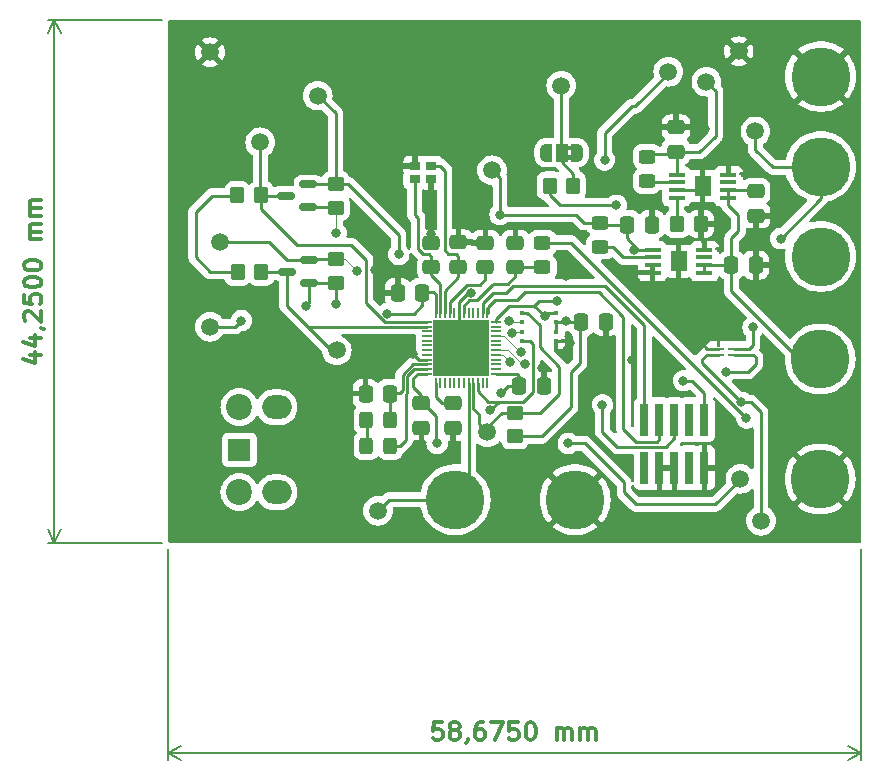
<source format=gbr>
%TF.GenerationSoftware,KiCad,Pcbnew,7.0.1*%
%TF.CreationDate,2023-11-14T13:07:04+01:00*%
%TF.ProjectId,Driver_detector,44726976-6572-45f6-9465-746563746f72,rev?*%
%TF.SameCoordinates,Original*%
%TF.FileFunction,Copper,L1,Top*%
%TF.FilePolarity,Positive*%
%FSLAX46Y46*%
G04 Gerber Fmt 4.6, Leading zero omitted, Abs format (unit mm)*
G04 Created by KiCad (PCBNEW 7.0.1) date 2023-11-14 13:07:04*
%MOMM*%
%LPD*%
G01*
G04 APERTURE LIST*
G04 Aperture macros list*
%AMRoundRect*
0 Rectangle with rounded corners*
0 $1 Rounding radius*
0 $2 $3 $4 $5 $6 $7 $8 $9 X,Y pos of 4 corners*
0 Add a 4 corners polygon primitive as box body*
4,1,4,$2,$3,$4,$5,$6,$7,$8,$9,$2,$3,0*
0 Add four circle primitives for the rounded corners*
1,1,$1+$1,$2,$3*
1,1,$1+$1,$4,$5*
1,1,$1+$1,$6,$7*
1,1,$1+$1,$8,$9*
0 Add four rect primitives between the rounded corners*
20,1,$1+$1,$2,$3,$4,$5,0*
20,1,$1+$1,$4,$5,$6,$7,0*
20,1,$1+$1,$6,$7,$8,$9,0*
20,1,$1+$1,$8,$9,$2,$3,0*%
%AMFreePoly0*
4,1,19,0.550000,-0.750000,0.000000,-0.750000,0.000000,-0.744911,-0.071157,-0.744911,-0.207708,-0.704816,-0.327430,-0.627875,-0.420627,-0.520320,-0.479746,-0.390866,-0.500000,-0.250000,-0.500000,0.250000,-0.479746,0.390866,-0.420627,0.520320,-0.327430,0.627875,-0.207708,0.704816,-0.071157,0.744911,0.000000,0.744911,0.000000,0.750000,0.550000,0.750000,0.550000,-0.750000,0.550000,-0.750000,
$1*%
%AMFreePoly1*
4,1,19,0.000000,0.744911,0.071157,0.744911,0.207708,0.704816,0.327430,0.627875,0.420627,0.520320,0.479746,0.390866,0.500000,0.250000,0.500000,-0.250000,0.479746,-0.390866,0.420627,-0.520320,0.327430,-0.627875,0.207708,-0.704816,0.071157,-0.744911,0.000000,-0.744911,0.000000,-0.750000,-0.550000,-0.750000,-0.550000,0.750000,0.000000,0.750000,0.000000,0.744911,0.000000,0.744911,
$1*%
G04 Aperture macros list end*
%ADD10C,0.300000*%
%TA.AperFunction,NonConductor*%
%ADD11C,0.300000*%
%TD*%
%TA.AperFunction,NonConductor*%
%ADD12C,0.200000*%
%TD*%
%TA.AperFunction,SMDPad,CuDef*%
%ADD13RoundRect,0.250000X0.337500X0.475000X-0.337500X0.475000X-0.337500X-0.475000X0.337500X-0.475000X0*%
%TD*%
%TA.AperFunction,SMDPad,CuDef*%
%ADD14C,1.500000*%
%TD*%
%TA.AperFunction,SMDPad,CuDef*%
%ADD15RoundRect,0.250000X0.350000X0.450000X-0.350000X0.450000X-0.350000X-0.450000X0.350000X-0.450000X0*%
%TD*%
%TA.AperFunction,SMDPad,CuDef*%
%ADD16R,0.450000X0.400000*%
%TD*%
%TA.AperFunction,SMDPad,CuDef*%
%ADD17FreePoly0,180.000000*%
%TD*%
%TA.AperFunction,SMDPad,CuDef*%
%ADD18R,1.000000X1.500000*%
%TD*%
%TA.AperFunction,SMDPad,CuDef*%
%ADD19FreePoly1,180.000000*%
%TD*%
%TA.AperFunction,SMDPad,CuDef*%
%ADD20RoundRect,0.250000X0.450000X-0.325000X0.450000X0.325000X-0.450000X0.325000X-0.450000X-0.325000X0*%
%TD*%
%TA.AperFunction,SMDPad,CuDef*%
%ADD21RoundRect,0.250000X0.475000X-0.337500X0.475000X0.337500X-0.475000X0.337500X-0.475000X-0.337500X0*%
%TD*%
%TA.AperFunction,ComponentPad*%
%ADD22C,5.000000*%
%TD*%
%TA.AperFunction,SMDPad,CuDef*%
%ADD23RoundRect,0.250000X-0.475000X0.337500X-0.475000X-0.337500X0.475000X-0.337500X0.475000X0.337500X0*%
%TD*%
%TA.AperFunction,SMDPad,CuDef*%
%ADD24RoundRect,0.250000X-0.337500X-0.475000X0.337500X-0.475000X0.337500X0.475000X-0.337500X0.475000X0*%
%TD*%
%TA.AperFunction,SMDPad,CuDef*%
%ADD25RoundRect,0.250000X-0.350000X-0.450000X0.350000X-0.450000X0.350000X0.450000X-0.350000X0.450000X0*%
%TD*%
%TA.AperFunction,SMDPad,CuDef*%
%ADD26R,1.400000X0.450000*%
%TD*%
%TA.AperFunction,SMDPad,CuDef*%
%ADD27R,1.450000X1.750000*%
%TD*%
%TA.AperFunction,SMDPad,CuDef*%
%ADD28RoundRect,0.250000X-0.325000X-0.450000X0.325000X-0.450000X0.325000X0.450000X-0.325000X0.450000X0*%
%TD*%
%TA.AperFunction,SMDPad,CuDef*%
%ADD29R,0.900000X0.800000*%
%TD*%
%TA.AperFunction,SMDPad,CuDef*%
%ADD30RoundRect,0.150000X0.587500X0.150000X-0.587500X0.150000X-0.587500X-0.150000X0.587500X-0.150000X0*%
%TD*%
%TA.AperFunction,SMDPad,CuDef*%
%ADD31RoundRect,0.250000X0.450000X-0.350000X0.450000X0.350000X-0.450000X0.350000X-0.450000X-0.350000X0*%
%TD*%
%TA.AperFunction,SMDPad,CuDef*%
%ADD32R,1.050000X0.250000*%
%TD*%
%TA.AperFunction,SMDPad,CuDef*%
%ADD33RoundRect,0.250000X0.325000X0.450000X-0.325000X0.450000X-0.325000X-0.450000X0.325000X-0.450000X0*%
%TD*%
%TA.AperFunction,SMDPad,CuDef*%
%ADD34R,0.200000X0.850000*%
%TD*%
%TA.AperFunction,SMDPad,CuDef*%
%ADD35R,0.850000X0.200000*%
%TD*%
%TA.AperFunction,SMDPad,CuDef*%
%ADD36R,4.700000X4.700000*%
%TD*%
%TA.AperFunction,ComponentPad*%
%ADD37R,1.900000X1.900000*%
%TD*%
%TA.AperFunction,ComponentPad*%
%ADD38C,2.200000*%
%TD*%
%TA.AperFunction,ComponentPad*%
%ADD39O,2.500000X2.000000*%
%TD*%
%TA.AperFunction,SMDPad,CuDef*%
%ADD40RoundRect,0.250000X-0.450000X0.325000X-0.450000X-0.325000X0.450000X-0.325000X0.450000X0.325000X0*%
%TD*%
%TA.AperFunction,SMDPad,CuDef*%
%ADD41R,0.740000X2.790000*%
%TD*%
%TA.AperFunction,ViaPad*%
%ADD42C,0.800000*%
%TD*%
%TA.AperFunction,Conductor*%
%ADD43C,0.254000*%
%TD*%
%TA.AperFunction,Conductor*%
%ADD44C,0.250000*%
%TD*%
%TA.AperFunction,Conductor*%
%ADD45C,0.100000*%
%TD*%
G04 APERTURE END LIST*
D10*
D11*
X224663166Y-106390118D02*
X223948880Y-106389813D01*
X223948880Y-106389813D02*
X223877148Y-107104069D01*
X223877148Y-107104069D02*
X223948607Y-107032671D01*
X223948607Y-107032671D02*
X224091494Y-106961303D01*
X224091494Y-106961303D02*
X224448637Y-106961455D01*
X224448637Y-106961455D02*
X224591464Y-107032944D01*
X224591464Y-107032944D02*
X224662862Y-107104403D01*
X224662862Y-107104403D02*
X224734229Y-107247291D01*
X224734229Y-107247291D02*
X224734077Y-107604434D01*
X224734077Y-107604434D02*
X224662588Y-107747261D01*
X224662588Y-107747261D02*
X224591129Y-107818659D01*
X224591129Y-107818659D02*
X224448241Y-107890026D01*
X224448241Y-107890026D02*
X224091098Y-107889874D01*
X224091098Y-107889874D02*
X223948272Y-107818385D01*
X223948272Y-107818385D02*
X223876874Y-107746926D01*
X225591463Y-107033371D02*
X225448636Y-106961881D01*
X225448636Y-106961881D02*
X225377238Y-106890422D01*
X225377238Y-106890422D02*
X225305871Y-106747535D01*
X225305871Y-106747535D02*
X225305901Y-106676106D01*
X225305901Y-106676106D02*
X225377390Y-106533279D01*
X225377390Y-106533279D02*
X225448849Y-106461881D01*
X225448849Y-106461881D02*
X225591737Y-106390513D01*
X225591737Y-106390513D02*
X225877451Y-106390635D01*
X225877451Y-106390635D02*
X226020278Y-106462125D01*
X226020278Y-106462125D02*
X226091676Y-106533584D01*
X226091676Y-106533584D02*
X226163044Y-106676471D01*
X226163044Y-106676471D02*
X226163013Y-106747900D01*
X226163013Y-106747900D02*
X226091524Y-106890726D01*
X226091524Y-106890726D02*
X226020065Y-106962125D01*
X226020065Y-106962125D02*
X225877177Y-107033492D01*
X225877177Y-107033492D02*
X225591463Y-107033371D01*
X225591463Y-107033371D02*
X225448576Y-107104738D01*
X225448576Y-107104738D02*
X225377117Y-107176136D01*
X225377117Y-107176136D02*
X225305627Y-107318963D01*
X225305627Y-107318963D02*
X225305505Y-107604677D01*
X225305505Y-107604677D02*
X225376873Y-107747565D01*
X225376873Y-107747565D02*
X225448271Y-107819024D01*
X225448271Y-107819024D02*
X225591098Y-107890513D01*
X225591098Y-107890513D02*
X225876812Y-107890635D01*
X225876812Y-107890635D02*
X226019700Y-107819267D01*
X226019700Y-107819267D02*
X226091159Y-107747869D01*
X226091159Y-107747869D02*
X226162648Y-107605043D01*
X226162648Y-107605043D02*
X226162770Y-107319328D01*
X226162770Y-107319328D02*
X226091402Y-107176441D01*
X226091402Y-107176441D02*
X226020004Y-107104982D01*
X226020004Y-107104982D02*
X225877177Y-107033492D01*
X226876842Y-107819633D02*
X226876812Y-107891061D01*
X226876812Y-107891061D02*
X226805322Y-108033888D01*
X226805322Y-108033888D02*
X226733863Y-108105286D01*
X228163165Y-106391609D02*
X227877451Y-106391487D01*
X227877451Y-106391487D02*
X227734563Y-106462855D01*
X227734563Y-106462855D02*
X227663104Y-106534253D01*
X227663104Y-106534253D02*
X227520156Y-106748478D01*
X227520156Y-106748478D02*
X227448606Y-107034162D01*
X227448606Y-107034162D02*
X227448362Y-107605590D01*
X227448362Y-107605590D02*
X227519730Y-107748478D01*
X227519730Y-107748478D02*
X227591128Y-107819937D01*
X227591128Y-107819937D02*
X227733955Y-107891426D01*
X227733955Y-107891426D02*
X228019669Y-107891548D01*
X228019669Y-107891548D02*
X228162557Y-107820180D01*
X228162557Y-107820180D02*
X228234016Y-107748782D01*
X228234016Y-107748782D02*
X228305505Y-107605956D01*
X228305505Y-107605956D02*
X228305657Y-107248813D01*
X228305657Y-107248813D02*
X228234289Y-107105925D01*
X228234289Y-107105925D02*
X228162891Y-107034466D01*
X228162891Y-107034466D02*
X228020065Y-106962977D01*
X228020065Y-106962977D02*
X227734350Y-106962855D01*
X227734350Y-106962855D02*
X227591463Y-107034223D01*
X227591463Y-107034223D02*
X227520004Y-107105621D01*
X227520004Y-107105621D02*
X227448514Y-107248448D01*
X228806022Y-106391883D02*
X229806022Y-106392309D01*
X229806022Y-106392309D02*
X229162526Y-107892035D01*
X231091735Y-106392857D02*
X230377450Y-106392553D01*
X230377450Y-106392553D02*
X230305717Y-107106808D01*
X230305717Y-107106808D02*
X230377176Y-107035410D01*
X230377176Y-107035410D02*
X230520064Y-106964042D01*
X230520064Y-106964042D02*
X230877206Y-106964194D01*
X230877206Y-106964194D02*
X231020033Y-107035684D01*
X231020033Y-107035684D02*
X231091431Y-107107143D01*
X231091431Y-107107143D02*
X231162799Y-107250030D01*
X231162799Y-107250030D02*
X231162647Y-107607173D01*
X231162647Y-107607173D02*
X231091157Y-107750000D01*
X231091157Y-107750000D02*
X231019698Y-107821398D01*
X231019698Y-107821398D02*
X230876811Y-107892765D01*
X230876811Y-107892765D02*
X230519668Y-107892613D01*
X230519668Y-107892613D02*
X230376841Y-107821124D01*
X230376841Y-107821124D02*
X230305443Y-107749665D01*
X232091735Y-106393283D02*
X232234592Y-106393344D01*
X232234592Y-106393344D02*
X232377419Y-106464833D01*
X232377419Y-106464833D02*
X232448817Y-106536292D01*
X232448817Y-106536292D02*
X232520185Y-106679180D01*
X232520185Y-106679180D02*
X232591491Y-106964925D01*
X232591491Y-106964925D02*
X232591339Y-107322067D01*
X232591339Y-107322067D02*
X232519789Y-107607751D01*
X232519789Y-107607751D02*
X232448300Y-107750578D01*
X232448300Y-107750578D02*
X232376841Y-107821976D01*
X232376841Y-107821976D02*
X232233953Y-107893344D01*
X232233953Y-107893344D02*
X232091096Y-107893283D01*
X232091096Y-107893283D02*
X231948269Y-107821793D01*
X231948269Y-107821793D02*
X231876871Y-107750334D01*
X231876871Y-107750334D02*
X231805503Y-107607447D01*
X231805503Y-107607447D02*
X231734197Y-107321702D01*
X231734197Y-107321702D02*
X231734349Y-106964559D01*
X231734349Y-106964559D02*
X231805899Y-106678875D01*
X231805899Y-106678875D02*
X231877388Y-106536049D01*
X231877388Y-106536049D02*
X231948847Y-106464651D01*
X231948847Y-106464651D02*
X232091735Y-106393283D01*
X234376809Y-107894257D02*
X234377235Y-106894257D01*
X234377175Y-107037114D02*
X234448634Y-106965716D01*
X234448634Y-106965716D02*
X234591521Y-106894348D01*
X234591521Y-106894348D02*
X234805807Y-106894439D01*
X234805807Y-106894439D02*
X234948634Y-106965929D01*
X234948634Y-106965929D02*
X235020001Y-107108816D01*
X235020001Y-107108816D02*
X235019666Y-107894531D01*
X235020001Y-107108816D02*
X235091491Y-106965990D01*
X235091491Y-106965990D02*
X235234378Y-106894622D01*
X235234378Y-106894622D02*
X235448664Y-106894713D01*
X235448664Y-106894713D02*
X235591491Y-106966203D01*
X235591491Y-106966203D02*
X235662858Y-107109090D01*
X235662858Y-107109090D02*
X235662524Y-107894805D01*
X236376809Y-107895109D02*
X236377235Y-106895109D01*
X236377174Y-107037966D02*
X236448633Y-106966568D01*
X236448633Y-106966568D02*
X236591521Y-106895200D01*
X236591521Y-106895200D02*
X236805807Y-106895292D01*
X236805807Y-106895292D02*
X236948633Y-106966781D01*
X236948633Y-106966781D02*
X237020001Y-107109669D01*
X237020001Y-107109669D02*
X237019666Y-107895383D01*
X237020001Y-107109669D02*
X237091490Y-106966842D01*
X237091490Y-106966842D02*
X237234378Y-106895474D01*
X237234378Y-106895474D02*
X237448664Y-106895565D01*
X237448664Y-106895565D02*
X237591490Y-106967055D01*
X237591490Y-106967055D02*
X237662858Y-107109942D01*
X237662858Y-107109942D02*
X237662523Y-107895657D01*
D12*
X201474787Y-91675000D02*
X201467161Y-109572727D01*
X260149787Y-91700000D02*
X260142161Y-109597727D01*
X201467411Y-108986307D02*
X260142411Y-109011307D01*
X201467411Y-108986307D02*
X260142411Y-109011307D01*
X201467411Y-108986307D02*
X202594165Y-108400366D01*
X201467411Y-108986307D02*
X202593665Y-109573208D01*
X260142411Y-109011307D02*
X259015657Y-109597248D01*
X260142411Y-109011307D02*
X259016157Y-108424406D01*
D10*
D11*
X189743928Y-75264284D02*
X190743928Y-75264284D01*
X189172500Y-75621426D02*
X190243928Y-75978569D01*
X190243928Y-75978569D02*
X190243928Y-75049998D01*
X189743928Y-73835713D02*
X190743928Y-73835713D01*
X189172500Y-74192855D02*
X190243928Y-74549998D01*
X190243928Y-74549998D02*
X190243928Y-73621427D01*
X190672500Y-72978570D02*
X190743928Y-72978570D01*
X190743928Y-72978570D02*
X190886785Y-73049999D01*
X190886785Y-73049999D02*
X190958214Y-73121427D01*
X189386785Y-72407141D02*
X189315357Y-72335713D01*
X189315357Y-72335713D02*
X189243928Y-72192856D01*
X189243928Y-72192856D02*
X189243928Y-71835713D01*
X189243928Y-71835713D02*
X189315357Y-71692856D01*
X189315357Y-71692856D02*
X189386785Y-71621427D01*
X189386785Y-71621427D02*
X189529642Y-71549998D01*
X189529642Y-71549998D02*
X189672500Y-71549998D01*
X189672500Y-71549998D02*
X189886785Y-71621427D01*
X189886785Y-71621427D02*
X190743928Y-72478570D01*
X190743928Y-72478570D02*
X190743928Y-71549998D01*
X189243928Y-70192856D02*
X189243928Y-70907142D01*
X189243928Y-70907142D02*
X189958214Y-70978570D01*
X189958214Y-70978570D02*
X189886785Y-70907142D01*
X189886785Y-70907142D02*
X189815357Y-70764285D01*
X189815357Y-70764285D02*
X189815357Y-70407142D01*
X189815357Y-70407142D02*
X189886785Y-70264285D01*
X189886785Y-70264285D02*
X189958214Y-70192856D01*
X189958214Y-70192856D02*
X190101071Y-70121427D01*
X190101071Y-70121427D02*
X190458214Y-70121427D01*
X190458214Y-70121427D02*
X190601071Y-70192856D01*
X190601071Y-70192856D02*
X190672500Y-70264285D01*
X190672500Y-70264285D02*
X190743928Y-70407142D01*
X190743928Y-70407142D02*
X190743928Y-70764285D01*
X190743928Y-70764285D02*
X190672500Y-70907142D01*
X190672500Y-70907142D02*
X190601071Y-70978570D01*
X189243928Y-69192856D02*
X189243928Y-69049999D01*
X189243928Y-69049999D02*
X189315357Y-68907142D01*
X189315357Y-68907142D02*
X189386785Y-68835714D01*
X189386785Y-68835714D02*
X189529642Y-68764285D01*
X189529642Y-68764285D02*
X189815357Y-68692856D01*
X189815357Y-68692856D02*
X190172500Y-68692856D01*
X190172500Y-68692856D02*
X190458214Y-68764285D01*
X190458214Y-68764285D02*
X190601071Y-68835714D01*
X190601071Y-68835714D02*
X190672500Y-68907142D01*
X190672500Y-68907142D02*
X190743928Y-69049999D01*
X190743928Y-69049999D02*
X190743928Y-69192856D01*
X190743928Y-69192856D02*
X190672500Y-69335714D01*
X190672500Y-69335714D02*
X190601071Y-69407142D01*
X190601071Y-69407142D02*
X190458214Y-69478571D01*
X190458214Y-69478571D02*
X190172500Y-69549999D01*
X190172500Y-69549999D02*
X189815357Y-69549999D01*
X189815357Y-69549999D02*
X189529642Y-69478571D01*
X189529642Y-69478571D02*
X189386785Y-69407142D01*
X189386785Y-69407142D02*
X189315357Y-69335714D01*
X189315357Y-69335714D02*
X189243928Y-69192856D01*
X189243928Y-67764285D02*
X189243928Y-67621428D01*
X189243928Y-67621428D02*
X189315357Y-67478571D01*
X189315357Y-67478571D02*
X189386785Y-67407143D01*
X189386785Y-67407143D02*
X189529642Y-67335714D01*
X189529642Y-67335714D02*
X189815357Y-67264285D01*
X189815357Y-67264285D02*
X190172500Y-67264285D01*
X190172500Y-67264285D02*
X190458214Y-67335714D01*
X190458214Y-67335714D02*
X190601071Y-67407143D01*
X190601071Y-67407143D02*
X190672500Y-67478571D01*
X190672500Y-67478571D02*
X190743928Y-67621428D01*
X190743928Y-67621428D02*
X190743928Y-67764285D01*
X190743928Y-67764285D02*
X190672500Y-67907143D01*
X190672500Y-67907143D02*
X190601071Y-67978571D01*
X190601071Y-67978571D02*
X190458214Y-68050000D01*
X190458214Y-68050000D02*
X190172500Y-68121428D01*
X190172500Y-68121428D02*
X189815357Y-68121428D01*
X189815357Y-68121428D02*
X189529642Y-68050000D01*
X189529642Y-68050000D02*
X189386785Y-67978571D01*
X189386785Y-67978571D02*
X189315357Y-67907143D01*
X189315357Y-67907143D02*
X189243928Y-67764285D01*
X190743928Y-65478572D02*
X189743928Y-65478572D01*
X189886785Y-65478572D02*
X189815357Y-65407143D01*
X189815357Y-65407143D02*
X189743928Y-65264286D01*
X189743928Y-65264286D02*
X189743928Y-65050000D01*
X189743928Y-65050000D02*
X189815357Y-64907143D01*
X189815357Y-64907143D02*
X189958214Y-64835715D01*
X189958214Y-64835715D02*
X190743928Y-64835715D01*
X189958214Y-64835715D02*
X189815357Y-64764286D01*
X189815357Y-64764286D02*
X189743928Y-64621429D01*
X189743928Y-64621429D02*
X189743928Y-64407143D01*
X189743928Y-64407143D02*
X189815357Y-64264286D01*
X189815357Y-64264286D02*
X189958214Y-64192857D01*
X189958214Y-64192857D02*
X190743928Y-64192857D01*
X190743928Y-63478572D02*
X189743928Y-63478572D01*
X189886785Y-63478572D02*
X189815357Y-63407143D01*
X189815357Y-63407143D02*
X189743928Y-63264286D01*
X189743928Y-63264286D02*
X189743928Y-63050000D01*
X189743928Y-63050000D02*
X189815357Y-62907143D01*
X189815357Y-62907143D02*
X189958214Y-62835715D01*
X189958214Y-62835715D02*
X190743928Y-62835715D01*
X189958214Y-62835715D02*
X189815357Y-62764286D01*
X189815357Y-62764286D02*
X189743928Y-62621429D01*
X189743928Y-62621429D02*
X189743928Y-62407143D01*
X189743928Y-62407143D02*
X189815357Y-62264286D01*
X189815357Y-62264286D02*
X189958214Y-62192857D01*
X189958214Y-62192857D02*
X190743928Y-62192857D01*
D12*
X200975000Y-46925000D02*
X191263580Y-46925000D01*
X200975000Y-91175000D02*
X191263580Y-91175000D01*
X191850000Y-46925000D02*
X191850000Y-91175000D01*
X191850000Y-46925000D02*
X191850000Y-91175000D01*
X191850000Y-46925000D02*
X192436421Y-48051504D01*
X191850000Y-46925000D02*
X191263579Y-48051504D01*
X191850000Y-91175000D02*
X191263579Y-90048496D01*
X191850000Y-91175000D02*
X192436421Y-90048496D01*
%TA.AperFunction,EtchedComponent*%
%TO.C,JP1*%
G36*
X235691000Y-58756000D02*
G01*
X235191000Y-58756000D01*
X235191000Y-58356000D01*
X235691000Y-58356000D01*
X235691000Y-58756000D01*
G37*
%TD.AperFunction*%
%TA.AperFunction,EtchedComponent*%
G36*
X235691000Y-57956000D02*
G01*
X235191000Y-57956000D01*
X235191000Y-57556000D01*
X235691000Y-57556000D01*
X235691000Y-57956000D01*
G37*
%TD.AperFunction*%
%TD*%
D13*
%TO.P,C5,1*%
%TO.N,Net-(IC2-DEC4)*%
X220262500Y-78550000D03*
%TO.P,C5,2*%
%TO.N,GND*%
X218187500Y-78550000D03*
%TD*%
D14*
%TO.P,SDA_SENS1,1,1*%
%TO.N,SDA_Sens*%
X205880000Y-65740000D03*
%TD*%
D15*
%TO.P,R1,1*%
%TO.N,Net-(JP1-B)*%
X235775000Y-60950000D03*
%TO.P,R1,2*%
%TO.N,Net-(IC5-IN)*%
X233775000Y-60950000D03*
%TD*%
D14*
%TO.P,SDA_MCU1,1,1*%
%TO.N,SDA_MCU*%
X215750000Y-74900000D03*
%TD*%
D16*
%TO.P,U1,1,INT*%
%TO.N,INT*%
X231471500Y-71698000D03*
%TO.P,U1,2,SCL*%
%TO.N,SCL_Sens*%
X231471500Y-72498000D03*
%TO.P,U1,3,SDA*%
%TO.N,SDA_Sens*%
X231471500Y-73298000D03*
%TO.P,U1,4,PROG*%
%TO.N,Pro_range_sens*%
X231471500Y-74098000D03*
%TO.P,U1,5,VSS*%
%TO.N,GND*%
X234321500Y-74098000D03*
%TO.P,U1,6,VDD*%
%TO.N,+1V8*%
X234321500Y-73298000D03*
%TO.P,U1,7,AVDD*%
X234321500Y-72498000D03*
%TO.P,U1,8,~{RESET}*%
%TO.N,NRESET*%
X234321500Y-71698000D03*
%TD*%
D17*
%TO.P,JP1,1,A*%
%TO.N,VIN*%
X236091000Y-58156000D03*
D18*
%TO.P,JP1,2,B*%
%TO.N,Net-(JP1-B)*%
X234791000Y-58156000D03*
D19*
%TO.P,JP1,3*%
%TO.N,N/C*%
X233491000Y-58156000D03*
%TD*%
D20*
%TO.P,L3,1,1*%
%TO.N,Net-(IC2-ANT)*%
X233172000Y-67836000D03*
%TO.P,L3,2,2*%
%TO.N,Net-(AE1-A)*%
X233172000Y-65786000D03*
%TD*%
D14*
%TO.P,1V8TPS1,1,1*%
%TO.N,+1V8*%
X228900000Y-59650000D03*
%TD*%
D21*
%TO.P,C10,1*%
%TO.N,Net-(IC2-XC2)*%
X223774000Y-67839500D03*
%TO.P,C10,2*%
%TO.N,GND*%
X223774000Y-65764500D03*
%TD*%
D14*
%TO.P,SCL_SENS1,1,1*%
%TO.N,SCL_Sens*%
X214150000Y-53325000D03*
%TD*%
%TO.P,TP_GND2,1,1*%
%TO.N,GND*%
X205025000Y-49650000D03*
%TD*%
D22*
%TO.P,BZ1,1,-*%
%TO.N,Voltage_buzzer*%
X225770000Y-87530000D03*
%TO.P,BZ1,2,+*%
%TO.N,GND*%
X235930000Y-87530000D03*
%TD*%
D14*
%TO.P,V_LS_IC1,1,1*%
%TO.N,Net-(IC5-OUT)*%
X251200000Y-56350000D03*
%TD*%
D23*
%TO.P,C3,1*%
%TO.N,VDD*%
X222925000Y-79362500D03*
%TO.P,C3,2*%
%TO.N,GND*%
X222925000Y-81437500D03*
%TD*%
D24*
%TO.P,C18,1*%
%TO.N,Battery +*%
X249162500Y-67675000D03*
%TO.P,C18,2*%
%TO.N,GND*%
X251237500Y-67675000D03*
%TD*%
D23*
%TO.P,C12,1*%
%TO.N,GND*%
X228346000Y-65786000D03*
%TO.P,C12,2*%
%TO.N,Net-(IC2-DEC3)*%
X228346000Y-67861000D03*
%TD*%
D22*
%TO.P,Battery-1,1,Pin_1*%
%TO.N,GND*%
X256675000Y-85785000D03*
%TO.P,Battery-1,2,Pin_2*%
%TO.N,Battery +*%
X256675000Y-75625000D03*
%TD*%
D25*
%TO.P,R8,1*%
%TO.N,Net-(IC3-VSET)*%
X244600000Y-64200000D03*
%TO.P,R8,2*%
%TO.N,GND*%
X246600000Y-64200000D03*
%TD*%
D26*
%TO.P,IC4,1,VOS*%
%TO.N,+1V8*%
X242488000Y-66376000D03*
%TO.P,IC4,2,SW*%
%TO.N,Net-(IC4-SW)*%
X242488000Y-67026000D03*
%TO.P,IC4,3,MODE*%
%TO.N,GND*%
X242488000Y-67676000D03*
%TO.P,IC4,4,VSET*%
X242488000Y-68326000D03*
%TO.P,IC4,5,EN*%
%TO.N,Battery +*%
X246888000Y-68326000D03*
%TO.P,IC4,6,VIN*%
X246888000Y-67676000D03*
%TO.P,IC4,7,NC*%
%TO.N,unconnected-(IC4-NC-Pad7)*%
X246888000Y-67026000D03*
%TO.P,IC4,8,GND*%
%TO.N,GND*%
X246888000Y-66376000D03*
D27*
%TO.P,IC4,9,EP*%
X244688000Y-67351000D03*
%TD*%
D21*
%TO.P,C9,1*%
%TO.N,Net-(IC2-ANT)*%
X230886000Y-67861000D03*
%TO.P,C9,2*%
%TO.N,GND*%
X230886000Y-65786000D03*
%TD*%
D14*
%TO.P,SCL_MCU1,1,1*%
%TO.N,SCL_MCU*%
X209275000Y-57275000D03*
%TD*%
%TO.P,INT1,1,1*%
%TO.N,INT*%
X228500000Y-81825000D03*
%TD*%
D28*
%TO.P,L2,1,1*%
%TO.N,Net-(L1-Pad2)*%
X218250000Y-83000000D03*
%TO.P,L2,2,2*%
%TO.N,Net-(IC2-DCC)*%
X220300000Y-83000000D03*
%TD*%
D25*
%TO.P,R6,1*%
%TO.N,+3.3V*%
X207337500Y-61775000D03*
%TO.P,R6,2*%
%TO.N,SCL_MCU*%
X209337500Y-61775000D03*
%TD*%
D29*
%TO.P,Y1,1,HOT_1*%
%TO.N,Net-(IC2-XC1)*%
X223750000Y-59300000D03*
%TO.P,Y1,2,GND_1*%
%TO.N,GND*%
X222350000Y-59300000D03*
%TO.P,Y1,3,HOT_2*%
%TO.N,Net-(IC2-XC2)*%
X222350000Y-60400000D03*
%TO.P,Y1,4,GND_2*%
%TO.N,GND*%
X223750000Y-60400000D03*
%TD*%
D25*
%TO.P,R4,1*%
%TO.N,+3.3V*%
X207362500Y-68250000D03*
%TO.P,R4,2*%
%TO.N,SDA_MCU*%
X209362500Y-68250000D03*
%TD*%
D30*
%TO.P,Q2,1,G*%
%TO.N,+1V8*%
X213350000Y-62750000D03*
%TO.P,Q2,2,S*%
%TO.N,SCL_Sens*%
X213350000Y-60850000D03*
%TO.P,Q2,3,D*%
%TO.N,SCL_MCU*%
X211475000Y-61800000D03*
%TD*%
D26*
%TO.P,IC3,1,VOS*%
%TO.N,Net-(IC3-VOS)*%
X244520000Y-60025000D03*
%TO.P,IC3,2,SW*%
%TO.N,Net-(IC3-SW)*%
X244520000Y-60675000D03*
%TO.P,IC3,3,MODE*%
%TO.N,GND*%
X244520000Y-61325000D03*
%TO.P,IC3,4,VSET*%
%TO.N,Net-(IC3-VSET)*%
X244520000Y-61975000D03*
%TO.P,IC3,5,EN*%
%TO.N,Battery +*%
X248920000Y-61975000D03*
%TO.P,IC3,6,VIN*%
X248920000Y-61325000D03*
%TO.P,IC3,7,NC*%
%TO.N,unconnected-(IC3-NC-Pad7)*%
X248920000Y-60675000D03*
%TO.P,IC3,8,GND*%
%TO.N,GND*%
X248920000Y-60025000D03*
D27*
%TO.P,IC3,9,EP*%
X246720000Y-61000000D03*
%TD*%
D14*
%TO.P,KeyVolt1,1,1*%
%TO.N,Net-(JP1-B)*%
X234750000Y-52475000D03*
%TD*%
D22*
%TO.P,SW1,1,A*%
%TO.N,GND*%
X256725000Y-51710000D03*
%TO.P,SW1,2,B*%
%TO.N,Output_seatbelt*%
X256725000Y-66950000D03*
%TO.P,SW1,3,C*%
%TO.N,Net-(IC5-OUT)*%
X256725000Y-59330000D03*
%TD*%
D31*
%TO.P,R5,1*%
%TO.N,+1V8*%
X215662500Y-62825000D03*
%TO.P,R5,2*%
%TO.N,SCL_Sens*%
X215662500Y-60825000D03*
%TD*%
D23*
%TO.P,C11,1*%
%TO.N,GND*%
X226060000Y-65743000D03*
%TO.P,C11,2*%
%TO.N,Net-(IC2-XC1)*%
X226060000Y-67818000D03*
%TD*%
D32*
%TO.P,IC5,1,GND*%
%TO.N,GND*%
X248050000Y-74750000D03*
%TO.P,IC5,2,EN*%
%TO.N,EN*%
X248050000Y-75250000D03*
%TO.P,IC5,3,IN*%
%TO.N,Net-(IC5-IN)*%
X249350000Y-75250000D03*
%TO.P,IC5,4,OUT*%
%TO.N,Net-(IC5-OUT)*%
X249350000Y-74750000D03*
%TD*%
D14*
%TO.P,NReset1,1,1*%
%TO.N,NRESET*%
X243825000Y-51300000D03*
%TD*%
D13*
%TO.P,C1,1*%
%TO.N,GND*%
X238512500Y-72475000D03*
%TO.P,C1,2*%
%TO.N,+1V8*%
X236437500Y-72475000D03*
%TD*%
D33*
%TO.P,L1,1,1*%
%TO.N,Net-(IC2-DEC4)*%
X220300000Y-80775000D03*
%TO.P,L1,2,2*%
%TO.N,Net-(L1-Pad2)*%
X218250000Y-80775000D03*
%TD*%
D14*
%TO.P,EN1,1,1*%
%TO.N,EN*%
X251675000Y-89325000D03*
%TD*%
%TO.P,V_Buzzer1,1,1*%
%TO.N,Voltage_buzzer*%
X219250000Y-88475000D03*
%TD*%
D21*
%TO.P,C2,1*%
%TO.N,GND*%
X225625000Y-81462500D03*
%TO.P,C2,2*%
%TO.N,Net-(IC2-DEC1)*%
X225625000Y-79387500D03*
%TD*%
D31*
%TO.P,R3,1*%
%TO.N,+1V8*%
X215687500Y-69200000D03*
%TO.P,R3,2*%
%TO.N,SDA_Sens*%
X215687500Y-67200000D03*
%TD*%
D34*
%TO.P,IC2,1,DEC1*%
%TO.N,Net-(IC2-DEC1)*%
X224114000Y-77626000D03*
%TO.P,IC2,2,P0.00/XL1*%
%TO.N,unconnected-(IC2-P0.00{slash}XL1-Pad2)*%
X224514000Y-77626000D03*
%TO.P,IC2,3,P0.01/XL2*%
%TO.N,unconnected-(IC2-P0.01{slash}XL2-Pad3)*%
X224914000Y-77626000D03*
%TO.P,IC2,4,P0.02/AIN0*%
%TO.N,unconnected-(IC2-P0.02{slash}AIN0-Pad4)*%
X225314000Y-77626000D03*
%TO.P,IC2,5,P0.03/AIN1*%
%TO.N,unconnected-(IC2-P0.03{slash}AIN1-Pad5)*%
X225714000Y-77626000D03*
%TO.P,IC2,6,P0.04/AIN2*%
%TO.N,unconnected-(IC2-P0.04{slash}AIN2-Pad6)*%
X226114000Y-77626000D03*
%TO.P,IC2,7,P0.05/AIN3*%
%TO.N,unconnected-(IC2-P0.05{slash}AIN3-Pad7)*%
X226514000Y-77626000D03*
%TO.P,IC2,8,P0.06*%
%TO.N,Voltage_buzzer*%
X226914000Y-77626000D03*
%TO.P,IC2,9,P0.07*%
%TO.N,INT*%
X227314000Y-77626000D03*
%TO.P,IC2,10,P0.08*%
%TO.N,Pro_range_sens*%
X227714000Y-77626000D03*
%TO.P,IC2,11,NFC1/P0.09*%
%TO.N,unconnected-(IC2-NFC1{slash}P0.09-Pad11)*%
X228114000Y-77626000D03*
%TO.P,IC2,12,NFC2/P0.10*%
%TO.N,unconnected-(IC2-NFC2{slash}P0.10-Pad12)*%
X228514000Y-77626000D03*
D35*
%TO.P,IC2,13,VDD_1*%
%TO.N,VDD*%
X229264000Y-76876000D03*
%TO.P,IC2,14,P0.11*%
%TO.N,unconnected-(IC2-P0.11-Pad14)*%
X229264000Y-76476000D03*
%TO.P,IC2,15,P0.12*%
%TO.N,unconnected-(IC2-P0.12-Pad15)*%
X229264000Y-76076000D03*
%TO.P,IC2,16,P0.13*%
%TO.N,unconnected-(IC2-P0.13-Pad16)*%
X229264000Y-75676000D03*
%TO.P,IC2,17,P0.14/TRACEDATA[3]*%
%TO.N,EN*%
X229264000Y-75276000D03*
%TO.P,IC2,18,P0.15/TRACEDATA[2]*%
%TO.N,Output_seatbelt*%
X229264000Y-74876000D03*
%TO.P,IC2,19,P0.16/TRACEDATA[1]*%
%TO.N,unconnected-(IC2-P0.16{slash}TRACEDATA[1]-Pad19)*%
X229264000Y-74476000D03*
%TO.P,IC2,20,P0.17*%
%TO.N,unconnected-(IC2-P0.17-Pad20)*%
X229264000Y-74076000D03*
%TO.P,IC2,21,P0.18/TRACEDATA[0]/SWO*%
%TO.N,SWO*%
X229264000Y-73676000D03*
%TO.P,IC2,22,P0.19*%
%TO.N,unconnected-(IC2-P0.19-Pad22)*%
X229264000Y-73276000D03*
%TO.P,IC2,23,P0.20/TRACECLK*%
%TO.N,unconnected-(IC2-P0.20{slash}TRACECLK-Pad23)*%
X229264000Y-72876000D03*
%TO.P,IC2,24,P0.21/NRESET*%
%TO.N,NRESET*%
X229264000Y-72476000D03*
D34*
%TO.P,IC2,25,SWDCLK*%
%TO.N,SWDCLK*%
X228514000Y-71726000D03*
%TO.P,IC2,26,SWDIO*%
%TO.N,SWDIO*%
X228114000Y-71726000D03*
%TO.P,IC2,27,P0.22*%
%TO.N,unconnected-(IC2-P0.22-Pad27)*%
X227714000Y-71726000D03*
%TO.P,IC2,28,P0.23*%
%TO.N,unconnected-(IC2-P0.23-Pad28)*%
X227314000Y-71726000D03*
%TO.P,IC2,29,P0.24*%
%TO.N,unconnected-(IC2-P0.24-Pad29)*%
X226914000Y-71726000D03*
%TO.P,IC2,30,ANT*%
%TO.N,Net-(IC2-ANT)*%
X226514000Y-71726000D03*
%TO.P,IC2,31,VSS_1*%
%TO.N,GND*%
X226114000Y-71726000D03*
%TO.P,IC2,32,DEC2*%
%TO.N,unconnected-(IC2-DEC2-Pad32)*%
X225714000Y-71726000D03*
%TO.P,IC2,33,DEC3*%
%TO.N,Net-(IC2-DEC3)*%
X225314000Y-71726000D03*
%TO.P,IC2,34,XC1*%
%TO.N,Net-(IC2-XC1)*%
X224914000Y-71726000D03*
%TO.P,IC2,35,XC2*%
%TO.N,Net-(IC2-XC2)*%
X224514000Y-71726000D03*
%TO.P,IC2,36,VDD_2*%
%TO.N,VDD*%
X224114000Y-71726000D03*
D35*
%TO.P,IC2,37,P0.25*%
%TO.N,SCL_MCU*%
X223364000Y-72476000D03*
%TO.P,IC2,38,P0.26*%
%TO.N,SDA_MCU*%
X223364000Y-72876000D03*
%TO.P,IC2,39,P0.27*%
%TO.N,unconnected-(IC2-P0.27-Pad39)*%
X223364000Y-73276000D03*
%TO.P,IC2,40,P0.28/AIN4*%
%TO.N,unconnected-(IC2-P0.28{slash}AIN4-Pad40)*%
X223364000Y-73676000D03*
%TO.P,IC2,41,P0.29/AIN5*%
%TO.N,unconnected-(IC2-P0.29{slash}AIN5-Pad41)*%
X223364000Y-74076000D03*
%TO.P,IC2,42,P0.30/AIN6*%
%TO.N,unconnected-(IC2-P0.30{slash}AIN6-Pad42)*%
X223364000Y-74476000D03*
%TO.P,IC2,43,P0.31/AIN7*%
%TO.N,unconnected-(IC2-P0.31{slash}AIN7-Pad43)*%
X223364000Y-74876000D03*
%TO.P,IC2,44,NC*%
%TO.N,unconnected-(IC2-NC-Pad44)*%
X223364000Y-75276000D03*
%TO.P,IC2,45,VSS_2*%
%TO.N,GND*%
X223364000Y-75676000D03*
%TO.P,IC2,46,DEC4*%
%TO.N,Net-(IC2-DEC4)*%
X223364000Y-76076000D03*
%TO.P,IC2,47,DCC*%
%TO.N,Net-(IC2-DCC)*%
X223364000Y-76476000D03*
%TO.P,IC2,48,VDD_3*%
%TO.N,VDD*%
X223364000Y-76876000D03*
D36*
%TO.P,IC2,49,EP*%
%TO.N,GND*%
X226314000Y-74676000D03*
%TD*%
D37*
%TO.P,AE1,1,A*%
%TO.N,Net-(AE1-A)*%
X207515000Y-83300000D03*
D38*
%TO.P,AE1,2*%
%TO.N,N/C*%
X207515000Y-79700000D03*
%TO.P,AE1,3*%
X207515000Y-86900000D03*
D39*
%TO.P,AE1,4*%
X210675000Y-86900000D03*
%TO.P,AE1,5*%
X210675000Y-79700000D03*
%TD*%
D14*
%TO.P,1.8V1,1,1*%
%TO.N,+1V8*%
X205025000Y-72900000D03*
%TD*%
D21*
%TO.P,C15,1*%
%TO.N,Net-(IC3-VOS)*%
X244475000Y-58087500D03*
%TO.P,C15,2*%
%TO.N,GND*%
X244475000Y-56012500D03*
%TD*%
D14*
%TO.P,3V3_TPS1,1,1*%
%TO.N,Net-(IC3-VOS)*%
X247050000Y-52150000D03*
%TD*%
%TO.P,TP_GND1,1,1*%
%TO.N,GND*%
X249775000Y-49575000D03*
%TD*%
D31*
%TO.P,R2,1*%
%TO.N,+1V8*%
X230850000Y-82175000D03*
%TO.P,R2,2*%
%TO.N,INT*%
X230850000Y-80175000D03*
%TD*%
D14*
%TO.P,P_R_S1,1,1*%
%TO.N,Pro_range_sens*%
X249925000Y-85775000D03*
%TD*%
D13*
%TO.P,C8,1*%
%TO.N,VDD*%
X222987500Y-70000000D03*
%TO.P,C8,2*%
%TO.N,GND*%
X220912500Y-70000000D03*
%TD*%
D24*
%TO.P,C17,1*%
%TO.N,+1V8*%
X240337500Y-64250000D03*
%TO.P,C17,2*%
%TO.N,GND*%
X242412500Y-64250000D03*
%TD*%
D40*
%TO.P,L5,1,1*%
%TO.N,Net-(IC3-VOS)*%
X242025000Y-58500000D03*
%TO.P,L5,2,2*%
%TO.N,Net-(IC3-SW)*%
X242025000Y-60550000D03*
%TD*%
D23*
%TO.P,C16,1*%
%TO.N,Battery +*%
X251250000Y-61412500D03*
%TO.P,C16,2*%
%TO.N,GND*%
X251250000Y-63487500D03*
%TD*%
D30*
%TO.P,Q1,1,G*%
%TO.N,+1V8*%
X213387500Y-69175000D03*
%TO.P,Q1,2,S*%
%TO.N,SDA_Sens*%
X213387500Y-67275000D03*
%TO.P,Q1,3,D*%
%TO.N,SDA_MCU*%
X211512500Y-68225000D03*
%TD*%
D24*
%TO.P,C4,1*%
%TO.N,VDD*%
X231212500Y-77925000D03*
%TO.P,C4,2*%
%TO.N,GND*%
X233287500Y-77925000D03*
%TD*%
D40*
%TO.P,L6,1,1*%
%TO.N,+1V8*%
X238075000Y-64075000D03*
%TO.P,L6,2,2*%
%TO.N,Net-(IC4-SW)*%
X238075000Y-66125000D03*
%TD*%
D41*
%TO.P,Debug_in1,1,1*%
%TO.N,+3V3*%
X241808000Y-84836000D03*
%TO.P,Debug_in1,2,2*%
%TO.N,SWDIO*%
X241808000Y-80766000D03*
%TO.P,Debug_in1,3,3*%
%TO.N,GND*%
X243078000Y-84836000D03*
%TO.P,Debug_in1,4,4*%
%TO.N,SWDCLK*%
X243078000Y-80766000D03*
%TO.P,Debug_in1,5,5*%
%TO.N,GND*%
X244348000Y-84836000D03*
%TO.P,Debug_in1,6,6*%
%TO.N,SWO*%
X244348000Y-80766000D03*
%TO.P,Debug_in1,7,7*%
%TO.N,unconnected-(Debug_in1-Pad7)*%
X245618000Y-84836000D03*
%TO.P,Debug_in1,8,8*%
%TO.N,unconnected-(Debug_in1-Pad8)*%
X245618000Y-80766000D03*
%TO.P,Debug_in1,9,9*%
%TO.N,GND*%
X246888000Y-84836000D03*
%TO.P,Debug_in1,10,10*%
%TO.N,NRESET*%
X246888000Y-80766000D03*
%TD*%
D42*
%TO.N,Net-(AE1-A)*%
X250444000Y-80619000D03*
%TO.N,GND*%
X243332000Y-75692000D03*
X227330000Y-74422000D03*
X217675000Y-64500000D03*
X214630000Y-84836000D03*
X248225000Y-65225000D03*
X240792000Y-68072000D03*
X257556000Y-90170000D03*
X246900000Y-56175000D03*
X227130500Y-70030500D03*
X222250000Y-75184000D03*
X251325000Y-64975000D03*
X209804000Y-74168000D03*
X248600000Y-58775000D03*
X215975000Y-80150000D03*
X226950000Y-61675000D03*
X242150000Y-62625000D03*
X253492000Y-61722000D03*
X235525000Y-74250000D03*
X253200000Y-54225000D03*
X249925000Y-52050000D03*
X225552000Y-75184000D03*
X259249000Y-54303500D03*
X241850000Y-56100000D03*
X219000000Y-68050000D03*
X220726000Y-62484000D03*
X240000000Y-88825000D03*
X233125000Y-76350000D03*
X223774000Y-65024000D03*
X235204000Y-68580000D03*
X253425000Y-82125000D03*
X240792000Y-75692000D03*
%TO.N,+1V8*%
X215675000Y-70975000D03*
X207675000Y-72375000D03*
X213150000Y-71125000D03*
X229575000Y-63400000D03*
X215700000Y-64975000D03*
X235204000Y-72390000D03*
X240925000Y-66375000D03*
%TO.N,VDD*%
X229675000Y-78525000D03*
X224250000Y-82775000D03*
X220037397Y-71788103D03*
%TO.N,Output_seatbelt*%
X231682947Y-76025000D03*
%TO.N,SWO*%
X231375000Y-75075000D03*
X238252000Y-79502000D03*
%TO.N,Pro_range_sens*%
X235350000Y-82775000D03*
X228750000Y-79975000D03*
%TO.N,NRESET*%
X233350000Y-72000000D03*
X234400000Y-70700000D03*
X245110000Y-77470000D03*
X238425000Y-58775000D03*
%TO.N,EN*%
X250012500Y-79287500D03*
X230448944Y-75876056D03*
%TO.N,Net-(IC5-IN)*%
X248675000Y-76725000D03*
X239425000Y-62600000D03*
%TO.N,Net-(IC5-OUT)*%
X251000000Y-72950000D03*
X253325000Y-65425000D03*
%TO.N,SDA_Sens*%
X217425000Y-68150000D03*
X230632000Y-73406000D03*
%TO.N,SCL_Sens*%
X230378000Y-72390000D03*
X221000000Y-66775000D03*
%TD*%
D43*
%TO.N,SWO*%
X244348000Y-82327000D02*
X244348000Y-80766000D01*
X243625000Y-83050000D02*
X244348000Y-82327000D01*
X239514000Y-83050000D02*
X243625000Y-83050000D01*
X238252000Y-79502000D02*
X238252000Y-81788000D01*
X238252000Y-81788000D02*
X239514000Y-83050000D01*
%TO.N,Net-(AE1-A)*%
X235611000Y-65786000D02*
X233172000Y-65786000D01*
X250444000Y-80619000D02*
X235611000Y-65786000D01*
%TO.N,GND*%
X244363000Y-67676000D02*
X244688000Y-67351000D01*
X223364000Y-75676000D02*
X222742000Y-75676000D01*
X222742000Y-75676000D02*
X222250000Y-75184000D01*
D44*
X246888000Y-66376000D02*
X246888000Y-65838000D01*
X246634000Y-65584000D02*
X246634000Y-64516000D01*
X246395000Y-61325000D02*
X246720000Y-61000000D01*
D43*
X226894500Y-70030500D02*
X226114000Y-70811000D01*
D44*
X246888000Y-65838000D02*
X246634000Y-65584000D01*
X248075000Y-74750000D02*
X247075000Y-74750000D01*
D43*
X226114000Y-70811000D02*
X226114000Y-71726000D01*
D44*
X247075000Y-74750000D02*
X246900000Y-74575000D01*
D43*
X227130500Y-70030500D02*
X226894500Y-70030500D01*
D44*
X244520000Y-61325000D02*
X246395000Y-61325000D01*
X226114000Y-71726000D02*
X226114000Y-74476000D01*
D43*
%TO.N,Battery +*%
X248920000Y-61975000D02*
X248920000Y-62618000D01*
X246888000Y-67676000D02*
X248974000Y-67676000D01*
X248920000Y-62618000D02*
X249750000Y-63448000D01*
X249750000Y-64825000D02*
X249174000Y-65401000D01*
D44*
X249174000Y-67476000D02*
X249174000Y-69874000D01*
D43*
X249750000Y-63448000D02*
X249750000Y-64825000D01*
X248920000Y-61325000D02*
X250787500Y-61325000D01*
D44*
X254925000Y-75625000D02*
X256675000Y-75625000D01*
D43*
X250787500Y-61325000D02*
X250875000Y-61412500D01*
X248920000Y-61325000D02*
X248920000Y-61975000D01*
X246888000Y-68326000D02*
X246888000Y-67676000D01*
D44*
X249174000Y-69874000D02*
X254925000Y-75625000D01*
D43*
X249174000Y-65401000D02*
X249174000Y-67476000D01*
X248974000Y-67676000D02*
X249174000Y-67476000D01*
D44*
%TO.N,Voltage_buzzer*%
X225770000Y-87530000D02*
X220195000Y-87530000D01*
X226914000Y-84386000D02*
X226914000Y-87086000D01*
X220195000Y-87530000D02*
X219250000Y-88475000D01*
X226914000Y-87086000D02*
X225695000Y-88305000D01*
D43*
X226914000Y-77626000D02*
X226914000Y-84386000D01*
%TO.N,+1V8*%
X238250000Y-64250000D02*
X240337500Y-64250000D01*
D44*
X230850000Y-82175000D02*
X233125000Y-82175000D01*
D43*
X215675000Y-70975000D02*
X215675000Y-69212500D01*
D44*
X215662500Y-69175000D02*
X215687500Y-69200000D01*
D43*
X241300000Y-66375000D02*
X242487000Y-66375000D01*
D44*
X207150000Y-72900000D02*
X205025000Y-72900000D01*
X215587500Y-62750000D02*
X215662500Y-62825000D01*
X236700000Y-64100000D02*
X238050000Y-64100000D01*
D43*
X238075000Y-64075000D02*
X238250000Y-64250000D01*
D45*
X215700000Y-62862500D02*
X215662500Y-62825000D01*
D44*
X235575000Y-79725000D02*
X235575000Y-76725000D01*
X233125000Y-82175000D02*
X235575000Y-79725000D01*
X236350000Y-72562500D02*
X236437500Y-72475000D01*
X213387500Y-69175000D02*
X213387500Y-70887500D01*
D45*
X215675000Y-69212500D02*
X215687500Y-69200000D01*
D44*
X207675000Y-72375000D02*
X207150000Y-72900000D01*
X213387500Y-69175000D02*
X215662500Y-69175000D01*
D43*
X240337500Y-64250000D02*
X240337500Y-65412500D01*
X234321500Y-72498000D02*
X235096000Y-72498000D01*
X240925000Y-66375000D02*
X241300000Y-66375000D01*
X236000000Y-63400000D02*
X236700000Y-64100000D01*
X235312000Y-72498000D02*
X236344500Y-72498000D01*
D44*
X213350000Y-62750000D02*
X215587500Y-62750000D01*
X213387500Y-70887500D02*
X213150000Y-71125000D01*
X235575000Y-76725000D02*
X236350000Y-75950000D01*
X238050000Y-64100000D02*
X238075000Y-64075000D01*
D43*
X240337500Y-65412500D02*
X241300000Y-66375000D01*
X234321500Y-73298000D02*
X234321500Y-72498000D01*
X242487000Y-66375000D02*
X242488000Y-66376000D01*
D45*
X215700000Y-64975000D02*
X215700000Y-62862500D01*
D44*
X229575000Y-60325000D02*
X228900000Y-59650000D01*
X229575000Y-63400000D02*
X229575000Y-60325000D01*
D43*
X229575000Y-63400000D02*
X236000000Y-63400000D01*
D44*
X236350000Y-75950000D02*
X236350000Y-72562500D01*
D43*
%TO.N,Net-(IC2-DEC1)*%
X224637500Y-79387500D02*
X225625000Y-79387500D01*
X224114000Y-78864000D02*
X224637500Y-79387500D01*
X224114000Y-77626000D02*
X224114000Y-78864000D01*
D44*
%TO.N,VDD*%
X224175000Y-82700000D02*
X224250000Y-82775000D01*
X220037397Y-71788103D02*
X222286897Y-71788103D01*
X222286897Y-71788103D02*
X222987500Y-71087500D01*
D43*
X223364000Y-76876000D02*
X222624000Y-76876000D01*
X222250000Y-78025000D02*
X222925000Y-78700000D01*
D44*
X222987500Y-71087500D02*
X222987500Y-70000000D01*
D43*
X229264000Y-76876000D02*
X231026000Y-76876000D01*
X224114000Y-71726000D02*
X224114000Y-70164000D01*
X230275000Y-77925000D02*
X231212500Y-77925000D01*
X222624000Y-76876000D02*
X222250000Y-77250000D01*
D44*
X222925000Y-79362500D02*
X223062500Y-79362500D01*
D43*
X224114000Y-70164000D02*
X223925000Y-69975000D01*
X222925000Y-78700000D02*
X222925000Y-79362500D01*
D44*
X223062500Y-79362500D02*
X224175000Y-80475000D01*
D43*
X222250000Y-77250000D02*
X222250000Y-78025000D01*
X231212500Y-77062500D02*
X231212500Y-77925000D01*
X231026000Y-76876000D02*
X231212500Y-77062500D01*
X229675000Y-78525000D02*
X230275000Y-77925000D01*
X223925000Y-69975000D02*
X223037500Y-69975000D01*
D44*
X224175000Y-80475000D02*
X224175000Y-82700000D01*
D43*
%TO.N,Net-(IC2-DEC4)*%
X221114000Y-78486000D02*
X220236000Y-78486000D01*
X220236000Y-80500000D02*
X220218000Y-80518000D01*
X222224000Y-76076000D02*
X221325000Y-76975000D01*
X223364000Y-76076000D02*
X222224000Y-76076000D01*
X221325000Y-78275000D02*
X221114000Y-78486000D01*
X220236000Y-78486000D02*
X220236000Y-80500000D01*
X221325000Y-76975000D02*
X221325000Y-78275000D01*
%TO.N,Net-(IC2-ANT)*%
X229075000Y-69250000D02*
X230275000Y-69250000D01*
X228925000Y-69400000D02*
X227667500Y-70657500D01*
X226967500Y-70657500D02*
X226514000Y-71111000D01*
X228925000Y-69400000D02*
X229075000Y-69250000D01*
X226514000Y-71111000D02*
X226514000Y-71726000D01*
X230886000Y-68639000D02*
X230886000Y-67861000D01*
X233147000Y-67861000D02*
X233172000Y-67836000D01*
X230275000Y-69250000D02*
X230886000Y-68639000D01*
X230886000Y-67861000D02*
X233147000Y-67861000D01*
X227667500Y-70657500D02*
X226967500Y-70657500D01*
%TO.N,Net-(IC2-XC2)*%
X222625000Y-66300000D02*
X222625000Y-64150000D01*
X223774000Y-66974000D02*
X223525000Y-66725000D01*
X223050000Y-66725000D02*
X222625000Y-66300000D01*
X224514000Y-71726000D02*
X224514000Y-69289000D01*
D44*
X222625000Y-63675000D02*
X222625000Y-64150000D01*
X222350000Y-60400000D02*
X222350000Y-63400000D01*
D43*
X223525000Y-66725000D02*
X223050000Y-66725000D01*
D44*
X222350000Y-63400000D02*
X222625000Y-63675000D01*
D43*
X223774000Y-67839500D02*
X223774000Y-66974000D01*
X223774000Y-68549000D02*
X223774000Y-67839500D01*
X224514000Y-69289000D02*
X223774000Y-68549000D01*
D44*
%TO.N,Net-(IC2-XC1)*%
X224525000Y-59300000D02*
X224900000Y-59675000D01*
D43*
X225825000Y-66700000D02*
X225200000Y-66700000D01*
X224900000Y-66400000D02*
X224900000Y-62770000D01*
D44*
X223750000Y-59300000D02*
X224525000Y-59300000D01*
D43*
X225200000Y-66700000D02*
X224900000Y-66400000D01*
X226060000Y-68690000D02*
X226060000Y-67818000D01*
X224914000Y-71726000D02*
X224914000Y-69836000D01*
X226060000Y-66935000D02*
X225825000Y-66700000D01*
X226060000Y-67818000D02*
X226060000Y-66935000D01*
X224914000Y-69836000D02*
X226060000Y-68690000D01*
D44*
X224900000Y-59675000D02*
X224900000Y-62770000D01*
D43*
%TO.N,Net-(IC2-DEC3)*%
X226778056Y-69321944D02*
X225314000Y-70786000D01*
X227853056Y-69321944D02*
X226778056Y-69321944D01*
X225314000Y-70786000D02*
X225314000Y-71726000D01*
X228346000Y-68829000D02*
X227853056Y-69321944D01*
X228346000Y-68072000D02*
X228346000Y-68829000D01*
D45*
X228346000Y-67861000D02*
X228346000Y-68072000D01*
D44*
%TO.N,Net-(IC3-VOS)*%
X247825000Y-56725000D02*
X247825000Y-52925000D01*
D43*
X244602000Y-58268500D02*
X242548500Y-58268500D01*
X242548500Y-58268500D02*
X242316000Y-58501000D01*
X244520000Y-58350500D02*
X244602000Y-58268500D01*
D44*
X247825000Y-52925000D02*
X247050000Y-52150000D01*
D43*
X244520000Y-60025000D02*
X244520000Y-58350500D01*
D44*
X244475000Y-58087500D02*
X246462500Y-58087500D01*
X246462500Y-58087500D02*
X247825000Y-56725000D01*
%TO.N,INT*%
X227314000Y-79864000D02*
X227314000Y-77626000D01*
X228500000Y-81200000D02*
X228500000Y-81825000D01*
D43*
X232925000Y-74350000D02*
X232925000Y-74600000D01*
D44*
X228500000Y-81425000D02*
X229750000Y-80175000D01*
D43*
X232925000Y-74600000D02*
X234600000Y-76275000D01*
X232925000Y-74350000D02*
X232925000Y-72750000D01*
D44*
X227775000Y-80325000D02*
X227775000Y-81100000D01*
D43*
X233000000Y-80175000D02*
X230850000Y-80175000D01*
X234600000Y-78575000D02*
X233000000Y-80175000D01*
D44*
X229750000Y-80175000D02*
X230850000Y-80175000D01*
D43*
X234600000Y-76275000D02*
X234600000Y-78575000D01*
X232925000Y-72750000D02*
X231873000Y-71698000D01*
D44*
X228500000Y-81825000D02*
X228500000Y-81425000D01*
D43*
X227314000Y-79864000D02*
X227775000Y-80325000D01*
X231873000Y-71698000D02*
X231471500Y-71698000D01*
D44*
X227775000Y-81100000D02*
X228500000Y-81825000D01*
D45*
%TO.N,Output_seatbelt*%
X230288500Y-74876000D02*
X229264000Y-74876000D01*
X231437500Y-76025000D02*
X230288500Y-74876000D01*
X231682947Y-76025000D02*
X231437500Y-76025000D01*
%TO.N,SWO*%
X231375000Y-75075000D02*
X231288000Y-75075000D01*
X231288000Y-75075000D02*
X229889000Y-73676000D01*
X229889000Y-73676000D02*
X229264000Y-73676000D01*
D43*
%TO.N,SWDIO*%
X241808000Y-72758000D02*
X241808000Y-80766000D01*
X228114000Y-71726000D02*
X228114000Y-70886000D01*
X230066738Y-70050000D02*
X230666738Y-69450000D01*
X228114000Y-70886000D02*
X228950000Y-70050000D01*
X228950000Y-70050000D02*
X230066738Y-70050000D01*
X230666738Y-69450000D02*
X238500000Y-69450000D01*
X238500000Y-69450000D02*
X241808000Y-72758000D01*
%TO.N,SWDCLK*%
X240030000Y-81534000D02*
X240030000Y-72030000D01*
X240030000Y-72030000D02*
X237950000Y-69950000D01*
X231700000Y-69950000D02*
X231025000Y-70625000D01*
X237950000Y-69950000D02*
X231700000Y-69950000D01*
X229123158Y-70625000D02*
X228541000Y-71207158D01*
X242825000Y-82625000D02*
X241121000Y-82625000D01*
X228541000Y-71207158D02*
X228541000Y-71699000D01*
X243078000Y-82372000D02*
X242825000Y-82625000D01*
X241121000Y-82625000D02*
X240030000Y-81534000D01*
X243078000Y-80766000D02*
X243078000Y-82372000D01*
X231025000Y-70625000D02*
X229123158Y-70625000D01*
D44*
%TO.N,Pro_range_sens*%
X241075000Y-87925000D02*
X243200000Y-87925000D01*
D43*
X228577000Y-79225000D02*
X230050000Y-79225000D01*
D44*
X247800000Y-87925000D02*
X249775000Y-85950000D01*
D43*
X232073000Y-74098000D02*
X231471500Y-74098000D01*
D44*
X236775000Y-82775000D02*
X239150000Y-85150000D01*
X243200000Y-87925000D02*
X247800000Y-87925000D01*
X240075000Y-86075000D02*
X240075000Y-86925000D01*
X239150000Y-85150000D02*
X240075000Y-86075000D01*
D43*
X227714000Y-78362000D02*
X228577000Y-79225000D01*
D44*
X229500000Y-79225000D02*
X228750000Y-79975000D01*
D43*
X232350000Y-74375000D02*
X232073000Y-74098000D01*
X231550000Y-79225000D02*
X232350000Y-78425000D01*
X227714000Y-77626000D02*
X227714000Y-78362000D01*
D44*
X230050000Y-79225000D02*
X229500000Y-79225000D01*
X235350000Y-82775000D02*
X236775000Y-82775000D01*
D43*
X230050000Y-79225000D02*
X231550000Y-79225000D01*
D44*
X240075000Y-86925000D02*
X241075000Y-87925000D01*
D43*
X232350000Y-78425000D02*
X232350000Y-74375000D01*
D44*
%TO.N,NRESET*%
X238425000Y-56525000D02*
X240725000Y-54225000D01*
X241025000Y-54225000D02*
X244025000Y-51225000D01*
D43*
X246888000Y-78538000D02*
X245820000Y-77470000D01*
D44*
X232470000Y-71120000D02*
X233350000Y-72000000D01*
D43*
X229264000Y-72234000D02*
X229264000Y-72476000D01*
D44*
X240725000Y-54225000D02*
X241025000Y-54225000D01*
D43*
X230378000Y-71120000D02*
X229264000Y-72234000D01*
X245820000Y-77470000D02*
X245110000Y-77470000D01*
X233350000Y-72000000D02*
X233652000Y-71698000D01*
D44*
X230378000Y-71120000D02*
X232470000Y-71120000D01*
D43*
X246888000Y-80766000D02*
X246888000Y-78538000D01*
D44*
X238425000Y-58775000D02*
X238425000Y-56525000D01*
D43*
X233652000Y-71698000D02*
X234321500Y-71698000D01*
D44*
X232470000Y-71120000D02*
X232890000Y-70700000D01*
X232890000Y-70700000D02*
X234400000Y-70700000D01*
D43*
%TO.N,Net-(IC2-DCC)*%
X221575000Y-78625000D02*
X221575000Y-82500000D01*
X221075000Y-83000000D02*
X220300000Y-83000000D01*
X221725000Y-77075000D02*
X221725000Y-78475000D01*
X222324000Y-76476000D02*
X221725000Y-77075000D01*
X221575000Y-82500000D02*
X221075000Y-83000000D01*
X221725000Y-78475000D02*
X221575000Y-78625000D01*
X223364000Y-76476000D02*
X222324000Y-76476000D01*
%TO.N,Net-(IC3-SW)*%
X244520000Y-60675000D02*
X242440000Y-60675000D01*
X242440000Y-60675000D02*
X242316000Y-60551000D01*
%TO.N,Net-(IC3-VSET)*%
X244520000Y-61975000D02*
X244520000Y-64120000D01*
X244520000Y-64120000D02*
X244600000Y-64200000D01*
D44*
%TO.N,EN*%
X246700000Y-75625000D02*
X247075000Y-75250000D01*
D45*
X229848888Y-75276000D02*
X229264000Y-75276000D01*
D44*
X250012500Y-79287500D02*
X250812500Y-79287500D01*
X250812500Y-79287500D02*
X251675000Y-80150000D01*
D45*
X230448944Y-75876056D02*
X229848888Y-75276000D01*
D44*
X250012500Y-79287500D02*
X246700000Y-75975000D01*
X251675000Y-80150000D02*
X251675000Y-89325000D01*
X247075000Y-75250000D02*
X248075000Y-75250000D01*
X246700000Y-75975000D02*
X246700000Y-75625000D01*
D43*
%TO.N,Net-(IC4-SW)*%
X242488000Y-67026000D02*
X240025000Y-67026000D01*
X239124000Y-66125000D02*
X240025000Y-67026000D01*
X238075000Y-66125000D02*
X239124000Y-66125000D01*
D44*
%TO.N,Net-(IC5-IN)*%
X248675000Y-76725000D02*
X250575000Y-76725000D01*
X251000000Y-75250000D02*
X249375000Y-75250000D01*
X239400000Y-62625000D02*
X239425000Y-62600000D01*
X251225000Y-75475000D02*
X251000000Y-75250000D01*
X234625000Y-62625000D02*
X239400000Y-62625000D01*
X233775000Y-60950000D02*
X233775000Y-61775000D01*
X251225000Y-76075000D02*
X251225000Y-75475000D01*
X250575000Y-76725000D02*
X251225000Y-76075000D01*
X233775000Y-61775000D02*
X234625000Y-62625000D01*
%TO.N,Net-(IC5-OUT)*%
X251000000Y-74425000D02*
X250675000Y-74750000D01*
X250675000Y-74750000D02*
X249375000Y-74750000D01*
X251200000Y-56350000D02*
X251200000Y-57900000D01*
X251200000Y-57900000D02*
X252700000Y-59400000D01*
X256725000Y-59330000D02*
X256725000Y-62025000D01*
X256725000Y-62025000D02*
X253325000Y-65425000D01*
X251000000Y-72950000D02*
X251000000Y-74425000D01*
X252700000Y-59400000D02*
X256655000Y-59400000D01*
X256655000Y-59400000D02*
X256725000Y-59330000D01*
%TO.N,Net-(JP1-B)*%
X235775000Y-59957000D02*
X235775000Y-60950000D01*
X234791000Y-58156000D02*
X234791000Y-58973000D01*
X234750000Y-52475000D02*
X234750000Y-58115000D01*
X234791000Y-58973000D02*
X235775000Y-59957000D01*
X234750000Y-58115000D02*
X234791000Y-58156000D01*
D43*
%TO.N,Net-(L1-Pad2)*%
X218350000Y-80875000D02*
X218250000Y-80775000D01*
X218350000Y-82350000D02*
X218350000Y-80875000D01*
%TO.N,SCL_MCU*%
X212350000Y-65975000D02*
X216950000Y-65975000D01*
X209337500Y-61775000D02*
X209337500Y-62962500D01*
X209337500Y-62962500D02*
X212350000Y-65975000D01*
D44*
X209275000Y-61712500D02*
X209337500Y-61775000D01*
D43*
X216950000Y-65975000D02*
X218225000Y-67250000D01*
X219838288Y-72475000D02*
X223363000Y-72475000D01*
X218225000Y-70861712D02*
X219838288Y-72475000D01*
D44*
X211475000Y-61800000D02*
X209362500Y-61800000D01*
X209362500Y-61800000D02*
X209337500Y-61775000D01*
D43*
X223363000Y-72475000D02*
X223364000Y-72476000D01*
X218225000Y-67250000D02*
X218225000Y-70861712D01*
D44*
X209275000Y-57275000D02*
X209275000Y-61712500D01*
D43*
%TO.N,SDA_MCU*%
X213276000Y-72876000D02*
X212637500Y-72237500D01*
X223364000Y-72876000D02*
X213276000Y-72876000D01*
D44*
X215300000Y-74900000D02*
X215750000Y-74900000D01*
D43*
X212637500Y-72237500D02*
X211512500Y-71112500D01*
D44*
X211512500Y-68225000D02*
X209387500Y-68225000D01*
D43*
X211512500Y-71112500D02*
X211512500Y-68225000D01*
D44*
X212637500Y-72237500D02*
X215300000Y-74900000D01*
X209387500Y-68225000D02*
X209362500Y-68250000D01*
%TO.N,SDA_Sens*%
X210020000Y-65720000D02*
X211575000Y-67275000D01*
D45*
X230740000Y-73298000D02*
X230632000Y-73406000D01*
D44*
X213462500Y-67200000D02*
X213387500Y-67275000D01*
X215687500Y-67200000D02*
X213462500Y-67200000D01*
D45*
X217425000Y-68150000D02*
X216475000Y-67200000D01*
X216475000Y-67200000D02*
X215687500Y-67200000D01*
D44*
X209200000Y-65720000D02*
X210020000Y-65720000D01*
D45*
X231471500Y-73298000D02*
X230740000Y-73298000D01*
D44*
X205880000Y-65740000D02*
X209180000Y-65740000D01*
X209180000Y-65740000D02*
X209200000Y-65720000D01*
X211575000Y-67275000D02*
X213387500Y-67275000D01*
D45*
%TO.N,SCL_Sens*%
X230486000Y-72498000D02*
X230378000Y-72390000D01*
D43*
X215662500Y-60825000D02*
X216700000Y-60825000D01*
D44*
X215662500Y-60825000D02*
X213375000Y-60825000D01*
X213375000Y-60825000D02*
X213350000Y-60850000D01*
X215662500Y-60825000D02*
X215662500Y-54837500D01*
D43*
X221000000Y-65125000D02*
X221000000Y-66775000D01*
D45*
X231471500Y-72498000D02*
X230486000Y-72498000D01*
D43*
X216700000Y-60825000D02*
X221000000Y-65125000D01*
D44*
X215662500Y-54837500D02*
X214150000Y-53325000D01*
D45*
%TO.N,+3.3V*%
X207337500Y-61775000D02*
X207362500Y-61800000D01*
D43*
X203800000Y-67000000D02*
X205050000Y-68250000D01*
X207362500Y-61800000D02*
X205180000Y-61800000D01*
X205050000Y-68250000D02*
X207362500Y-68250000D01*
X203800000Y-63180000D02*
X203800000Y-67000000D01*
X205180000Y-61800000D02*
X203800000Y-63180000D01*
%TD*%
%TA.AperFunction,Conductor*%
%TO.N,GND*%
G36*
X247789800Y-78873669D02*
G01*
X247842546Y-78904965D01*
X249505370Y-80567789D01*
X249529609Y-80602086D01*
X249541010Y-80642508D01*
X249558326Y-80807257D01*
X249616820Y-80987284D01*
X249711466Y-81151216D01*
X249838129Y-81291889D01*
X249991269Y-81403151D01*
X250164197Y-81480144D01*
X250349352Y-81519500D01*
X250349354Y-81519500D01*
X250538646Y-81519500D01*
X250538648Y-81519500D01*
X250674630Y-81490596D01*
X250723803Y-81480144D01*
X250790955Y-81450245D01*
X250875064Y-81412798D01*
X250935228Y-81402459D01*
X250993035Y-81422082D01*
X251034473Y-81466909D01*
X251049500Y-81526077D01*
X251049500Y-84831663D01*
X251035985Y-84887958D01*
X250998385Y-84931981D01*
X250944898Y-84954136D01*
X250887182Y-84949594D01*
X250837819Y-84919344D01*
X250731880Y-84813405D01*
X250731877Y-84813402D01*
X250552639Y-84687898D01*
X250380324Y-84607546D01*
X250354331Y-84595425D01*
X250142974Y-84538792D01*
X249925000Y-84519722D01*
X249707025Y-84538792D01*
X249495668Y-84595425D01*
X249297361Y-84687898D01*
X249118122Y-84813402D01*
X248963402Y-84968122D01*
X248837898Y-85147361D01*
X248745425Y-85345668D01*
X248688792Y-85557025D01*
X248669722Y-85774999D01*
X248688792Y-85992975D01*
X248703788Y-86048940D01*
X248703788Y-86113127D01*
X248671694Y-86168714D01*
X247577228Y-87263181D01*
X247537000Y-87290061D01*
X247489547Y-87299500D01*
X243279019Y-87299500D01*
X241385452Y-87299500D01*
X241337999Y-87290061D01*
X241297771Y-87263181D01*
X240736819Y-86702228D01*
X240709939Y-86662000D01*
X240700500Y-86614547D01*
X240700500Y-86373164D01*
X240719238Y-86307621D01*
X240769789Y-86261887D01*
X240836875Y-86249783D01*
X240900220Y-86274968D01*
X240940682Y-86329831D01*
X240943908Y-86338482D01*
X240943909Y-86338483D01*
X240994204Y-86473331D01*
X241080454Y-86588546D01*
X241195669Y-86674796D01*
X241330517Y-86725091D01*
X241390127Y-86731500D01*
X242225872Y-86731499D01*
X242285483Y-86725091D01*
X242400386Y-86682234D01*
X242443714Y-86674418D01*
X242487048Y-86682236D01*
X242600624Y-86724597D01*
X242660176Y-86731000D01*
X242828000Y-86731000D01*
X242828000Y-85086000D01*
X243328000Y-85086000D01*
X243328000Y-86731000D01*
X243495824Y-86731000D01*
X243555375Y-86724597D01*
X243669666Y-86681969D01*
X243713000Y-86674151D01*
X243756334Y-86681969D01*
X243870624Y-86724597D01*
X243930176Y-86731000D01*
X244098000Y-86731000D01*
X244098000Y-85086000D01*
X243328000Y-85086000D01*
X242828000Y-85086000D01*
X242828000Y-84710000D01*
X242844613Y-84648000D01*
X242890000Y-84602613D01*
X242952000Y-84586000D01*
X244474000Y-84586000D01*
X244536000Y-84602613D01*
X244581387Y-84648000D01*
X244598000Y-84710000D01*
X244598000Y-86731000D01*
X244765824Y-86731000D01*
X244825375Y-86724597D01*
X244938951Y-86682236D01*
X244982285Y-86674418D01*
X245025614Y-86682235D01*
X245140517Y-86725091D01*
X245200127Y-86731500D01*
X246035872Y-86731499D01*
X246095483Y-86725091D01*
X246210386Y-86682234D01*
X246253714Y-86674418D01*
X246297048Y-86682236D01*
X246410624Y-86724597D01*
X246470176Y-86731000D01*
X246638000Y-86731000D01*
X246638000Y-85086000D01*
X247138000Y-85086000D01*
X247138000Y-86731000D01*
X247305824Y-86731000D01*
X247365375Y-86724597D01*
X247500089Y-86674352D01*
X247615188Y-86588188D01*
X247701352Y-86473089D01*
X247751597Y-86338375D01*
X247758000Y-86278824D01*
X247758000Y-85086000D01*
X247138000Y-85086000D01*
X246638000Y-85086000D01*
X246638000Y-82941000D01*
X247138000Y-82941000D01*
X247138000Y-84586000D01*
X247758000Y-84586000D01*
X247758000Y-83393176D01*
X247751597Y-83333624D01*
X247701352Y-83198910D01*
X247615188Y-83083811D01*
X247500089Y-82997647D01*
X247365375Y-82947402D01*
X247305824Y-82941000D01*
X247138000Y-82941000D01*
X246638000Y-82941000D01*
X246470176Y-82941000D01*
X246410622Y-82947402D01*
X246297047Y-82989763D01*
X246253714Y-82997581D01*
X246210381Y-82989763D01*
X246095485Y-82946909D01*
X246075613Y-82944772D01*
X246035873Y-82940500D01*
X246035869Y-82940500D01*
X245200130Y-82940500D01*
X245140515Y-82946909D01*
X245025618Y-82989763D01*
X244982285Y-82997581D01*
X244938952Y-82989763D01*
X244852944Y-82957684D01*
X244802563Y-82922704D01*
X244775110Y-82867857D01*
X244777301Y-82806562D01*
X244808597Y-82753821D01*
X244819623Y-82742796D01*
X244822100Y-82739601D01*
X244829681Y-82730724D01*
X244859693Y-82698767D01*
X244869392Y-82681122D01*
X244880071Y-82664865D01*
X244888515Y-82653980D01*
X244928312Y-82620480D01*
X244978351Y-82606253D01*
X245029819Y-82613803D01*
X245140517Y-82655091D01*
X245200127Y-82661500D01*
X246035872Y-82661499D01*
X246095483Y-82655091D01*
X246209669Y-82612502D01*
X246252999Y-82604685D01*
X246296332Y-82612503D01*
X246410514Y-82655090D01*
X246410517Y-82655091D01*
X246470127Y-82661500D01*
X247305872Y-82661499D01*
X247365483Y-82655091D01*
X247500331Y-82604796D01*
X247615546Y-82518546D01*
X247701796Y-82403331D01*
X247752091Y-82268483D01*
X247758500Y-82208873D01*
X247758499Y-79323128D01*
X247752091Y-79263517D01*
X247701796Y-79128669D01*
X247655597Y-79066955D01*
X247632127Y-79010293D01*
X247638683Y-78949313D01*
X247673662Y-78898933D01*
X247728507Y-78871480D01*
X247789800Y-78873669D01*
G37*
%TD.AperFunction*%
%TA.AperFunction,Conductor*%
G36*
X240819818Y-72676350D02*
G01*
X240869181Y-72706600D01*
X241144181Y-72981600D01*
X241171061Y-73021828D01*
X241180500Y-73069281D01*
X241180500Y-78876490D01*
X241167384Y-78931994D01*
X241130811Y-78975757D01*
X241080454Y-79013453D01*
X240994204Y-79128668D01*
X240943909Y-79263515D01*
X240943909Y-79263517D01*
X240938701Y-79311963D01*
X240937500Y-79323131D01*
X240937500Y-81254719D01*
X240923985Y-81311014D01*
X240886385Y-81355037D01*
X240832898Y-81377192D01*
X240775182Y-81372650D01*
X240725819Y-81342400D01*
X240693819Y-81310400D01*
X240666939Y-81270172D01*
X240657500Y-81222719D01*
X240657500Y-72794281D01*
X240671015Y-72737986D01*
X240708615Y-72693963D01*
X240762102Y-72671808D01*
X240819818Y-72676350D01*
G37*
%TD.AperFunction*%
%TA.AperFunction,Conductor*%
G36*
X242597818Y-73679350D02*
G01*
X242647181Y-73709600D01*
X245295400Y-76357819D01*
X245325650Y-76407182D01*
X245330192Y-76464898D01*
X245308037Y-76518385D01*
X245264014Y-76555985D01*
X245207719Y-76569500D01*
X245015352Y-76569500D01*
X244830197Y-76608855D01*
X244657269Y-76685848D01*
X244504129Y-76797110D01*
X244377466Y-76937783D01*
X244282820Y-77101715D01*
X244224326Y-77281742D01*
X244204540Y-77470000D01*
X244224326Y-77658257D01*
X244282820Y-77838284D01*
X244377466Y-78002216D01*
X244504129Y-78142889D01*
X244657269Y-78254151D01*
X244830197Y-78331144D01*
X245015352Y-78370500D01*
X245015354Y-78370500D01*
X245204646Y-78370500D01*
X245204648Y-78370500D01*
X245328083Y-78344262D01*
X245389803Y-78331144D01*
X245562730Y-78254151D01*
X245566244Y-78251597D01*
X245619731Y-78229440D01*
X245677449Y-78233982D01*
X245726813Y-78264232D01*
X246121400Y-78658819D01*
X246151650Y-78708182D01*
X246156192Y-78765898D01*
X246134037Y-78819385D01*
X246090014Y-78856985D01*
X246033719Y-78870500D01*
X245200130Y-78870500D01*
X245140515Y-78876909D01*
X245068657Y-78903711D01*
X245045522Y-78912340D01*
X245026333Y-78919497D01*
X244983000Y-78927315D01*
X244939668Y-78919497D01*
X244825483Y-78876909D01*
X244765873Y-78870500D01*
X244765869Y-78870500D01*
X243930130Y-78870500D01*
X243870515Y-78876909D01*
X243798657Y-78903711D01*
X243775522Y-78912340D01*
X243756333Y-78919497D01*
X243713000Y-78927315D01*
X243669668Y-78919497D01*
X243555483Y-78876909D01*
X243495873Y-78870500D01*
X243495869Y-78870500D01*
X242660130Y-78870500D01*
X242585030Y-78878574D01*
X242584981Y-78878125D01*
X242544046Y-78882896D01*
X242488780Y-78861719D01*
X242449624Y-78817338D01*
X242435500Y-78759863D01*
X242435500Y-73797281D01*
X242449015Y-73740986D01*
X242486615Y-73696963D01*
X242540102Y-73674808D01*
X242597818Y-73679350D01*
G37*
%TD.AperFunction*%
%TA.AperFunction,Conductor*%
G36*
X233139818Y-75721350D02*
G01*
X233189181Y-75751600D01*
X233936181Y-76498600D01*
X233963061Y-76538828D01*
X233972500Y-76586281D01*
X233972500Y-76603325D01*
X233958903Y-76659780D01*
X233921093Y-76703855D01*
X233867363Y-76725882D01*
X233809496Y-76721031D01*
X233777696Y-76710493D01*
X233674979Y-76700000D01*
X233537500Y-76700000D01*
X233537500Y-78051000D01*
X233520887Y-78113000D01*
X233475500Y-78158387D01*
X233413500Y-78175000D01*
X233161500Y-78175000D01*
X233099500Y-78158387D01*
X233054113Y-78113000D01*
X233037500Y-78051000D01*
X233037500Y-76700001D01*
X233013819Y-76676320D01*
X232986939Y-76636092D01*
X232977500Y-76588639D01*
X232977500Y-75839281D01*
X232991015Y-75782986D01*
X233028615Y-75738963D01*
X233082102Y-75716808D01*
X233139818Y-75721350D01*
G37*
%TD.AperFunction*%
%TA.AperFunction,Conductor*%
G36*
X235424470Y-73303887D02*
G01*
X235459083Y-73340503D01*
X235507289Y-73418658D01*
X235631342Y-73542711D01*
X235665596Y-73563839D01*
X235708777Y-73608946D01*
X235724500Y-73669378D01*
X235724500Y-75639547D01*
X235715061Y-75687000D01*
X235688183Y-75727225D01*
X235445604Y-75969804D01*
X235371966Y-76043442D01*
X235324451Y-76073075D01*
X235268744Y-76078782D01*
X235216207Y-76059401D01*
X235177554Y-76018882D01*
X235170224Y-76006488D01*
X235161661Y-75989009D01*
X235154253Y-75970297D01*
X235128489Y-75934837D01*
X235122074Y-75925070D01*
X235099763Y-75887344D01*
X235085530Y-75873111D01*
X235072893Y-75858316D01*
X235061063Y-75842033D01*
X235061060Y-75842031D01*
X235061060Y-75842030D01*
X235027287Y-75814090D01*
X235018647Y-75806228D01*
X234153640Y-74941221D01*
X234121545Y-74885629D01*
X234121547Y-74849362D01*
X234121500Y-74849362D01*
X234121500Y-74298000D01*
X234521500Y-74298000D01*
X234521500Y-74798000D01*
X234594324Y-74798000D01*
X234653875Y-74791597D01*
X234788589Y-74741352D01*
X234903688Y-74655188D01*
X234989852Y-74540089D01*
X235040097Y-74405375D01*
X235046500Y-74345824D01*
X235046500Y-74298000D01*
X234521500Y-74298000D01*
X234121500Y-74298000D01*
X234121500Y-74122500D01*
X234138113Y-74060500D01*
X234183500Y-74015113D01*
X234245500Y-73998500D01*
X234594363Y-73998499D01*
X234594372Y-73998499D01*
X234653983Y-73992091D01*
X234788831Y-73941796D01*
X234814297Y-73922731D01*
X234849447Y-73904346D01*
X234888606Y-73898000D01*
X235046500Y-73898000D01*
X235046500Y-73850176D01*
X235040097Y-73790622D01*
X235021980Y-73742049D01*
X235014161Y-73698714D01*
X235021978Y-73655385D01*
X235040591Y-73605483D01*
X235047000Y-73545873D01*
X235046999Y-73414499D01*
X235063612Y-73352501D01*
X235108999Y-73307113D01*
X235170999Y-73290500D01*
X235298642Y-73290500D01*
X235298646Y-73290500D01*
X235327767Y-73284309D01*
X235378145Y-73284065D01*
X235424470Y-73303887D01*
G37*
%TD.AperFunction*%
%TA.AperFunction,Conductor*%
G36*
X216939669Y-61972296D02*
G01*
X216990636Y-62003055D01*
X220336181Y-65348600D01*
X220363061Y-65388828D01*
X220372500Y-65436281D01*
X220372500Y-66078534D01*
X220364264Y-66122972D01*
X220340651Y-66161503D01*
X220323465Y-66180592D01*
X220267464Y-66242786D01*
X220172820Y-66406715D01*
X220114326Y-66586742D01*
X220096022Y-66760902D01*
X220094540Y-66775000D01*
X220101439Y-66840638D01*
X220114326Y-66963257D01*
X220172820Y-67143284D01*
X220267466Y-67307216D01*
X220394129Y-67447889D01*
X220547269Y-67559151D01*
X220720197Y-67636144D01*
X220905352Y-67675500D01*
X220905354Y-67675500D01*
X221094646Y-67675500D01*
X221094648Y-67675500D01*
X221218083Y-67649262D01*
X221279803Y-67636144D01*
X221452730Y-67559151D01*
X221534021Y-67500090D01*
X221605870Y-67447889D01*
X221626480Y-67425000D01*
X221732533Y-67307216D01*
X221827179Y-67143284D01*
X221885674Y-66963256D01*
X221905460Y-66775000D01*
X221905459Y-66774998D01*
X221906822Y-66762039D01*
X221908529Y-66762218D01*
X221914504Y-66720240D01*
X221950272Y-66671549D01*
X222004803Y-66645539D01*
X222065152Y-66648385D01*
X222116993Y-66679412D01*
X222139471Y-66701890D01*
X222152107Y-66716685D01*
X222163937Y-66732967D01*
X222188308Y-66753128D01*
X222197705Y-66760902D01*
X222206346Y-66768765D01*
X222547624Y-67110043D01*
X222564640Y-67131282D01*
X222571054Y-67141389D01*
X222569103Y-67142626D01*
X222593306Y-67183685D01*
X222590819Y-67253178D01*
X222559000Y-67349200D01*
X222548500Y-67451990D01*
X222548500Y-68227008D01*
X222559000Y-68329796D01*
X222614186Y-68496334D01*
X222670908Y-68588296D01*
X222689231Y-68647534D01*
X222676581Y-68708237D01*
X222636122Y-68755225D01*
X222577971Y-68776750D01*
X222497203Y-68785000D01*
X222330665Y-68840186D01*
X222181342Y-68932288D01*
X222057286Y-69056344D01*
X222055242Y-69059659D01*
X222010135Y-69102837D01*
X221949704Y-69118558D01*
X221889274Y-69102835D01*
X221844168Y-69059656D01*
X221842316Y-69056654D01*
X221718345Y-68932683D01*
X221569122Y-68840642D01*
X221402696Y-68785493D01*
X221299979Y-68775000D01*
X221162500Y-68775000D01*
X221162500Y-70126000D01*
X221145887Y-70188000D01*
X221100500Y-70233387D01*
X221038500Y-70250000D01*
X219825001Y-70250000D01*
X219825001Y-70524979D01*
X219835493Y-70627695D01*
X219879436Y-70760305D01*
X219882162Y-70828840D01*
X219848041Y-70888340D01*
X219787512Y-70920599D01*
X219757593Y-70926958D01*
X219584669Y-71003949D01*
X219479207Y-71080572D01*
X219425719Y-71102726D01*
X219368004Y-71098184D01*
X219318641Y-71067934D01*
X218888819Y-70638112D01*
X218861939Y-70597884D01*
X218852500Y-70550431D01*
X218852500Y-69750000D01*
X219825000Y-69750000D01*
X220662500Y-69750000D01*
X220662500Y-68775001D01*
X220525021Y-68775001D01*
X220422304Y-68785493D01*
X220255877Y-68840642D01*
X220106654Y-68932683D01*
X219982683Y-69056654D01*
X219890642Y-69205877D01*
X219835493Y-69372303D01*
X219825000Y-69475021D01*
X219825000Y-69750000D01*
X218852500Y-69750000D01*
X218852500Y-67332966D01*
X218854770Y-67312403D01*
X218854528Y-67304705D01*
X218852561Y-67242095D01*
X218852500Y-67238200D01*
X218852500Y-67210525D01*
X218851993Y-67206513D01*
X218851076Y-67194861D01*
X218850473Y-67175677D01*
X218849700Y-67151057D01*
X218844082Y-67131723D01*
X218840139Y-67112682D01*
X218837616Y-67092707D01*
X218821480Y-67051953D01*
X218817697Y-67040904D01*
X218816012Y-67035103D01*
X218805468Y-66998809D01*
X218795222Y-66981485D01*
X218786661Y-66964009D01*
X218779253Y-66945297D01*
X218767225Y-66928742D01*
X218753485Y-66909832D01*
X218747074Y-66900070D01*
X218724763Y-66862344D01*
X218710530Y-66848111D01*
X218697893Y-66833316D01*
X218686063Y-66817033D01*
X218686060Y-66817031D01*
X218686060Y-66817030D01*
X218652287Y-66789090D01*
X218643647Y-66781228D01*
X217452375Y-65589956D01*
X217439439Y-65573809D01*
X217388153Y-65525648D01*
X217385354Y-65522935D01*
X217365795Y-65503375D01*
X217362606Y-65500902D01*
X217353716Y-65493310D01*
X217353386Y-65493000D01*
X217321767Y-65463307D01*
X217310746Y-65457248D01*
X217304120Y-65453605D01*
X217287858Y-65442922D01*
X217271963Y-65430592D01*
X217231736Y-65413184D01*
X217221248Y-65408046D01*
X217182831Y-65386926D01*
X217163337Y-65381921D01*
X217144933Y-65375620D01*
X217126458Y-65367625D01*
X217083171Y-65360769D01*
X217071736Y-65358401D01*
X217029274Y-65347500D01*
X217029272Y-65347500D01*
X217009142Y-65347500D01*
X216989743Y-65345973D01*
X216969868Y-65342825D01*
X216969867Y-65342825D01*
X216965012Y-65343284D01*
X216926230Y-65346950D01*
X216914561Y-65347500D01*
X216696480Y-65347500D01*
X216640185Y-65333985D01*
X216596161Y-65296385D01*
X216574006Y-65242897D01*
X216578548Y-65185185D01*
X216585674Y-65163256D01*
X216605460Y-64975000D01*
X216585674Y-64786744D01*
X216538269Y-64640848D01*
X216527179Y-64606715D01*
X216432533Y-64442783D01*
X216305871Y-64302112D01*
X216301614Y-64299019D01*
X216264015Y-64254995D01*
X216250500Y-64198701D01*
X216250500Y-64009443D01*
X216261123Y-63959228D01*
X216291171Y-63917616D01*
X216335494Y-63891737D01*
X216431834Y-63859814D01*
X216581156Y-63767712D01*
X216705212Y-63643656D01*
X216797314Y-63494334D01*
X216852499Y-63327797D01*
X216863000Y-63225009D01*
X216862999Y-62424992D01*
X216861645Y-62411742D01*
X216852499Y-62322203D01*
X216843838Y-62296066D01*
X216797314Y-62155666D01*
X216797313Y-62155664D01*
X216792755Y-62141909D01*
X216792933Y-62141849D01*
X216779241Y-62099146D01*
X216789578Y-62040521D01*
X216826046Y-61993469D01*
X216880239Y-61968834D01*
X216939669Y-61972296D01*
G37*
%TD.AperFunction*%
%TA.AperFunction,Conductor*%
G36*
X235347172Y-66422939D02*
G01*
X235387400Y-66449819D01*
X237548400Y-68610819D01*
X237578650Y-68660182D01*
X237583192Y-68717898D01*
X237561037Y-68771385D01*
X237517014Y-68808985D01*
X237460719Y-68822500D01*
X234317940Y-68822500D01*
X234255161Y-68805434D01*
X234209663Y-68758932D01*
X234193969Y-68695796D01*
X234212401Y-68633404D01*
X234275769Y-68530666D01*
X234306814Y-68480334D01*
X234361999Y-68313797D01*
X234372500Y-68211009D01*
X234372499Y-67460992D01*
X234371579Y-67451990D01*
X234361999Y-67358203D01*
X234350820Y-67324466D01*
X234306814Y-67191666D01*
X234219480Y-67050074D01*
X234214711Y-67042342D01*
X234090655Y-66918286D01*
X234087816Y-66916535D01*
X234044637Y-66871426D01*
X234028917Y-66810993D01*
X234044643Y-66750562D01*
X234087824Y-66705458D01*
X234090656Y-66703712D01*
X234214712Y-66579656D01*
X234280865Y-66472403D01*
X234325973Y-66429223D01*
X234386405Y-66413500D01*
X235299719Y-66413500D01*
X235347172Y-66422939D01*
G37*
%TD.AperFunction*%
%TA.AperFunction,Conductor*%
G36*
X223938000Y-60217112D02*
G01*
X223983387Y-60262499D01*
X224000000Y-60324499D01*
X224000000Y-61300000D01*
X224150500Y-61300000D01*
X224212500Y-61316613D01*
X224257887Y-61362000D01*
X224274500Y-61424000D01*
X224274500Y-62667273D01*
X224272500Y-62683104D01*
X224272500Y-64553000D01*
X224255887Y-64615000D01*
X224210500Y-64660387D01*
X224148500Y-64677000D01*
X224024000Y-64677000D01*
X224024000Y-65514500D01*
X224148500Y-65514500D01*
X224210500Y-65531113D01*
X224255887Y-65576500D01*
X224272500Y-65638500D01*
X224272500Y-65890500D01*
X224255887Y-65952500D01*
X224210500Y-65997887D01*
X224148500Y-66014500D01*
X223648000Y-66014500D01*
X223586000Y-65997887D01*
X223540613Y-65952500D01*
X223524000Y-65890500D01*
X223524000Y-64677001D01*
X223376500Y-64677001D01*
X223314500Y-64660388D01*
X223269113Y-64615001D01*
X223252500Y-64553001D01*
X223252500Y-64110524D01*
X223251478Y-64102435D01*
X223250500Y-64086892D01*
X223250500Y-63757744D01*
X223252764Y-63737236D01*
X223252379Y-63724992D01*
X223250561Y-63667113D01*
X223250500Y-63663219D01*
X223250500Y-63635654D01*
X223250500Y-63635650D01*
X223249997Y-63631670D01*
X223249081Y-63620028D01*
X223247710Y-63576373D01*
X223242118Y-63557126D01*
X223238174Y-63538085D01*
X223235664Y-63518208D01*
X223219579Y-63477583D01*
X223215808Y-63466568D01*
X223203618Y-63424610D01*
X223193414Y-63407355D01*
X223184861Y-63389895D01*
X223180238Y-63378219D01*
X223177486Y-63371268D01*
X223151808Y-63335925D01*
X223145401Y-63326171D01*
X223123170Y-63288580D01*
X223109005Y-63274415D01*
X223096374Y-63259627D01*
X223084594Y-63243413D01*
X223084591Y-63243411D01*
X223084591Y-63243410D01*
X223050941Y-63215573D01*
X223042300Y-63207710D01*
X223011819Y-63177229D01*
X222984939Y-63137001D01*
X222975500Y-63089548D01*
X222975500Y-61391209D01*
X222989624Y-61333734D01*
X223028780Y-61289353D01*
X223084047Y-61268176D01*
X223142834Y-61275027D01*
X223192624Y-61293597D01*
X223252176Y-61300000D01*
X223500000Y-61300000D01*
X223500000Y-60324499D01*
X223516613Y-60262499D01*
X223562000Y-60217112D01*
X223624000Y-60200499D01*
X223876000Y-60200499D01*
X223938000Y-60217112D01*
G37*
%TD.AperFunction*%
%TA.AperFunction,Conductor*%
G36*
X260021553Y-46949945D02*
G01*
X260083531Y-46966575D01*
X260128896Y-47011960D01*
X260145500Y-47073945D01*
X260145500Y-91061500D01*
X260128887Y-91123500D01*
X260083500Y-91168887D01*
X260021500Y-91185500D01*
X226118500Y-91185500D01*
X201598946Y-91175052D01*
X201536969Y-91158423D01*
X201491604Y-91113038D01*
X201475000Y-91051053D01*
X201475000Y-86900000D01*
X205909551Y-86900000D01*
X205929317Y-87151149D01*
X205988126Y-87396110D01*
X206033149Y-87504805D01*
X206084534Y-87628859D01*
X206216164Y-87843659D01*
X206379776Y-88035224D01*
X206571341Y-88198836D01*
X206786141Y-88330466D01*
X207018889Y-88426873D01*
X207263852Y-88485683D01*
X207515000Y-88505449D01*
X207766148Y-88485683D01*
X208011111Y-88426873D01*
X208243859Y-88330466D01*
X208458659Y-88198836D01*
X208650224Y-88035224D01*
X208813836Y-87843659D01*
X208922196Y-87666831D01*
X208968793Y-87622628D01*
X209031254Y-87607667D01*
X209092821Y-87625961D01*
X209136977Y-87672604D01*
X209160803Y-87716630D01*
X209164526Y-87723509D01*
X209317262Y-87919744D01*
X209500215Y-88088164D01*
X209708393Y-88224173D01*
X209936119Y-88324063D01*
X210177179Y-88385108D01*
X210251480Y-88391264D01*
X210362927Y-88400500D01*
X210362933Y-88400500D01*
X210987067Y-88400500D01*
X210987073Y-88400500D01*
X211088387Y-88392104D01*
X211172821Y-88385108D01*
X211413881Y-88324063D01*
X211641607Y-88224173D01*
X211849785Y-88088164D01*
X212032738Y-87919744D01*
X212185474Y-87723509D01*
X212303828Y-87504810D01*
X212384571Y-87269614D01*
X212425500Y-87024335D01*
X212425500Y-86775665D01*
X212384571Y-86530386D01*
X212303828Y-86295190D01*
X212185474Y-86076491D01*
X212185471Y-86076487D01*
X212185470Y-86076485D01*
X212032740Y-85880259D01*
X212032738Y-85880256D01*
X211849785Y-85711836D01*
X211641607Y-85575827D01*
X211641604Y-85575825D01*
X211516523Y-85520960D01*
X211413881Y-85475937D01*
X211172821Y-85414892D01*
X211172819Y-85414891D01*
X211172816Y-85414891D01*
X210987073Y-85399500D01*
X210987067Y-85399500D01*
X210362933Y-85399500D01*
X210362927Y-85399500D01*
X210177183Y-85414891D01*
X210177179Y-85414891D01*
X210177179Y-85414892D01*
X209936119Y-85475937D01*
X209936116Y-85475938D01*
X209936117Y-85475938D01*
X209708395Y-85575825D01*
X209580142Y-85659617D01*
X209500215Y-85711836D01*
X209396438Y-85807370D01*
X209317259Y-85880259D01*
X209164527Y-86076488D01*
X209136977Y-86127396D01*
X209092821Y-86174038D01*
X209031254Y-86192332D01*
X208968793Y-86177371D01*
X208922196Y-86133167D01*
X208850286Y-86015822D01*
X208813836Y-85956341D01*
X208650224Y-85764776D01*
X208458659Y-85601164D01*
X208243859Y-85469534D01*
X208111939Y-85414891D01*
X208011110Y-85373126D01*
X207766149Y-85314317D01*
X207515000Y-85294551D01*
X207263850Y-85314317D01*
X207018889Y-85373126D01*
X206786139Y-85469535D01*
X206571342Y-85601163D01*
X206379776Y-85764776D01*
X206216163Y-85956342D01*
X206107374Y-86133869D01*
X206084534Y-86171141D01*
X206080412Y-86181093D01*
X205988126Y-86403889D01*
X205929317Y-86648850D01*
X205909551Y-86900000D01*
X201475000Y-86900000D01*
X201475000Y-84297869D01*
X206064500Y-84297869D01*
X206070909Y-84357483D01*
X206121204Y-84492331D01*
X206207454Y-84607546D01*
X206322669Y-84693796D01*
X206457517Y-84744091D01*
X206517127Y-84750500D01*
X208512872Y-84750499D01*
X208572483Y-84744091D01*
X208707331Y-84693796D01*
X208822546Y-84607546D01*
X208908796Y-84492331D01*
X208959091Y-84357483D01*
X208965500Y-84297873D01*
X208965499Y-82302128D01*
X208959091Y-82242517D01*
X208908796Y-82107669D01*
X208822546Y-81992454D01*
X208707331Y-81906204D01*
X208572483Y-81855909D01*
X208512873Y-81849500D01*
X208512869Y-81849500D01*
X206517130Y-81849500D01*
X206457515Y-81855909D01*
X206322669Y-81906204D01*
X206207454Y-81992454D01*
X206121204Y-82107668D01*
X206070909Y-82242516D01*
X206064500Y-82302130D01*
X206064500Y-84297869D01*
X201475000Y-84297869D01*
X201475000Y-79700000D01*
X205909551Y-79700000D01*
X205917738Y-79804019D01*
X205929317Y-79951149D01*
X205988126Y-80196110D01*
X206020800Y-80274991D01*
X206084534Y-80428859D01*
X206216164Y-80643659D01*
X206379776Y-80835224D01*
X206571341Y-80998836D01*
X206786141Y-81130466D01*
X207018889Y-81226873D01*
X207263852Y-81285683D01*
X207515000Y-81305449D01*
X207766148Y-81285683D01*
X208011111Y-81226873D01*
X208243859Y-81130466D01*
X208458659Y-80998836D01*
X208650224Y-80835224D01*
X208813836Y-80643659D01*
X208922196Y-80466831D01*
X208968793Y-80422628D01*
X209031254Y-80407667D01*
X209092821Y-80425961D01*
X209136977Y-80472604D01*
X209164526Y-80523509D01*
X209317262Y-80719744D01*
X209500215Y-80888164D01*
X209708393Y-81024173D01*
X209936119Y-81124063D01*
X210177179Y-81185108D01*
X210251480Y-81191264D01*
X210362927Y-81200500D01*
X210362933Y-81200500D01*
X210987067Y-81200500D01*
X210987073Y-81200500D01*
X211088387Y-81192104D01*
X211172821Y-81185108D01*
X211413881Y-81124063D01*
X211641607Y-81024173D01*
X211849785Y-80888164D01*
X212032738Y-80719744D01*
X212185474Y-80523509D01*
X212303828Y-80304810D01*
X212384571Y-80069614D01*
X212425500Y-79824335D01*
X212425500Y-79575665D01*
X212384571Y-79330386D01*
X212303828Y-79095190D01*
X212185474Y-78876491D01*
X212185471Y-78876487D01*
X212185470Y-78876485D01*
X212049172Y-78701371D01*
X212032738Y-78680256D01*
X211849785Y-78511836D01*
X211641607Y-78375827D01*
X211641604Y-78375825D01*
X211503120Y-78315081D01*
X211468739Y-78300000D01*
X217100000Y-78300000D01*
X217937500Y-78300000D01*
X217937500Y-77325001D01*
X217800021Y-77325001D01*
X217697304Y-77335493D01*
X217530877Y-77390642D01*
X217381654Y-77482683D01*
X217257683Y-77606654D01*
X217165642Y-77755877D01*
X217110493Y-77922303D01*
X217100000Y-78025021D01*
X217100000Y-78300000D01*
X211468739Y-78300000D01*
X211413881Y-78275937D01*
X211172821Y-78214892D01*
X211172819Y-78214891D01*
X211172816Y-78214891D01*
X210987073Y-78199500D01*
X210987067Y-78199500D01*
X210362933Y-78199500D01*
X210362927Y-78199500D01*
X210177183Y-78214891D01*
X210177179Y-78214891D01*
X210177179Y-78214892D01*
X209936119Y-78275937D01*
X209936116Y-78275938D01*
X209936117Y-78275938D01*
X209708395Y-78375825D01*
X209631052Y-78426356D01*
X209500215Y-78511836D01*
X209321886Y-78676000D01*
X209317259Y-78680259D01*
X209164527Y-78876488D01*
X209136977Y-78927396D01*
X209092821Y-78974038D01*
X209031254Y-78992332D01*
X208968793Y-78977371D01*
X208922196Y-78933167D01*
X208858429Y-78829110D01*
X208813836Y-78756341D01*
X208650224Y-78564776D01*
X208458659Y-78401164D01*
X208243859Y-78269534D01*
X208111939Y-78214891D01*
X208011110Y-78173126D01*
X207766149Y-78114317D01*
X207515000Y-78094551D01*
X207263850Y-78114317D01*
X207018889Y-78173126D01*
X206786139Y-78269535D01*
X206571342Y-78401163D01*
X206379776Y-78564776D01*
X206216163Y-78756342D01*
X206084535Y-78971139D01*
X206084534Y-78971141D01*
X206075756Y-78992332D01*
X205988126Y-79203889D01*
X205929317Y-79448850D01*
X205912077Y-79667906D01*
X205909551Y-79700000D01*
X201475000Y-79700000D01*
X201475000Y-72900000D01*
X203769722Y-72900000D01*
X203788792Y-73117974D01*
X203845425Y-73329331D01*
X203885537Y-73415350D01*
X203937898Y-73527639D01*
X204063402Y-73706877D01*
X204218123Y-73861598D01*
X204397361Y-73987102D01*
X204595670Y-74079575D01*
X204807023Y-74136207D01*
X205025000Y-74155277D01*
X205242977Y-74136207D01*
X205454330Y-74079575D01*
X205652639Y-73987102D01*
X205831877Y-73861598D01*
X205986598Y-73706877D01*
X206076576Y-73578375D01*
X206120892Y-73539511D01*
X206178149Y-73525500D01*
X207067256Y-73525500D01*
X207087762Y-73527764D01*
X207090665Y-73527672D01*
X207090667Y-73527673D01*
X207157872Y-73525561D01*
X207161768Y-73525500D01*
X207189349Y-73525500D01*
X207189350Y-73525500D01*
X207193319Y-73524998D01*
X207204965Y-73524080D01*
X207248627Y-73522709D01*
X207267859Y-73517120D01*
X207286918Y-73513174D01*
X207293196Y-73512381D01*
X207306792Y-73510664D01*
X207347407Y-73494582D01*
X207358444Y-73490803D01*
X207400390Y-73478618D01*
X207417629Y-73468422D01*
X207435102Y-73459862D01*
X207453732Y-73452486D01*
X207489064Y-73426814D01*
X207498830Y-73420400D01*
X207536418Y-73398171D01*
X207536417Y-73398171D01*
X207536420Y-73398170D01*
X207550585Y-73384004D01*
X207565373Y-73371373D01*
X207581587Y-73359594D01*
X207609438Y-73325926D01*
X207617286Y-73317302D01*
X207622778Y-73311810D01*
X207663003Y-73284937D01*
X207710451Y-73275500D01*
X207769648Y-73275500D01*
X207893083Y-73249262D01*
X207954803Y-73236144D01*
X208127730Y-73159151D01*
X208170431Y-73128127D01*
X208280870Y-73047889D01*
X208315059Y-73009919D01*
X208407533Y-72907216D01*
X208502179Y-72743284D01*
X208560674Y-72563256D01*
X208580460Y-72375000D01*
X208560674Y-72186744D01*
X208502179Y-72006716D01*
X208502179Y-72006715D01*
X208407533Y-71842783D01*
X208280870Y-71702110D01*
X208127730Y-71590848D01*
X207954802Y-71513855D01*
X207769648Y-71474500D01*
X207769646Y-71474500D01*
X207580354Y-71474500D01*
X207580352Y-71474500D01*
X207395197Y-71513855D01*
X207222269Y-71590848D01*
X207069129Y-71702110D01*
X206942466Y-71842783D01*
X206847820Y-72006715D01*
X206788652Y-72188818D01*
X206762871Y-72233472D01*
X206721156Y-72263780D01*
X206670721Y-72274500D01*
X206178149Y-72274500D01*
X206120892Y-72260489D01*
X206076574Y-72221623D01*
X206059602Y-72197385D01*
X205986598Y-72093123D01*
X205831877Y-71938402D01*
X205652639Y-71812898D01*
X205537378Y-71759151D01*
X205454331Y-71720425D01*
X205242974Y-71663792D01*
X205025000Y-71644722D01*
X204807025Y-71663792D01*
X204595668Y-71720425D01*
X204397361Y-71812898D01*
X204218122Y-71938402D01*
X204063402Y-72093122D01*
X203937898Y-72272361D01*
X203845425Y-72470668D01*
X203788792Y-72682025D01*
X203769722Y-72900000D01*
X201475000Y-72900000D01*
X201475000Y-63160133D01*
X203167825Y-63160133D01*
X203168378Y-63165979D01*
X203171950Y-63203770D01*
X203172500Y-63215439D01*
X203172500Y-66917034D01*
X203170229Y-66937601D01*
X203172439Y-67007919D01*
X203172500Y-67011813D01*
X203172500Y-67039476D01*
X203173006Y-67043484D01*
X203173921Y-67055118D01*
X203175298Y-67098943D01*
X203180916Y-67118278D01*
X203184861Y-67137328D01*
X203187383Y-67157293D01*
X203203519Y-67198049D01*
X203207302Y-67209098D01*
X203219530Y-67251187D01*
X203219531Y-67251189D01*
X203219532Y-67251191D01*
X203229779Y-67268517D01*
X203238338Y-67285989D01*
X203245747Y-67304705D01*
X203271511Y-67340165D01*
X203277925Y-67349929D01*
X203282984Y-67358483D01*
X203300237Y-67387656D01*
X203314475Y-67401894D01*
X203327108Y-67416686D01*
X203333148Y-67425000D01*
X203338937Y-67432967D01*
X203356975Y-67447889D01*
X203372705Y-67460902D01*
X203381346Y-67468765D01*
X204547624Y-68635043D01*
X204560562Y-68651192D01*
X204611845Y-68699350D01*
X204614644Y-68702063D01*
X204634204Y-68721623D01*
X204637385Y-68724090D01*
X204646282Y-68731688D01*
X204678230Y-68761691D01*
X204678232Y-68761692D01*
X204678233Y-68761693D01*
X204695878Y-68771393D01*
X204712135Y-68782072D01*
X204728038Y-68794408D01*
X204768262Y-68811814D01*
X204778743Y-68816948D01*
X204817166Y-68838072D01*
X204830074Y-68841386D01*
X204836660Y-68843077D01*
X204855069Y-68849380D01*
X204867214Y-68854635D01*
X204873542Y-68857374D01*
X204916851Y-68864233D01*
X204928258Y-68866595D01*
X204970728Y-68877500D01*
X204990859Y-68877500D01*
X205010256Y-68879026D01*
X205030133Y-68882175D01*
X205070208Y-68878386D01*
X205073770Y-68878050D01*
X205085439Y-68877500D01*
X206191146Y-68877500D01*
X206241361Y-68888123D01*
X206282973Y-68918171D01*
X206308851Y-68962495D01*
X206315838Y-68983578D01*
X206327686Y-69019334D01*
X206419788Y-69168657D01*
X206543842Y-69292711D01*
X206600395Y-69327593D01*
X206693166Y-69384814D01*
X206804516Y-69421712D01*
X206859702Y-69439999D01*
X206870202Y-69441071D01*
X206962491Y-69450500D01*
X207762508Y-69450499D01*
X207865297Y-69439999D01*
X208031834Y-69384814D01*
X208181156Y-69292712D01*
X208274820Y-69199047D01*
X208330406Y-69166955D01*
X208394594Y-69166955D01*
X208450179Y-69199047D01*
X208543843Y-69292711D01*
X208543845Y-69292713D01*
X208618505Y-69338763D01*
X208693166Y-69384814D01*
X208804516Y-69421712D01*
X208859702Y-69439999D01*
X208870202Y-69441071D01*
X208962491Y-69450500D01*
X209762508Y-69450499D01*
X209865297Y-69439999D01*
X210031834Y-69384814D01*
X210181156Y-69292712D01*
X210305212Y-69168656D01*
X210397314Y-69019334D01*
X210404516Y-68997597D01*
X210432874Y-68950620D01*
X210478729Y-68920480D01*
X210533101Y-68913080D01*
X210585339Y-68929868D01*
X210664602Y-68976744D01*
X210664604Y-68976744D01*
X210664605Y-68976745D01*
X210795595Y-69014802D01*
X210842024Y-69040011D01*
X210873745Y-69082259D01*
X210885000Y-69133878D01*
X210885000Y-71029534D01*
X210882729Y-71050101D01*
X210884939Y-71120419D01*
X210885000Y-71124313D01*
X210885000Y-71151976D01*
X210885506Y-71155984D01*
X210886421Y-71167618D01*
X210887798Y-71211443D01*
X210893416Y-71230778D01*
X210897361Y-71249828D01*
X210899883Y-71269793D01*
X210916019Y-71310549D01*
X210919802Y-71321598D01*
X210932030Y-71363687D01*
X210932031Y-71363689D01*
X210932032Y-71363691D01*
X210942279Y-71381017D01*
X210950838Y-71398489D01*
X210958247Y-71417205D01*
X210984011Y-71452665D01*
X210990425Y-71462429D01*
X211012737Y-71500156D01*
X211026975Y-71514394D01*
X211039608Y-71529186D01*
X211051436Y-71545466D01*
X211085205Y-71573402D01*
X211093846Y-71581265D01*
X212773624Y-73261043D01*
X212786562Y-73277192D01*
X212837845Y-73325350D01*
X212840643Y-73328062D01*
X212860204Y-73347623D01*
X212863385Y-73350090D01*
X212872283Y-73357689D01*
X212884275Y-73368951D01*
X212887069Y-73371659D01*
X214470413Y-74955003D01*
X214495114Y-74990280D01*
X214506260Y-75031877D01*
X214513792Y-75117974D01*
X214570425Y-75329331D01*
X214597084Y-75386500D01*
X214662898Y-75527639D01*
X214788402Y-75706877D01*
X214943123Y-75861598D01*
X215122361Y-75987102D01*
X215320670Y-76079575D01*
X215532023Y-76136207D01*
X215677341Y-76148920D01*
X215749999Y-76155277D01*
X215749999Y-76155276D01*
X215750000Y-76155277D01*
X215967977Y-76136207D01*
X216179330Y-76079575D01*
X216377639Y-75987102D01*
X216556877Y-75861598D01*
X216711598Y-75706877D01*
X216837102Y-75527639D01*
X216929575Y-75329330D01*
X216986207Y-75117977D01*
X217005277Y-74900000D01*
X216986207Y-74682023D01*
X216929575Y-74470670D01*
X216837102Y-74272362D01*
X216711598Y-74093123D01*
X216556877Y-73938402D01*
X216377639Y-73812898D01*
X216225703Y-73742049D01*
X216221056Y-73739882D01*
X216170660Y-73696840D01*
X216149631Y-73633990D01*
X216163976Y-73569285D01*
X216209596Y-73521211D01*
X216273461Y-73503500D01*
X222314500Y-73503500D01*
X222376500Y-73520113D01*
X222421887Y-73565500D01*
X222438500Y-73627499D01*
X222438500Y-73823871D01*
X222442679Y-73862746D01*
X222442679Y-73889249D01*
X222438500Y-73928127D01*
X222438500Y-74223871D01*
X222442679Y-74262746D01*
X222442679Y-74289249D01*
X222438500Y-74328127D01*
X222438500Y-74623871D01*
X222442679Y-74662746D01*
X222442679Y-74689249D01*
X222438500Y-74728127D01*
X222438500Y-75023871D01*
X222442679Y-75062746D01*
X222442679Y-75089249D01*
X222439591Y-75117974D01*
X222438500Y-75128127D01*
X222438500Y-75274590D01*
X222438501Y-75324499D01*
X222421888Y-75386500D01*
X222376501Y-75431887D01*
X222314501Y-75448500D01*
X222306966Y-75448500D01*
X222286398Y-75446229D01*
X222216081Y-75448439D01*
X222212187Y-75448500D01*
X222184524Y-75448500D01*
X222180515Y-75449006D01*
X222168883Y-75449921D01*
X222125056Y-75451298D01*
X222105717Y-75456917D01*
X222086667Y-75460862D01*
X222066707Y-75463383D01*
X222025951Y-75479519D01*
X222014905Y-75483301D01*
X221972806Y-75495532D01*
X221955480Y-75505779D01*
X221938012Y-75514336D01*
X221919295Y-75521746D01*
X221883825Y-75547516D01*
X221874067Y-75553927D01*
X221836344Y-75576237D01*
X221836342Y-75576238D01*
X221836343Y-75576238D01*
X221822107Y-75590473D01*
X221807319Y-75603103D01*
X221791033Y-75614936D01*
X221763091Y-75648711D01*
X221755230Y-75657349D01*
X220939954Y-76472625D01*
X220923806Y-76485563D01*
X220875646Y-76536847D01*
X220872940Y-76539640D01*
X220853374Y-76559207D01*
X220850899Y-76562398D01*
X220843317Y-76571275D01*
X220813306Y-76603234D01*
X220803606Y-76620877D01*
X220792928Y-76637133D01*
X220780592Y-76653036D01*
X220763185Y-76693262D01*
X220758047Y-76703750D01*
X220736927Y-76742166D01*
X220731919Y-76761670D01*
X220725619Y-76780069D01*
X220717625Y-76798542D01*
X220710769Y-76841831D01*
X220708401Y-76853267D01*
X220697500Y-76895728D01*
X220697500Y-76915859D01*
X220695973Y-76935256D01*
X220692825Y-76955133D01*
X220694600Y-76973906D01*
X220696950Y-76998770D01*
X220697500Y-77010439D01*
X220697500Y-77200500D01*
X220680887Y-77262500D01*
X220635500Y-77307887D01*
X220573500Y-77324500D01*
X219874991Y-77324500D01*
X219772203Y-77335000D01*
X219605665Y-77390186D01*
X219456342Y-77482288D01*
X219332286Y-77606344D01*
X219330242Y-77609659D01*
X219285135Y-77652837D01*
X219224704Y-77668558D01*
X219164274Y-77652835D01*
X219119168Y-77609656D01*
X219117316Y-77606654D01*
X218993345Y-77482683D01*
X218844122Y-77390642D01*
X218677696Y-77335493D01*
X218574979Y-77325000D01*
X218437500Y-77325000D01*
X218437500Y-78676000D01*
X218420887Y-78738000D01*
X218375500Y-78783387D01*
X218313500Y-78800000D01*
X217100001Y-78800000D01*
X217100001Y-79074979D01*
X217110493Y-79177695D01*
X217165642Y-79344122D01*
X217257683Y-79493345D01*
X217388803Y-79624465D01*
X217420897Y-79680052D01*
X217420897Y-79744239D01*
X217388804Y-79799827D01*
X217332287Y-79856344D01*
X217240186Y-80005665D01*
X217185000Y-80172202D01*
X217174500Y-80274990D01*
X217174500Y-81275008D01*
X217185000Y-81377796D01*
X217240186Y-81544334D01*
X217332288Y-81693657D01*
X217438450Y-81799819D01*
X217470544Y-81855406D01*
X217470544Y-81919594D01*
X217438450Y-81975181D01*
X217332288Y-82081342D01*
X217240186Y-82230665D01*
X217185000Y-82397202D01*
X217174500Y-82499990D01*
X217174500Y-83500008D01*
X217185000Y-83602796D01*
X217240186Y-83769334D01*
X217332288Y-83918657D01*
X217456342Y-84042711D01*
X217456344Y-84042712D01*
X217605666Y-84134814D01*
X217717017Y-84171712D01*
X217772202Y-84189999D01*
X217782702Y-84191071D01*
X217874991Y-84200500D01*
X218625008Y-84200499D01*
X218727797Y-84189999D01*
X218894334Y-84134814D01*
X219043656Y-84042712D01*
X219167712Y-83918656D01*
X219169460Y-83915821D01*
X219214568Y-83872640D01*
X219275000Y-83856917D01*
X219335432Y-83872640D01*
X219380539Y-83915821D01*
X219382288Y-83918657D01*
X219506342Y-84042711D01*
X219506344Y-84042712D01*
X219655666Y-84134814D01*
X219767017Y-84171712D01*
X219822202Y-84189999D01*
X219832702Y-84191071D01*
X219924991Y-84200500D01*
X220675008Y-84200499D01*
X220777797Y-84189999D01*
X220944334Y-84134814D01*
X221093656Y-84042712D01*
X221217712Y-83918656D01*
X221309814Y-83769334D01*
X221364999Y-83602797D01*
X221364999Y-83602792D01*
X221368975Y-83590795D01*
X221386574Y-83556624D01*
X221413785Y-83529489D01*
X221415181Y-83528474D01*
X221424915Y-83522081D01*
X221462656Y-83499763D01*
X221476892Y-83485526D01*
X221491679Y-83472896D01*
X221507967Y-83461063D01*
X221535904Y-83427290D01*
X221543756Y-83418661D01*
X221960044Y-83002373D01*
X221976190Y-82989439D01*
X221978159Y-82987341D01*
X221978162Y-82987340D01*
X222024383Y-82938118D01*
X222027001Y-82935416D01*
X222046623Y-82915796D01*
X222049100Y-82912601D01*
X222056681Y-82903724D01*
X222086693Y-82871767D01*
X222096392Y-82854122D01*
X222107071Y-82837864D01*
X222119408Y-82821962D01*
X222136815Y-82781734D01*
X222141951Y-82771251D01*
X222163072Y-82732834D01*
X222168077Y-82713340D01*
X222174383Y-82694923D01*
X222180351Y-82681132D01*
X222182374Y-82676458D01*
X222189231Y-82633155D01*
X222191597Y-82621733D01*
X222194588Y-82610082D01*
X222221887Y-82558688D01*
X222269627Y-82525406D01*
X222327293Y-82517570D01*
X222400021Y-82525000D01*
X222675000Y-82525000D01*
X222675000Y-81311500D01*
X222691613Y-81249500D01*
X222737000Y-81204113D01*
X222799000Y-81187500D01*
X223051000Y-81187500D01*
X223113000Y-81204113D01*
X223158387Y-81249500D01*
X223175000Y-81311500D01*
X223175000Y-82524999D01*
X223233100Y-82524999D01*
X223298810Y-82543841D01*
X223344550Y-82594641D01*
X223356420Y-82661958D01*
X223344540Y-82775000D01*
X223347458Y-82802764D01*
X223364326Y-82963257D01*
X223422820Y-83143284D01*
X223517466Y-83307216D01*
X223644129Y-83447889D01*
X223797269Y-83559151D01*
X223970197Y-83636144D01*
X224155352Y-83675500D01*
X224155354Y-83675500D01*
X224344646Y-83675500D01*
X224344648Y-83675500D01*
X224491295Y-83644329D01*
X224529803Y-83636144D01*
X224702730Y-83559151D01*
X224743563Y-83529484D01*
X224855870Y-83447889D01*
X224861598Y-83441528D01*
X224982533Y-83307216D01*
X225077179Y-83143284D01*
X225135674Y-82963256D01*
X225155460Y-82775000D01*
X225146206Y-82686957D01*
X225158077Y-82619641D01*
X225203817Y-82568841D01*
X225269528Y-82549999D01*
X225374999Y-82549999D01*
X225375000Y-82550000D01*
X225375000Y-81336500D01*
X225391613Y-81274500D01*
X225437000Y-81229113D01*
X225499000Y-81212500D01*
X225751000Y-81212500D01*
X225813000Y-81229113D01*
X225858387Y-81274500D01*
X225875000Y-81336500D01*
X225875000Y-82549999D01*
X226156295Y-82549999D01*
X226156295Y-82551151D01*
X226217073Y-82562020D01*
X226267721Y-82607757D01*
X226286500Y-82673365D01*
X226286500Y-84430106D01*
X226267402Y-84496223D01*
X226215992Y-84541975D01*
X226148105Y-84553268D01*
X225944759Y-84529500D01*
X225595241Y-84529500D01*
X225347273Y-84558483D01*
X225248084Y-84570077D01*
X224907985Y-84650682D01*
X224579545Y-84770223D01*
X224267206Y-84927086D01*
X223975196Y-85119145D01*
X223975188Y-85119151D01*
X223975189Y-85119151D01*
X223707442Y-85343817D01*
X223707438Y-85343820D01*
X223707437Y-85343822D01*
X223467589Y-85598045D01*
X223258869Y-85878404D01*
X223084112Y-86181093D01*
X223084111Y-86181096D01*
X222945674Y-86502029D01*
X222851657Y-86816067D01*
X222826294Y-86862033D01*
X222784181Y-86893385D01*
X222732868Y-86904500D01*
X220277744Y-86904500D01*
X220257237Y-86902235D01*
X220187127Y-86904439D01*
X220183232Y-86904500D01*
X220155650Y-86904500D01*
X220151665Y-86905003D01*
X220140033Y-86905918D01*
X220096369Y-86907290D01*
X220077129Y-86912880D01*
X220058081Y-86916825D01*
X220038209Y-86919335D01*
X219997599Y-86935413D01*
X219986554Y-86939194D01*
X219944610Y-86951381D01*
X219927365Y-86961579D01*
X219909904Y-86970133D01*
X219891267Y-86977512D01*
X219855931Y-87003185D01*
X219846174Y-87009595D01*
X219808580Y-87031829D01*
X219794413Y-87045996D01*
X219779624Y-87058626D01*
X219763413Y-87070404D01*
X219735572Y-87104058D01*
X219727711Y-87112697D01*
X219623997Y-87216411D01*
X219568409Y-87248505D01*
X219504223Y-87248505D01*
X219467977Y-87238793D01*
X219467976Y-87238792D01*
X219467973Y-87238792D01*
X219249999Y-87219722D01*
X219032025Y-87238792D01*
X218820668Y-87295425D01*
X218622361Y-87387898D01*
X218443122Y-87513402D01*
X218288402Y-87668122D01*
X218162898Y-87847361D01*
X218070425Y-88045668D01*
X218013792Y-88257025D01*
X217994722Y-88475000D01*
X218013792Y-88692974D01*
X218068104Y-88895670D01*
X218070425Y-88904330D01*
X218162898Y-89102639D01*
X218288402Y-89281877D01*
X218443123Y-89436598D01*
X218622361Y-89562102D01*
X218820670Y-89654575D01*
X219032023Y-89711207D01*
X219250000Y-89730277D01*
X219467977Y-89711207D01*
X219679330Y-89654575D01*
X219877639Y-89562102D01*
X220056877Y-89436598D01*
X220211598Y-89281877D01*
X220337102Y-89102639D01*
X220429575Y-88904330D01*
X220486207Y-88692977D01*
X220505277Y-88475000D01*
X220503249Y-88451817D01*
X220489119Y-88290307D01*
X220501837Y-88223849D01*
X220547550Y-88173962D01*
X220612647Y-88155500D01*
X222732868Y-88155500D01*
X222784181Y-88166615D01*
X222826294Y-88197967D01*
X222851657Y-88243932D01*
X222945674Y-88557971D01*
X223043605Y-88785000D01*
X223084112Y-88878906D01*
X223258710Y-89181320D01*
X223258870Y-89181596D01*
X223467588Y-89461953D01*
X223707442Y-89716183D01*
X223975189Y-89940849D01*
X223975193Y-89940852D01*
X223975196Y-89940854D01*
X224267206Y-90132913D01*
X224579545Y-90289776D01*
X224729272Y-90344271D01*
X224907989Y-90409319D01*
X225248086Y-90489923D01*
X225595241Y-90530500D01*
X225944754Y-90530500D01*
X225944759Y-90530500D01*
X226291914Y-90489923D01*
X226632011Y-90409319D01*
X226960451Y-90289777D01*
X226960450Y-90289777D01*
X226960454Y-90289776D01*
X227272793Y-90132913D01*
X227546885Y-89952639D01*
X227564811Y-89940849D01*
X227707960Y-89820733D01*
X233992818Y-89820733D01*
X234135489Y-89940448D01*
X234427464Y-90132482D01*
X234739744Y-90289316D01*
X235068128Y-90408837D01*
X235408171Y-90489429D01*
X235755274Y-90530000D01*
X236104726Y-90530000D01*
X236451828Y-90489429D01*
X236791871Y-90408837D01*
X237120255Y-90289316D01*
X237432535Y-90132482D01*
X237724515Y-89940445D01*
X237867180Y-89820734D01*
X237867181Y-89820733D01*
X235930000Y-87883553D01*
X233992818Y-89820733D01*
X227707960Y-89820733D01*
X227832558Y-89716183D01*
X228072412Y-89461953D01*
X228281130Y-89181596D01*
X228455889Y-88878904D01*
X228594326Y-88557971D01*
X228694569Y-88223136D01*
X228755262Y-87878927D01*
X228775585Y-87530000D01*
X232924915Y-87530000D01*
X232945235Y-87878869D01*
X233005916Y-88223014D01*
X233106146Y-88557799D01*
X233244560Y-88878681D01*
X233419288Y-89181320D01*
X233627971Y-89461630D01*
X233636147Y-89470297D01*
X233636148Y-89470298D01*
X235576446Y-87530001D01*
X236283553Y-87530001D01*
X238223850Y-89470298D01*
X238223851Y-89470298D01*
X238232026Y-89461632D01*
X238440711Y-89181320D01*
X238615439Y-88878681D01*
X238753853Y-88557799D01*
X238854083Y-88223014D01*
X238914764Y-87878869D01*
X238935084Y-87530000D01*
X238914764Y-87181130D01*
X238854083Y-86836985D01*
X238753853Y-86502200D01*
X238615439Y-86181318D01*
X238440711Y-85878679D01*
X238232027Y-85598369D01*
X238223850Y-85589701D01*
X238223850Y-85589700D01*
X236283553Y-87530000D01*
X236283553Y-87530001D01*
X235576446Y-87530001D01*
X235576447Y-87530000D01*
X233636148Y-85589701D01*
X233636146Y-85589701D01*
X233627974Y-85598365D01*
X233419288Y-85878679D01*
X233244560Y-86181318D01*
X233106146Y-86502200D01*
X233005916Y-86836985D01*
X232945235Y-87181130D01*
X232924915Y-87530000D01*
X228775585Y-87530000D01*
X228755262Y-87181073D01*
X228699648Y-86865667D01*
X228694570Y-86836869D01*
X228694569Y-86836864D01*
X228594326Y-86502029D01*
X228455889Y-86181096D01*
X228281130Y-85878404D01*
X228072412Y-85598047D01*
X227832558Y-85343817D01*
X227707958Y-85239265D01*
X227707957Y-85239264D01*
X233992817Y-85239264D01*
X235930000Y-87176447D01*
X235930001Y-87176447D01*
X237867180Y-85239265D01*
X237724510Y-85119551D01*
X237432535Y-84927517D01*
X237120255Y-84770683D01*
X236791871Y-84651162D01*
X236451828Y-84570570D01*
X236104726Y-84530000D01*
X235755274Y-84530000D01*
X235408171Y-84570570D01*
X235068128Y-84651162D01*
X234739744Y-84770683D01*
X234427464Y-84927517D01*
X234135484Y-85119554D01*
X233992817Y-85239264D01*
X227707957Y-85239264D01*
X227583794Y-85135079D01*
X227551118Y-85092495D01*
X227539500Y-85040090D01*
X227539500Y-84488727D01*
X227541500Y-84472896D01*
X227541500Y-82918632D01*
X227559491Y-82854304D01*
X227608243Y-82808643D01*
X227673610Y-82794897D01*
X227736621Y-82817056D01*
X227872361Y-82912102D01*
X228070670Y-83004575D01*
X228282023Y-83061207D01*
X228500000Y-83080277D01*
X228717977Y-83061207D01*
X228929330Y-83004575D01*
X229127639Y-82912102D01*
X229306877Y-82786598D01*
X229457041Y-82636433D01*
X229510886Y-82604822D01*
X229573315Y-82603459D01*
X229628492Y-82632694D01*
X229662425Y-82685113D01*
X229715186Y-82844334D01*
X229807288Y-82993657D01*
X229931342Y-83117711D01*
X229931344Y-83117712D01*
X230080666Y-83209814D01*
X230192016Y-83246712D01*
X230247202Y-83264999D01*
X230257703Y-83266071D01*
X230349991Y-83275500D01*
X231350008Y-83275499D01*
X231452797Y-83264999D01*
X231619334Y-83209814D01*
X231768656Y-83117712D01*
X231892712Y-82993656D01*
X231975518Y-82859404D01*
X232020626Y-82816223D01*
X232081058Y-82800500D01*
X233042256Y-82800500D01*
X233062762Y-82802764D01*
X233065665Y-82802672D01*
X233065667Y-82802673D01*
X233132872Y-82800561D01*
X233136768Y-82800500D01*
X233164349Y-82800500D01*
X233164350Y-82800500D01*
X233168319Y-82799998D01*
X233179965Y-82799080D01*
X233223627Y-82797709D01*
X233242859Y-82792120D01*
X233261918Y-82788174D01*
X233268196Y-82787381D01*
X233281792Y-82785664D01*
X233322407Y-82769582D01*
X233333444Y-82765803D01*
X233375390Y-82753618D01*
X233392629Y-82743422D01*
X233410102Y-82734862D01*
X233415224Y-82732834D01*
X233428732Y-82727486D01*
X233464064Y-82701814D01*
X233473830Y-82695400D01*
X233491225Y-82685113D01*
X233511420Y-82673170D01*
X233525585Y-82659004D01*
X233540373Y-82646373D01*
X233556587Y-82634594D01*
X233584438Y-82600926D01*
X233592279Y-82592309D01*
X235958789Y-80225800D01*
X235974885Y-80212906D01*
X235976873Y-80210787D01*
X235976877Y-80210786D01*
X236022948Y-80161723D01*
X236025566Y-80159023D01*
X236045120Y-80139471D01*
X236047581Y-80136298D01*
X236055156Y-80127427D01*
X236085062Y-80095582D01*
X236094717Y-80078018D01*
X236105394Y-80061764D01*
X236117673Y-80045936D01*
X236135018Y-80005852D01*
X236140160Y-79995356D01*
X236141341Y-79993208D01*
X236161197Y-79957092D01*
X236166179Y-79937684D01*
X236172481Y-79919280D01*
X236180437Y-79900896D01*
X236187269Y-79857752D01*
X236189633Y-79846338D01*
X236200500Y-79804019D01*
X236200500Y-79783984D01*
X236202027Y-79764585D01*
X236202186Y-79763578D01*
X236205160Y-79744804D01*
X236201050Y-79701325D01*
X236200500Y-79689656D01*
X236200500Y-77035452D01*
X236209939Y-76987999D01*
X236236819Y-76947771D01*
X236342759Y-76841831D01*
X236733786Y-76450802D01*
X236749887Y-76437904D01*
X236751874Y-76435787D01*
X236751877Y-76435786D01*
X236797932Y-76386741D01*
X236800613Y-76383976D01*
X236820120Y-76364470D01*
X236822581Y-76361295D01*
X236830152Y-76352431D01*
X236860062Y-76320582D01*
X236869713Y-76303026D01*
X236880393Y-76286767D01*
X236892674Y-76270936D01*
X236910018Y-76230851D01*
X236915160Y-76220356D01*
X236922082Y-76207765D01*
X236936197Y-76182092D01*
X236941178Y-76162688D01*
X236947480Y-76144283D01*
X236955438Y-76125895D01*
X236962270Y-76082748D01*
X236964639Y-76071316D01*
X236975500Y-76029020D01*
X236975500Y-76008984D01*
X236977027Y-75989585D01*
X236978529Y-75980102D01*
X236980160Y-75969804D01*
X236976050Y-75926325D01*
X236975500Y-75914656D01*
X236975500Y-73763733D01*
X236986123Y-73713518D01*
X237016170Y-73671906D01*
X237060494Y-73646027D01*
X237094334Y-73634814D01*
X237243656Y-73542712D01*
X237367712Y-73418656D01*
X237369752Y-73415347D01*
X237414856Y-73372166D01*
X237475289Y-73356440D01*
X237535723Y-73372161D01*
X237580831Y-73415343D01*
X237582682Y-73418344D01*
X237706654Y-73542316D01*
X237855877Y-73634357D01*
X238022303Y-73689506D01*
X238125021Y-73700000D01*
X238262500Y-73700000D01*
X238262500Y-72349000D01*
X238279113Y-72287000D01*
X238324500Y-72241613D01*
X238386500Y-72225000D01*
X238638500Y-72225000D01*
X238700500Y-72241613D01*
X238745887Y-72287000D01*
X238762500Y-72349000D01*
X238762500Y-73699999D01*
X238899979Y-73699999D01*
X239002695Y-73689506D01*
X239169122Y-73634357D01*
X239213404Y-73607045D01*
X239275796Y-73588613D01*
X239338932Y-73604307D01*
X239385434Y-73649805D01*
X239402500Y-73712584D01*
X239402500Y-79467339D01*
X239393536Y-79501999D01*
X239402500Y-79536661D01*
X239402500Y-81451034D01*
X239400229Y-81471601D01*
X239402439Y-81541919D01*
X239402500Y-81545813D01*
X239402500Y-81573476D01*
X239403006Y-81577484D01*
X239403921Y-81589118D01*
X239405298Y-81632943D01*
X239410916Y-81652278D01*
X239414861Y-81671328D01*
X239417383Y-81691293D01*
X239433519Y-81732049D01*
X239437302Y-81743099D01*
X239442933Y-81762481D01*
X239444153Y-81827158D01*
X239412633Y-81883648D01*
X239356953Y-81916578D01*
X239292265Y-81916984D01*
X239236176Y-81884757D01*
X238915819Y-81564400D01*
X238888939Y-81524172D01*
X238879500Y-81476719D01*
X238879500Y-80198466D01*
X238887736Y-80154028D01*
X238911348Y-80115496D01*
X238984533Y-80034216D01*
X239001017Y-80005666D01*
X239079179Y-79870284D01*
X239102072Y-79799827D01*
X239137674Y-79690256D01*
X239155179Y-79523698D01*
X239163292Y-79502000D01*
X239155179Y-79480300D01*
X239137674Y-79313744D01*
X239093469Y-79177695D01*
X239079179Y-79133715D01*
X238984533Y-78969783D01*
X238857870Y-78829110D01*
X238704730Y-78717848D01*
X238531802Y-78640855D01*
X238346648Y-78601500D01*
X238346646Y-78601500D01*
X238157354Y-78601500D01*
X238157352Y-78601500D01*
X237972197Y-78640855D01*
X237799269Y-78717848D01*
X237646129Y-78829110D01*
X237519466Y-78969783D01*
X237424820Y-79133715D01*
X237366326Y-79313742D01*
X237346540Y-79501999D01*
X237366326Y-79690257D01*
X237424820Y-79870284D01*
X237519464Y-80034213D01*
X237519467Y-80034216D01*
X237592651Y-80115496D01*
X237616264Y-80154028D01*
X237624500Y-80198466D01*
X237624500Y-81705034D01*
X237622229Y-81725601D01*
X237624439Y-81795919D01*
X237624500Y-81799813D01*
X237624500Y-81827476D01*
X237625006Y-81831484D01*
X237625921Y-81843118D01*
X237627298Y-81886943D01*
X237632916Y-81906278D01*
X237636861Y-81925328D01*
X237639383Y-81945293D01*
X237655519Y-81986049D01*
X237659302Y-81997098D01*
X237671530Y-82039187D01*
X237671531Y-82039189D01*
X237671532Y-82039191D01*
X237681779Y-82056517D01*
X237690338Y-82073989D01*
X237697747Y-82092705D01*
X237723511Y-82128165D01*
X237729925Y-82137929D01*
X237744051Y-82161814D01*
X237752237Y-82175656D01*
X237766475Y-82189894D01*
X237779107Y-82204685D01*
X237790937Y-82220967D01*
X237824705Y-82248902D01*
X237833346Y-82256765D01*
X239011624Y-83435043D01*
X239024562Y-83451192D01*
X239075846Y-83499351D01*
X239078643Y-83502062D01*
X239098205Y-83521624D01*
X239101403Y-83524104D01*
X239110272Y-83531680D01*
X239142233Y-83561693D01*
X239159878Y-83571393D01*
X239176134Y-83582071D01*
X239192038Y-83594408D01*
X239232271Y-83611818D01*
X239242743Y-83616948D01*
X239281166Y-83638072D01*
X239300217Y-83642963D01*
X239300660Y-83643077D01*
X239319069Y-83649380D01*
X239331214Y-83654635D01*
X239337542Y-83657374D01*
X239380851Y-83664233D01*
X239392258Y-83666595D01*
X239434728Y-83677500D01*
X239454859Y-83677500D01*
X239474256Y-83679026D01*
X239494133Y-83682175D01*
X239534208Y-83678386D01*
X239537770Y-83678050D01*
X239549439Y-83677500D01*
X240813500Y-83677500D01*
X240875500Y-83694113D01*
X240920887Y-83739500D01*
X240937500Y-83801500D01*
X240937500Y-85930469D01*
X240923688Y-85987342D01*
X240885330Y-86031546D01*
X240830969Y-86053232D01*
X240772718Y-86047571D01*
X240723551Y-86015822D01*
X240694423Y-85965061D01*
X240692116Y-85957119D01*
X240688174Y-85938085D01*
X240685664Y-85918208D01*
X240669579Y-85877583D01*
X240665808Y-85866568D01*
X240653618Y-85824610D01*
X240643414Y-85807355D01*
X240634861Y-85789895D01*
X240632923Y-85785000D01*
X240627486Y-85771268D01*
X240601808Y-85735925D01*
X240595401Y-85726171D01*
X240573169Y-85688579D01*
X240559006Y-85674416D01*
X240546367Y-85659617D01*
X240534595Y-85643413D01*
X240500941Y-85615573D01*
X240492299Y-85607709D01*
X239581912Y-84697321D01*
X239581909Y-84697317D01*
X238416275Y-83531684D01*
X237275801Y-82391210D01*
X237262906Y-82375113D01*
X237211775Y-82327098D01*
X237208978Y-82324387D01*
X237189470Y-82304879D01*
X237186290Y-82302412D01*
X237177424Y-82294839D01*
X237145582Y-82264938D01*
X237128024Y-82255285D01*
X237111764Y-82244604D01*
X237095936Y-82232327D01*
X237055851Y-82214980D01*
X237045361Y-82209841D01*
X237007091Y-82188802D01*
X236987691Y-82183821D01*
X236969284Y-82177519D01*
X236950897Y-82169562D01*
X236907758Y-82162729D01*
X236896324Y-82160361D01*
X236854019Y-82149500D01*
X236833984Y-82149500D01*
X236814586Y-82147973D01*
X236807162Y-82146797D01*
X236794805Y-82144840D01*
X236794804Y-82144840D01*
X236761751Y-82147964D01*
X236751325Y-82148950D01*
X236739656Y-82149500D01*
X236053747Y-82149500D01*
X236003312Y-82138780D01*
X235961598Y-82108473D01*
X235955871Y-82102112D01*
X235802730Y-81990849D01*
X235802729Y-81990848D01*
X235802727Y-81990847D01*
X235629802Y-81913855D01*
X235444648Y-81874500D01*
X235444646Y-81874500D01*
X235255354Y-81874500D01*
X235255352Y-81874500D01*
X235070197Y-81913855D01*
X234897269Y-81990848D01*
X234744129Y-82102110D01*
X234617466Y-82242783D01*
X234522820Y-82406715D01*
X234464326Y-82586742D01*
X234444540Y-82775000D01*
X234464326Y-82963257D01*
X234522820Y-83143284D01*
X234617466Y-83307216D01*
X234744129Y-83447889D01*
X234897269Y-83559151D01*
X235070197Y-83636144D01*
X235255352Y-83675500D01*
X235255354Y-83675500D01*
X235444646Y-83675500D01*
X235444648Y-83675500D01*
X235591295Y-83644329D01*
X235629803Y-83636144D01*
X235802730Y-83559151D01*
X235955871Y-83447888D01*
X235961598Y-83441526D01*
X236003312Y-83411220D01*
X236053747Y-83400500D01*
X236464548Y-83400500D01*
X236512001Y-83409939D01*
X236552229Y-83436819D01*
X238741753Y-85626345D01*
X238741767Y-85626357D01*
X239413181Y-86297771D01*
X239440061Y-86337999D01*
X239449500Y-86385452D01*
X239449500Y-86842256D01*
X239447235Y-86862762D01*
X239449439Y-86932873D01*
X239449500Y-86936768D01*
X239449500Y-86964349D01*
X239450003Y-86968334D01*
X239450918Y-86979967D01*
X239452290Y-87023626D01*
X239457879Y-87042860D01*
X239461825Y-87061916D01*
X239464335Y-87081792D01*
X239480414Y-87122404D01*
X239484197Y-87133451D01*
X239496382Y-87175391D01*
X239506580Y-87192635D01*
X239515136Y-87210100D01*
X239522514Y-87228732D01*
X239522515Y-87228733D01*
X239548180Y-87264059D01*
X239554593Y-87273822D01*
X239576826Y-87311416D01*
X239576829Y-87311419D01*
X239576830Y-87311420D01*
X239590995Y-87325585D01*
X239603627Y-87340375D01*
X239615406Y-87356587D01*
X239649058Y-87384426D01*
X239657699Y-87392289D01*
X240574197Y-88308787D01*
X240587098Y-88324889D01*
X240589212Y-88326874D01*
X240589214Y-88326877D01*
X240628109Y-88363402D01*
X240638240Y-88372916D01*
X240641036Y-88375626D01*
X240660530Y-88395120D01*
X240663704Y-88397582D01*
X240672568Y-88405153D01*
X240704418Y-88435062D01*
X240714914Y-88440832D01*
X240721974Y-88444714D01*
X240738231Y-88455392D01*
X240754064Y-88467674D01*
X240770185Y-88474649D01*
X240794156Y-88485023D01*
X240804643Y-88490160D01*
X240842908Y-88511197D01*
X240862316Y-88516180D01*
X240880710Y-88522478D01*
X240899105Y-88530438D01*
X240942254Y-88537271D01*
X240953680Y-88539638D01*
X240969222Y-88543629D01*
X240995980Y-88550500D01*
X240995981Y-88550500D01*
X241016016Y-88550500D01*
X241035413Y-88552026D01*
X241055196Y-88555160D01*
X241098674Y-88551050D01*
X241110344Y-88550500D01*
X243120981Y-88550500D01*
X243239350Y-88550500D01*
X247717256Y-88550500D01*
X247737762Y-88552764D01*
X247740665Y-88552672D01*
X247740667Y-88552673D01*
X247807872Y-88550561D01*
X247811768Y-88550500D01*
X247839349Y-88550500D01*
X247839350Y-88550500D01*
X247843319Y-88549998D01*
X247854965Y-88549080D01*
X247898627Y-88547709D01*
X247917859Y-88542120D01*
X247936918Y-88538174D01*
X247944091Y-88537268D01*
X247956792Y-88535664D01*
X247997407Y-88519582D01*
X248008444Y-88515803D01*
X248050390Y-88503618D01*
X248067629Y-88493422D01*
X248085102Y-88484862D01*
X248103732Y-88477486D01*
X248139064Y-88451814D01*
X248148830Y-88445400D01*
X248186418Y-88423171D01*
X248186417Y-88423171D01*
X248186420Y-88423170D01*
X248200585Y-88409004D01*
X248215373Y-88396373D01*
X248231587Y-88384594D01*
X248259438Y-88350926D01*
X248267279Y-88342309D01*
X249570719Y-87038869D01*
X249626306Y-87006777D01*
X249690494Y-87006778D01*
X249707023Y-87011207D01*
X249816011Y-87020742D01*
X249924999Y-87030277D01*
X249924999Y-87030276D01*
X249925000Y-87030277D01*
X250142977Y-87011207D01*
X250354330Y-86954575D01*
X250552639Y-86862102D01*
X250731877Y-86736598D01*
X250837818Y-86630656D01*
X250887182Y-86600406D01*
X250944898Y-86595864D01*
X250998385Y-86618019D01*
X251035985Y-86662042D01*
X251049500Y-86718337D01*
X251049500Y-88171851D01*
X251035489Y-88229108D01*
X250996623Y-88273426D01*
X250868122Y-88363402D01*
X250713402Y-88518122D01*
X250587898Y-88697361D01*
X250495425Y-88895668D01*
X250438792Y-89107025D01*
X250419722Y-89325000D01*
X250438792Y-89542974D01*
X250485203Y-89716183D01*
X250495425Y-89754330D01*
X250587898Y-89952639D01*
X250713402Y-90131877D01*
X250868123Y-90286598D01*
X251047361Y-90412102D01*
X251245670Y-90504575D01*
X251457023Y-90561207D01*
X251602341Y-90573920D01*
X251674999Y-90580277D01*
X251674999Y-90580276D01*
X251675000Y-90580277D01*
X251892977Y-90561207D01*
X252104330Y-90504575D01*
X252302639Y-90412102D01*
X252481877Y-90286598D01*
X252636598Y-90131877D01*
X252762102Y-89952639D01*
X252854575Y-89754330D01*
X252911207Y-89542977D01*
X252930277Y-89325000D01*
X252911207Y-89107023D01*
X252854575Y-88895670D01*
X252762102Y-88697362D01*
X252636598Y-88518123D01*
X252481877Y-88363402D01*
X252353375Y-88273423D01*
X252314511Y-88229108D01*
X252300500Y-88171851D01*
X252300500Y-88075733D01*
X254737818Y-88075733D01*
X254880489Y-88195448D01*
X255172464Y-88387482D01*
X255484744Y-88544316D01*
X255813128Y-88663837D01*
X256153171Y-88744429D01*
X256500274Y-88785000D01*
X256849726Y-88785000D01*
X257196828Y-88744429D01*
X257536871Y-88663837D01*
X257865255Y-88544316D01*
X258177535Y-88387482D01*
X258469515Y-88195445D01*
X258612180Y-88075734D01*
X258612181Y-88075733D01*
X256675000Y-86138553D01*
X254737818Y-88075733D01*
X252300500Y-88075733D01*
X252300500Y-85785000D01*
X253669915Y-85785000D01*
X253690235Y-86133869D01*
X253750916Y-86478014D01*
X253851146Y-86812799D01*
X253989560Y-87133681D01*
X254164288Y-87436320D01*
X254372971Y-87716630D01*
X254381147Y-87725297D01*
X254381148Y-87725298D01*
X256321447Y-85785000D01*
X257028553Y-85785000D01*
X258968851Y-87725298D01*
X258977026Y-87716632D01*
X259185711Y-87436320D01*
X259360439Y-87133681D01*
X259498853Y-86812799D01*
X259599083Y-86478014D01*
X259659764Y-86133869D01*
X259680084Y-85785000D01*
X259659764Y-85436130D01*
X259599083Y-85091985D01*
X259498853Y-84757200D01*
X259360439Y-84436318D01*
X259185711Y-84133679D01*
X258977027Y-83853369D01*
X258968850Y-83844701D01*
X258968850Y-83844700D01*
X257028553Y-85785000D01*
X256321447Y-85785000D01*
X254381148Y-83844701D01*
X254381146Y-83844701D01*
X254372974Y-83853365D01*
X254164288Y-84133679D01*
X253989560Y-84436318D01*
X253851146Y-84757200D01*
X253750916Y-85091985D01*
X253690235Y-85436130D01*
X253669915Y-85785000D01*
X252300500Y-85785000D01*
X252300500Y-83494264D01*
X254737817Y-83494264D01*
X256675000Y-85431447D01*
X256675001Y-85431447D01*
X258612180Y-83494265D01*
X258469510Y-83374551D01*
X258177535Y-83182517D01*
X257865255Y-83025683D01*
X257536871Y-82906162D01*
X257196828Y-82825570D01*
X256849726Y-82785000D01*
X256500274Y-82785000D01*
X256153171Y-82825570D01*
X255813128Y-82906162D01*
X255484744Y-83025683D01*
X255172464Y-83182517D01*
X254880484Y-83374554D01*
X254737817Y-83494264D01*
X252300500Y-83494264D01*
X252300500Y-80232740D01*
X252302763Y-80212236D01*
X252302330Y-80198466D01*
X252300561Y-80142144D01*
X252300500Y-80138250D01*
X252300500Y-80110657D01*
X252300500Y-80110650D01*
X252299995Y-80106653D01*
X252299080Y-80095023D01*
X252298546Y-80078029D01*
X252297709Y-80051373D01*
X252292120Y-80032140D01*
X252288174Y-80013082D01*
X252285664Y-79993208D01*
X252269585Y-79952597D01*
X252265804Y-79941552D01*
X252253619Y-79899613D01*
X252253618Y-79899612D01*
X252253618Y-79899610D01*
X252243417Y-79882361D01*
X252234860Y-79864895D01*
X252227486Y-79846268D01*
X252201813Y-79810932D01*
X252195402Y-79801172D01*
X252193609Y-79798141D01*
X252173170Y-79763579D01*
X252159006Y-79749415D01*
X252146369Y-79734620D01*
X252134595Y-79718414D01*
X252134594Y-79718413D01*
X252100935Y-79690568D01*
X252092305Y-79682714D01*
X251313302Y-78903711D01*
X251300406Y-78887613D01*
X251249275Y-78839598D01*
X251246478Y-78836887D01*
X251226970Y-78817379D01*
X251223790Y-78814912D01*
X251214924Y-78807339D01*
X251183082Y-78777438D01*
X251165524Y-78767785D01*
X251149264Y-78757104D01*
X251133436Y-78744827D01*
X251093351Y-78727480D01*
X251082861Y-78722341D01*
X251044591Y-78701302D01*
X251025191Y-78696321D01*
X251006784Y-78690019D01*
X250988397Y-78682062D01*
X250945258Y-78675229D01*
X250933824Y-78672861D01*
X250891519Y-78662000D01*
X250871484Y-78662000D01*
X250852086Y-78660473D01*
X250844662Y-78659297D01*
X250832305Y-78657340D01*
X250832304Y-78657340D01*
X250799251Y-78660464D01*
X250788825Y-78661450D01*
X250777156Y-78662000D01*
X250716247Y-78662000D01*
X250665812Y-78651280D01*
X250624098Y-78620973D01*
X250618371Y-78614612D01*
X250465230Y-78503349D01*
X250465229Y-78503348D01*
X250465227Y-78503347D01*
X250292302Y-78426355D01*
X250107148Y-78387000D01*
X250107146Y-78387000D01*
X250047953Y-78387000D01*
X250000500Y-78377561D01*
X249960272Y-78350681D01*
X249225185Y-77615594D01*
X249196530Y-77570831D01*
X249189248Y-77518183D01*
X249204677Y-77467323D01*
X249239978Y-77427598D01*
X249280871Y-77397888D01*
X249286598Y-77391526D01*
X249328312Y-77361220D01*
X249378747Y-77350500D01*
X250492256Y-77350500D01*
X250512762Y-77352764D01*
X250515665Y-77352672D01*
X250515667Y-77352673D01*
X250582872Y-77350561D01*
X250586768Y-77350500D01*
X250614349Y-77350500D01*
X250614350Y-77350500D01*
X250618319Y-77349998D01*
X250629965Y-77349080D01*
X250673627Y-77347709D01*
X250692859Y-77342120D01*
X250711918Y-77338174D01*
X250718196Y-77337381D01*
X250731792Y-77335664D01*
X250772407Y-77319582D01*
X250783444Y-77315803D01*
X250825390Y-77303618D01*
X250842629Y-77293422D01*
X250860102Y-77284862D01*
X250878732Y-77277486D01*
X250914064Y-77251814D01*
X250923830Y-77245400D01*
X250961418Y-77223171D01*
X250961417Y-77223171D01*
X250961420Y-77223170D01*
X250975585Y-77209004D01*
X250990373Y-77196373D01*
X251006587Y-77184594D01*
X251034438Y-77150926D01*
X251042279Y-77142309D01*
X251608788Y-76575801D01*
X251624885Y-76562906D01*
X251626873Y-76560787D01*
X251626877Y-76560786D01*
X251672948Y-76511723D01*
X251675566Y-76509023D01*
X251695120Y-76489471D01*
X251697581Y-76486298D01*
X251705156Y-76477427D01*
X251735062Y-76445582D01*
X251744712Y-76428027D01*
X251755400Y-76411757D01*
X251767671Y-76395938D01*
X251767673Y-76395936D01*
X251785026Y-76355832D01*
X251790157Y-76345362D01*
X251811197Y-76307092D01*
X251816175Y-76287699D01*
X251822481Y-76269282D01*
X251824018Y-76265728D01*
X251830438Y-76250896D01*
X251837272Y-76207745D01*
X251839635Y-76196331D01*
X251850500Y-76154019D01*
X251850500Y-76133984D01*
X251852027Y-76114585D01*
X251854416Y-76099500D01*
X251855160Y-76094804D01*
X251851050Y-76051325D01*
X251850500Y-76039656D01*
X251850500Y-75557741D01*
X251852763Y-75537237D01*
X251852461Y-75527639D01*
X251850561Y-75467145D01*
X251850500Y-75463251D01*
X251850500Y-75435657D01*
X251850500Y-75435650D01*
X251849995Y-75431653D01*
X251849080Y-75420023D01*
X251848440Y-75399652D01*
X251847709Y-75376373D01*
X251842120Y-75357140D01*
X251838174Y-75338082D01*
X251835664Y-75318206D01*
X251819588Y-75277604D01*
X251815804Y-75266553D01*
X251809881Y-75246168D01*
X251803618Y-75224610D01*
X251793414Y-75207355D01*
X251784861Y-75189895D01*
X251777486Y-75171269D01*
X251777486Y-75171268D01*
X251751808Y-75135925D01*
X251745401Y-75126171D01*
X251740553Y-75117974D01*
X251723170Y-75088580D01*
X251709005Y-75074415D01*
X251696374Y-75059627D01*
X251684594Y-75043413D01*
X251684591Y-75043411D01*
X251684591Y-75043410D01*
X251650947Y-75015578D01*
X251642305Y-75007715D01*
X251549142Y-74914551D01*
X251518498Y-74863949D01*
X251514784Y-74804908D01*
X251538846Y-74750869D01*
X251542673Y-74745936D01*
X251560018Y-74705852D01*
X251565160Y-74695356D01*
X251586197Y-74657092D01*
X251591179Y-74637684D01*
X251597481Y-74619280D01*
X251605437Y-74600896D01*
X251612269Y-74557752D01*
X251614633Y-74546338D01*
X251625500Y-74504019D01*
X251625500Y-74483984D01*
X251627027Y-74464585D01*
X251627068Y-74464321D01*
X251630160Y-74444804D01*
X251626050Y-74401325D01*
X251625500Y-74389656D01*
X251625500Y-73648687D01*
X251633736Y-73604250D01*
X251657349Y-73565716D01*
X251657351Y-73565714D01*
X251723319Y-73492448D01*
X251779213Y-73456839D01*
X251845466Y-73455104D01*
X251903149Y-73487740D01*
X253650489Y-75235080D01*
X253678701Y-75278660D01*
X253686598Y-75329971D01*
X253669414Y-75624999D01*
X253689738Y-75973927D01*
X253750429Y-76318130D01*
X253762311Y-76357819D01*
X253850674Y-76652971D01*
X253981013Y-76955131D01*
X253989112Y-76973906D01*
X254163869Y-77276595D01*
X254268228Y-77416774D01*
X254372588Y-77556953D01*
X254612442Y-77811183D01*
X254880189Y-78035849D01*
X254880193Y-78035852D01*
X254880196Y-78035854D01*
X255172206Y-78227913D01*
X255484545Y-78384776D01*
X255634272Y-78439271D01*
X255812989Y-78504319D01*
X256153086Y-78584923D01*
X256500241Y-78625500D01*
X256849754Y-78625500D01*
X256849759Y-78625500D01*
X257196914Y-78584923D01*
X257537011Y-78504319D01*
X257836229Y-78395413D01*
X257865454Y-78384776D01*
X258177793Y-78227913D01*
X258231408Y-78192650D01*
X258469811Y-78035849D01*
X258737558Y-77811183D01*
X258977412Y-77556953D01*
X259186130Y-77276596D01*
X259360889Y-76973904D01*
X259499326Y-76652971D01*
X259599569Y-76318136D01*
X259660262Y-75973927D01*
X259680585Y-75625000D01*
X259660262Y-75276073D01*
X259599569Y-74931864D01*
X259499326Y-74597029D01*
X259360889Y-74276096D01*
X259186130Y-73973404D01*
X258977412Y-73693047D01*
X258737558Y-73438817D01*
X258469811Y-73214151D01*
X258469807Y-73214148D01*
X258469803Y-73214145D01*
X258177793Y-73022086D01*
X257865454Y-72865223D01*
X257537014Y-72745682D01*
X257537013Y-72745681D01*
X257537011Y-72745681D01*
X257350157Y-72701396D01*
X257196915Y-72665077D01*
X257139054Y-72658314D01*
X256849759Y-72624500D01*
X256500241Y-72624500D01*
X256269252Y-72651499D01*
X256153084Y-72665077D01*
X255812985Y-72745682D01*
X255484545Y-72865223D01*
X255172206Y-73022086D01*
X254880196Y-73214145D01*
X254880188Y-73214151D01*
X254880189Y-73214151D01*
X254612442Y-73438817D01*
X254612438Y-73438820D01*
X254612437Y-73438822D01*
X254372589Y-73693045D01*
X254247046Y-73861678D01*
X254207225Y-73896344D01*
X254156592Y-73911302D01*
X254104326Y-73903840D01*
X254059902Y-73875311D01*
X249835819Y-69651228D01*
X249808939Y-69611000D01*
X249799500Y-69563547D01*
X249799500Y-68916255D01*
X249815223Y-68855823D01*
X249858404Y-68810716D01*
X249922169Y-68771385D01*
X249968656Y-68742712D01*
X250092712Y-68618656D01*
X250094752Y-68615347D01*
X250139856Y-68572166D01*
X250200289Y-68556440D01*
X250260723Y-68572161D01*
X250305831Y-68615343D01*
X250307682Y-68618344D01*
X250431654Y-68742316D01*
X250580877Y-68834357D01*
X250747303Y-68889506D01*
X250850021Y-68900000D01*
X250987500Y-68900000D01*
X250987500Y-67925000D01*
X251487500Y-67925000D01*
X251487500Y-68899999D01*
X251624979Y-68899999D01*
X251727695Y-68889506D01*
X251894122Y-68834357D01*
X252043345Y-68742316D01*
X252167316Y-68618345D01*
X252259357Y-68469122D01*
X252314506Y-68302696D01*
X252325000Y-68199979D01*
X252325000Y-67925000D01*
X251487500Y-67925000D01*
X250987500Y-67925000D01*
X250987500Y-66450001D01*
X250850021Y-66450001D01*
X250747304Y-66460493D01*
X250580877Y-66515642D01*
X250431654Y-66607683D01*
X250307683Y-66731654D01*
X250305830Y-66734659D01*
X250260721Y-66777838D01*
X250200289Y-66793559D01*
X250139857Y-66777834D01*
X250094752Y-66734652D01*
X250092903Y-66731654D01*
X250092712Y-66731344D01*
X250092710Y-66731342D01*
X250092709Y-66731340D01*
X249968657Y-66607288D01*
X249860404Y-66540518D01*
X249817223Y-66495411D01*
X249805408Y-66450000D01*
X251487500Y-66450000D01*
X251487500Y-67425000D01*
X252324999Y-67425000D01*
X252324999Y-67150021D01*
X252314506Y-67047304D01*
X252259357Y-66880877D01*
X252167316Y-66731654D01*
X252043345Y-66607683D01*
X251894122Y-66515642D01*
X251727696Y-66460493D01*
X251624979Y-66450000D01*
X251487500Y-66450000D01*
X249805408Y-66450000D01*
X249801500Y-66434979D01*
X249801500Y-65712281D01*
X249810939Y-65664828D01*
X249837816Y-65624602D01*
X250135048Y-65327369D01*
X250151190Y-65314438D01*
X250153157Y-65312342D01*
X250153162Y-65312340D01*
X250199383Y-65263118D01*
X250202001Y-65260416D01*
X250221623Y-65240796D01*
X250224100Y-65237601D01*
X250231681Y-65228724D01*
X250261693Y-65196767D01*
X250271387Y-65179131D01*
X250282078Y-65162856D01*
X250283959Y-65160432D01*
X250294408Y-65146962D01*
X250311818Y-65106727D01*
X250316944Y-65096262D01*
X250338072Y-65057834D01*
X250343078Y-65038330D01*
X250349376Y-65019937D01*
X250357374Y-65001459D01*
X250364231Y-64958154D01*
X250366600Y-64946721D01*
X250366617Y-64946657D01*
X250375049Y-64913819D01*
X250377500Y-64904273D01*
X250377500Y-64884141D01*
X250379027Y-64864742D01*
X250382175Y-64844867D01*
X250378198Y-64802797D01*
X250378050Y-64801230D01*
X250377500Y-64789561D01*
X250377500Y-64655106D01*
X250391097Y-64598650D01*
X250428907Y-64554576D01*
X250482637Y-64532549D01*
X250540504Y-64537400D01*
X250622304Y-64564506D01*
X250725021Y-64575000D01*
X251000000Y-64575000D01*
X251000000Y-63737500D01*
X251500000Y-63737500D01*
X251500000Y-64574999D01*
X251774979Y-64574999D01*
X251877695Y-64564506D01*
X252044122Y-64509357D01*
X252193345Y-64417316D01*
X252317316Y-64293345D01*
X252409357Y-64144122D01*
X252464506Y-63977696D01*
X252475000Y-63874979D01*
X252475000Y-63737500D01*
X251500000Y-63737500D01*
X251000000Y-63737500D01*
X251000000Y-63361500D01*
X251016613Y-63299500D01*
X251062000Y-63254113D01*
X251124000Y-63237500D01*
X252474999Y-63237500D01*
X252474999Y-63100021D01*
X252464506Y-62997304D01*
X252409357Y-62830877D01*
X252317316Y-62681654D01*
X252193344Y-62557682D01*
X252190343Y-62555831D01*
X252147161Y-62510723D01*
X252131440Y-62450289D01*
X252147166Y-62389856D01*
X252190347Y-62344752D01*
X252193656Y-62342712D01*
X252317712Y-62218656D01*
X252409814Y-62069334D01*
X252464999Y-61902797D01*
X252475500Y-61800009D01*
X252475499Y-61024992D01*
X252473710Y-61007483D01*
X252464999Y-60922203D01*
X252434305Y-60829575D01*
X252409814Y-60755666D01*
X252317712Y-60606344D01*
X252317711Y-60606342D01*
X252193657Y-60482288D01*
X252044334Y-60390186D01*
X251877797Y-60335000D01*
X251775009Y-60324500D01*
X250724991Y-60324500D01*
X250622203Y-60335000D01*
X250455665Y-60390186D01*
X250307504Y-60481571D01*
X250248429Y-60499886D01*
X250187857Y-60487388D01*
X250140856Y-60447188D01*
X250119118Y-60389287D01*
X250116067Y-60360898D01*
X250116068Y-60334393D01*
X250120000Y-60297829D01*
X250120000Y-60250000D01*
X250108379Y-60238379D01*
X250102051Y-60236884D01*
X250058288Y-60200311D01*
X249977546Y-60092454D01*
X249960016Y-60079331D01*
X249885121Y-60023264D01*
X249846640Y-59975511D01*
X249835750Y-59915154D01*
X249855119Y-59856961D01*
X249900007Y-59815168D01*
X249959434Y-59800000D01*
X250120000Y-59800000D01*
X250120000Y-59752176D01*
X250113597Y-59692624D01*
X250063352Y-59557910D01*
X249977188Y-59442811D01*
X249862089Y-59356647D01*
X249727375Y-59306402D01*
X249667824Y-59300000D01*
X249145000Y-59300000D01*
X249145000Y-59825501D01*
X249128387Y-59887501D01*
X249083000Y-59932888D01*
X249021002Y-59949500D01*
X248818998Y-59949500D01*
X248757000Y-59932888D01*
X248711613Y-59887501D01*
X248695000Y-59825501D01*
X248695000Y-59300000D01*
X248172176Y-59300000D01*
X248112624Y-59306402D01*
X247977910Y-59356647D01*
X247862811Y-59442811D01*
X247776646Y-59557912D01*
X247768527Y-59579680D01*
X247731294Y-59631964D01*
X247672908Y-59658627D01*
X247609013Y-59652526D01*
X247552377Y-59631402D01*
X247492824Y-59625000D01*
X246970000Y-59625000D01*
X246970000Y-62375000D01*
X247492824Y-62375000D01*
X247552377Y-62368597D01*
X247608543Y-62347648D01*
X247672439Y-62341546D01*
X247730827Y-62368209D01*
X247768059Y-62420495D01*
X247776202Y-62442328D01*
X247776203Y-62442330D01*
X247776204Y-62442331D01*
X247862454Y-62557546D01*
X247977669Y-62643796D01*
X248112517Y-62694091D01*
X248172127Y-62700500D01*
X248193500Y-62700499D01*
X248241550Y-62710187D01*
X248282094Y-62737740D01*
X248308793Y-62778853D01*
X248323519Y-62816048D01*
X248327302Y-62827098D01*
X248339530Y-62869187D01*
X248339531Y-62869189D01*
X248339532Y-62869191D01*
X248349779Y-62886517D01*
X248358338Y-62903989D01*
X248365747Y-62922705D01*
X248391511Y-62958165D01*
X248397925Y-62967929D01*
X248418411Y-63002569D01*
X248420237Y-63005656D01*
X248434475Y-63019894D01*
X248447107Y-63034685D01*
X248458937Y-63050967D01*
X248476125Y-63065186D01*
X248492705Y-63078902D01*
X248501346Y-63086765D01*
X249086181Y-63671600D01*
X249113061Y-63711828D01*
X249122500Y-63759281D01*
X249122500Y-64513719D01*
X249113061Y-64561172D01*
X249086183Y-64601397D01*
X248848571Y-64839009D01*
X248788954Y-64898626D01*
X248772805Y-64911564D01*
X248724646Y-64962847D01*
X248721940Y-64965640D01*
X248702374Y-64985207D01*
X248699899Y-64988398D01*
X248692317Y-64997275D01*
X248662306Y-65029234D01*
X248652606Y-65046877D01*
X248641928Y-65063133D01*
X248629592Y-65079036D01*
X248612185Y-65119262D01*
X248607047Y-65129750D01*
X248585927Y-65168166D01*
X248580919Y-65187670D01*
X248574619Y-65206069D01*
X248566625Y-65224542D01*
X248559769Y-65267831D01*
X248557401Y-65279267D01*
X248546500Y-65321728D01*
X248546500Y-65341859D01*
X248544973Y-65361256D01*
X248541825Y-65381133D01*
X248543609Y-65400000D01*
X248545950Y-65424770D01*
X248546500Y-65436439D01*
X248546500Y-66420793D01*
X248530777Y-66481225D01*
X248487596Y-66526331D01*
X248466838Y-66539135D01*
X248356342Y-66607288D01*
X248299681Y-66663950D01*
X248250318Y-66694200D01*
X248192602Y-66698742D01*
X248139115Y-66676587D01*
X248101515Y-66632564D01*
X248095812Y-66608812D01*
X248076379Y-66589379D01*
X248070051Y-66587884D01*
X248026288Y-66551311D01*
X247945546Y-66443454D01*
X247921799Y-66425677D01*
X247853121Y-66374264D01*
X247814640Y-66326511D01*
X247803750Y-66266154D01*
X247823119Y-66207961D01*
X247868007Y-66166168D01*
X247927434Y-66151000D01*
X248088000Y-66151000D01*
X248088000Y-66103176D01*
X248081597Y-66043624D01*
X248031352Y-65908910D01*
X247945188Y-65793811D01*
X247830089Y-65707647D01*
X247695375Y-65657402D01*
X247635824Y-65651000D01*
X247113000Y-65651000D01*
X247113000Y-66176501D01*
X247096387Y-66238501D01*
X247051000Y-66283888D01*
X246989002Y-66300500D01*
X246786998Y-66300500D01*
X246725000Y-66283888D01*
X246679613Y-66238501D01*
X246663000Y-66176501D01*
X246663000Y-65651000D01*
X246140176Y-65651000D01*
X246080624Y-65657402D01*
X245945910Y-65707647D01*
X245830811Y-65793811D01*
X245744646Y-65908912D01*
X245736527Y-65930680D01*
X245699294Y-65982964D01*
X245640908Y-66009627D01*
X245577013Y-66003526D01*
X245520377Y-65982402D01*
X245460824Y-65976000D01*
X244938000Y-65976000D01*
X244938000Y-68726000D01*
X245460824Y-68726000D01*
X245520377Y-68719597D01*
X245576543Y-68698648D01*
X245640439Y-68692546D01*
X245698827Y-68719209D01*
X245736059Y-68771495D01*
X245744202Y-68793328D01*
X245744203Y-68793330D01*
X245744204Y-68793331D01*
X245830454Y-68908546D01*
X245945669Y-68994796D01*
X246080517Y-69045091D01*
X246140127Y-69051500D01*
X247635872Y-69051499D01*
X247695483Y-69045091D01*
X247830331Y-68994796D01*
X247945546Y-68908546D01*
X248031796Y-68793331D01*
X248066284Y-68700862D01*
X248101263Y-68650484D01*
X248156108Y-68623031D01*
X248217401Y-68625220D01*
X248270147Y-68656516D01*
X248356342Y-68742711D01*
X248489596Y-68824902D01*
X248532777Y-68870009D01*
X248548500Y-68930441D01*
X248548500Y-69791256D01*
X248546235Y-69811762D01*
X248548439Y-69881873D01*
X248548500Y-69885768D01*
X248548500Y-69913349D01*
X248549003Y-69917334D01*
X248549918Y-69928967D01*
X248551290Y-69972626D01*
X248555798Y-69988140D01*
X248556510Y-69990592D01*
X248556879Y-69991860D01*
X248560825Y-70010916D01*
X248563335Y-70030792D01*
X248579414Y-70071404D01*
X248583197Y-70082451D01*
X248595382Y-70124391D01*
X248605580Y-70141635D01*
X248614136Y-70159100D01*
X248621514Y-70177732D01*
X248621515Y-70177733D01*
X248647180Y-70213059D01*
X248653593Y-70222822D01*
X248675826Y-70260416D01*
X248675829Y-70260419D01*
X248675830Y-70260420D01*
X248689995Y-70274585D01*
X248702627Y-70289375D01*
X248714406Y-70305587D01*
X248748058Y-70333426D01*
X248756699Y-70341289D01*
X250464293Y-72048884D01*
X250492948Y-72093646D01*
X250500230Y-72146293D01*
X250484802Y-72197153D01*
X250449498Y-72236882D01*
X250394130Y-72277109D01*
X250267466Y-72417783D01*
X250172820Y-72581715D01*
X250114326Y-72761742D01*
X250094540Y-72949999D01*
X250114326Y-73138257D01*
X250172820Y-73318284D01*
X250267464Y-73482213D01*
X250267467Y-73482216D01*
X250342651Y-73565716D01*
X250366264Y-73604249D01*
X250374500Y-73648687D01*
X250374500Y-74000500D01*
X250357887Y-74062500D01*
X250312500Y-74107887D01*
X250250500Y-74124500D01*
X248777131Y-74124500D01*
X248740661Y-74128421D01*
X248717517Y-74130909D01*
X248717515Y-74130909D01*
X248710908Y-74131620D01*
X248684399Y-74131620D01*
X248622823Y-74125000D01*
X248175000Y-74125000D01*
X248175000Y-74500500D01*
X248158387Y-74562500D01*
X248113000Y-74607887D01*
X248051000Y-74624500D01*
X248049000Y-74624500D01*
X247987000Y-74607887D01*
X247941613Y-74562500D01*
X247925000Y-74500500D01*
X247925000Y-74125000D01*
X247477176Y-74125000D01*
X247417624Y-74131402D01*
X247282910Y-74181647D01*
X247167811Y-74267811D01*
X247081647Y-74382910D01*
X247031400Y-74517628D01*
X247030174Y-74529037D01*
X247012395Y-74580923D01*
X246973974Y-74620065D01*
X246922426Y-74638803D01*
X246918209Y-74639335D01*
X246877599Y-74655413D01*
X246866554Y-74659194D01*
X246824610Y-74671381D01*
X246807365Y-74681579D01*
X246789904Y-74690133D01*
X246771267Y-74697512D01*
X246735931Y-74723185D01*
X246726174Y-74729595D01*
X246688581Y-74751828D01*
X246680110Y-74760299D01*
X246674410Y-74765998D01*
X246659628Y-74778624D01*
X246650609Y-74785176D01*
X246643411Y-74790407D01*
X246615567Y-74824063D01*
X246607708Y-74832699D01*
X246316211Y-75124197D01*
X246300112Y-75137095D01*
X246252097Y-75188224D01*
X246249392Y-75191016D01*
X246229874Y-75210534D01*
X246227415Y-75213705D01*
X246219842Y-75222572D01*
X246182956Y-75261853D01*
X246152190Y-75295928D01*
X246099162Y-75316679D01*
X246042450Y-75311540D01*
X245994015Y-75281596D01*
X239263419Y-68551000D01*
X241288000Y-68551000D01*
X241288000Y-68598824D01*
X241294402Y-68658375D01*
X241344647Y-68793089D01*
X241430811Y-68908188D01*
X241545910Y-68994352D01*
X241680624Y-69044597D01*
X241740176Y-69051000D01*
X242263000Y-69051000D01*
X242263000Y-68551000D01*
X241288000Y-68551000D01*
X239263419Y-68551000D01*
X238124599Y-67412180D01*
X238094349Y-67362817D01*
X238089807Y-67305101D01*
X238111962Y-67251614D01*
X238155985Y-67214014D01*
X238212280Y-67200499D01*
X238575009Y-67200499D01*
X238630201Y-67194861D01*
X238677797Y-67189999D01*
X238844334Y-67134814D01*
X238978666Y-67051958D01*
X239005993Y-67035103D01*
X239007631Y-67037758D01*
X239041853Y-67017988D01*
X239106054Y-67017976D01*
X239161655Y-67050074D01*
X239522624Y-67411043D01*
X239535562Y-67427192D01*
X239586845Y-67475350D01*
X239589644Y-67478063D01*
X239609204Y-67497623D01*
X239612385Y-67500090D01*
X239621282Y-67507688D01*
X239653230Y-67537691D01*
X239653232Y-67537692D01*
X239653233Y-67537693D01*
X239670878Y-67547393D01*
X239687135Y-67558072D01*
X239703038Y-67570408D01*
X239739489Y-67586181D01*
X239743258Y-67587812D01*
X239753749Y-67592951D01*
X239792166Y-67614072D01*
X239811675Y-67619081D01*
X239830061Y-67625376D01*
X239848541Y-67633373D01*
X239891844Y-67640231D01*
X239903247Y-67642592D01*
X239945728Y-67653500D01*
X239965865Y-67653500D01*
X239985262Y-67655026D01*
X240005133Y-67658174D01*
X240048761Y-67654049D01*
X240060429Y-67653500D01*
X241164000Y-67653500D01*
X241226000Y-67670113D01*
X241271387Y-67715500D01*
X241288000Y-67777500D01*
X241288000Y-67948825D01*
X241292184Y-67987745D01*
X241292184Y-68014252D01*
X241288000Y-68053174D01*
X241288000Y-68101000D01*
X242263000Y-68101000D01*
X242263000Y-67875500D01*
X242279613Y-67813500D01*
X242325000Y-67768113D01*
X242386999Y-67751500D01*
X242487998Y-67751499D01*
X242589000Y-67751499D01*
X242651000Y-67768112D01*
X242696387Y-67813499D01*
X242713000Y-67875499D01*
X242713000Y-69051000D01*
X243235824Y-69051000D01*
X243295375Y-69044597D01*
X243430089Y-68994352D01*
X243545188Y-68908188D01*
X243631352Y-68793088D01*
X243639471Y-68771322D01*
X243676703Y-68719036D01*
X243735090Y-68692372D01*
X243798987Y-68698473D01*
X243855624Y-68719597D01*
X243915176Y-68726000D01*
X244438000Y-68726000D01*
X244438000Y-65976000D01*
X243915176Y-65976000D01*
X243855620Y-65982402D01*
X243799453Y-66003351D01*
X243735557Y-66009452D01*
X243677171Y-65982788D01*
X243639940Y-65930504D01*
X243631796Y-65908669D01*
X243545546Y-65793454D01*
X243430331Y-65707204D01*
X243295483Y-65656909D01*
X243235873Y-65650500D01*
X243235869Y-65650500D01*
X243109826Y-65650500D01*
X243043505Y-65631274D01*
X242997750Y-65579557D01*
X242986750Y-65511387D01*
X243013917Y-65447903D01*
X243057425Y-65418001D01*
X243056787Y-65416966D01*
X243218345Y-65317316D01*
X243342316Y-65193345D01*
X243417297Y-65071781D01*
X243462404Y-65028600D01*
X243522836Y-65012877D01*
X243583268Y-65028600D01*
X243628375Y-65071781D01*
X243657288Y-65118657D01*
X243781342Y-65242711D01*
X243781644Y-65242897D01*
X243930666Y-65334814D01*
X244001847Y-65358401D01*
X244097202Y-65389999D01*
X244107703Y-65391071D01*
X244199991Y-65400500D01*
X245000008Y-65400499D01*
X245102797Y-65389999D01*
X245269334Y-65334814D01*
X245418656Y-65242712D01*
X245512673Y-65148694D01*
X245568259Y-65116602D01*
X245632446Y-65116602D01*
X245688034Y-65148696D01*
X245781654Y-65242316D01*
X245930877Y-65334357D01*
X246097303Y-65389506D01*
X246200021Y-65400000D01*
X246350000Y-65400000D01*
X246350000Y-64450000D01*
X246850000Y-64450000D01*
X246850000Y-65399999D01*
X246999979Y-65399999D01*
X247102695Y-65389506D01*
X247269122Y-65334357D01*
X247418345Y-65242316D01*
X247542316Y-65118345D01*
X247634357Y-64969122D01*
X247689506Y-64802696D01*
X247700000Y-64699979D01*
X247700000Y-64450000D01*
X246850000Y-64450000D01*
X246350000Y-64450000D01*
X246350000Y-63000001D01*
X246200021Y-63000001D01*
X246097304Y-63010493D01*
X245930877Y-63065642D01*
X245781656Y-63157681D01*
X245688034Y-63251304D01*
X245632446Y-63283397D01*
X245568259Y-63283397D01*
X245512672Y-63251303D01*
X245418657Y-63157288D01*
X245304319Y-63086765D01*
X245269334Y-63065186D01*
X245232493Y-63052978D01*
X245188170Y-63027100D01*
X245168602Y-63000000D01*
X246850000Y-63000000D01*
X246850000Y-63950000D01*
X247699999Y-63950000D01*
X247699999Y-63700021D01*
X247689506Y-63597304D01*
X247634357Y-63430877D01*
X247542316Y-63281654D01*
X247418345Y-63157683D01*
X247269122Y-63065642D01*
X247102696Y-63010493D01*
X246999979Y-63000000D01*
X246850000Y-63000000D01*
X245168602Y-63000000D01*
X245158123Y-62985488D01*
X245147500Y-62935273D01*
X245147500Y-62824499D01*
X245164113Y-62762499D01*
X245209500Y-62717112D01*
X245261477Y-62703184D01*
X245261265Y-62701209D01*
X245267869Y-62700499D01*
X245267872Y-62700499D01*
X245327483Y-62694091D01*
X245462331Y-62643796D01*
X245577546Y-62557546D01*
X245663796Y-62442331D01*
X245671940Y-62420495D01*
X245709171Y-62368211D01*
X245767558Y-62341546D01*
X245831456Y-62347648D01*
X245887622Y-62368597D01*
X245947176Y-62375000D01*
X246470000Y-62375000D01*
X246470000Y-59625000D01*
X245947176Y-59625000D01*
X245887620Y-59631402D01*
X245831453Y-59652351D01*
X245767557Y-59658452D01*
X245709171Y-59631788D01*
X245671940Y-59579504D01*
X245663796Y-59557669D01*
X245577546Y-59442454D01*
X245462331Y-59356204D01*
X245395300Y-59331203D01*
X245330698Y-59307108D01*
X245275756Y-59266542D01*
X245250625Y-59203039D01*
X245262929Y-59135861D01*
X245308935Y-59085387D01*
X245418656Y-59017712D01*
X245542712Y-58893656D01*
X245605095Y-58792517D01*
X245617809Y-58771904D01*
X245662916Y-58728723D01*
X245723348Y-58713000D01*
X246379756Y-58713000D01*
X246400262Y-58715264D01*
X246403165Y-58715172D01*
X246403167Y-58715173D01*
X246470372Y-58713061D01*
X246474268Y-58713000D01*
X246501849Y-58713000D01*
X246501850Y-58713000D01*
X246505819Y-58712498D01*
X246517465Y-58711580D01*
X246561127Y-58710209D01*
X246580359Y-58704620D01*
X246599418Y-58700674D01*
X246605696Y-58699881D01*
X246619292Y-58698164D01*
X246659907Y-58682082D01*
X246670944Y-58678303D01*
X246712890Y-58666118D01*
X246730129Y-58655922D01*
X246747602Y-58647362D01*
X246766232Y-58639986D01*
X246801564Y-58614314D01*
X246811330Y-58607900D01*
X246848918Y-58585671D01*
X246848917Y-58585671D01*
X246848920Y-58585670D01*
X246863085Y-58571504D01*
X246877873Y-58558873D01*
X246894087Y-58547094D01*
X246921938Y-58513426D01*
X246929779Y-58504809D01*
X248208788Y-57225801D01*
X248224885Y-57212906D01*
X248226873Y-57210787D01*
X248226877Y-57210786D01*
X248272948Y-57161723D01*
X248275566Y-57159023D01*
X248295120Y-57139471D01*
X248297581Y-57136298D01*
X248305156Y-57127427D01*
X248335062Y-57095582D01*
X248344712Y-57078027D01*
X248355400Y-57061757D01*
X248359071Y-57057025D01*
X248367673Y-57045936D01*
X248385026Y-57005832D01*
X248390157Y-56995362D01*
X248393506Y-56989271D01*
X248411197Y-56957092D01*
X248416175Y-56937699D01*
X248422481Y-56919282D01*
X248426741Y-56909438D01*
X248430438Y-56900896D01*
X248437272Y-56857745D01*
X248439635Y-56846331D01*
X248450500Y-56804019D01*
X248450500Y-56783984D01*
X248452027Y-56764585D01*
X248455160Y-56744804D01*
X248451050Y-56701325D01*
X248450500Y-56689656D01*
X248450500Y-56349999D01*
X249944722Y-56349999D01*
X249963792Y-56567974D01*
X250020425Y-56779331D01*
X250038618Y-56818345D01*
X250112898Y-56977639D01*
X250238402Y-57156877D01*
X250393123Y-57311598D01*
X250521624Y-57401576D01*
X250560489Y-57445892D01*
X250574500Y-57503149D01*
X250574500Y-57817256D01*
X250572235Y-57837762D01*
X250574439Y-57907873D01*
X250574500Y-57911768D01*
X250574500Y-57939349D01*
X250575003Y-57943334D01*
X250575918Y-57954967D01*
X250577290Y-57998626D01*
X250582879Y-58017860D01*
X250586825Y-58036916D01*
X250589335Y-58056792D01*
X250605414Y-58097404D01*
X250609197Y-58108451D01*
X250621382Y-58150391D01*
X250631580Y-58167635D01*
X250640136Y-58185100D01*
X250647514Y-58203732D01*
X250647515Y-58203733D01*
X250673180Y-58239059D01*
X250679593Y-58248822D01*
X250701826Y-58286416D01*
X250701829Y-58286419D01*
X250701830Y-58286420D01*
X250715995Y-58300585D01*
X250728627Y-58315375D01*
X250740406Y-58331587D01*
X250774058Y-58359426D01*
X250782699Y-58367289D01*
X252199196Y-59783787D01*
X252212096Y-59799888D01*
X252214213Y-59801876D01*
X252214214Y-59801877D01*
X252228388Y-59815187D01*
X252263223Y-59847900D01*
X252266020Y-59850611D01*
X252285529Y-59870120D01*
X252288711Y-59872588D01*
X252297571Y-59880155D01*
X252324736Y-59905665D01*
X252329418Y-59910062D01*
X252346970Y-59919711D01*
X252363238Y-59930397D01*
X252379064Y-59942673D01*
X252419146Y-59960017D01*
X252429633Y-59965155D01*
X252467907Y-59986197D01*
X252476410Y-59988379D01*
X252487308Y-59991178D01*
X252505713Y-59997478D01*
X252524104Y-60005437D01*
X252567250Y-60012270D01*
X252578668Y-60014635D01*
X252620981Y-60025500D01*
X252641016Y-60025500D01*
X252660415Y-60027027D01*
X252680196Y-60030160D01*
X252723674Y-60026050D01*
X252735344Y-60025500D01*
X253708824Y-60025500D01*
X253760136Y-60036615D01*
X253802250Y-60067967D01*
X253827614Y-60113935D01*
X253900674Y-60357971D01*
X254019874Y-60634308D01*
X254039112Y-60678906D01*
X254213869Y-60981595D01*
X254266378Y-61052127D01*
X254422588Y-61261953D01*
X254662442Y-61516183D01*
X254930189Y-61740849D01*
X254930193Y-61740852D01*
X254930196Y-61740854D01*
X255222206Y-61932913D01*
X255541003Y-62093019D01*
X255539819Y-62095374D01*
X255579149Y-62122226D01*
X255607033Y-62177157D01*
X255605041Y-62238726D01*
X255573667Y-62291740D01*
X253377228Y-64488181D01*
X253337000Y-64515061D01*
X253289547Y-64524500D01*
X253230352Y-64524500D01*
X253045197Y-64563855D01*
X252872269Y-64640848D01*
X252719129Y-64752110D01*
X252592466Y-64892783D01*
X252497820Y-65056715D01*
X252439326Y-65236742D01*
X252420122Y-65419459D01*
X252419540Y-65425000D01*
X252426861Y-65494656D01*
X252439326Y-65613257D01*
X252497820Y-65793284D01*
X252592466Y-65957216D01*
X252719129Y-66097889D01*
X252872269Y-66209151D01*
X253045197Y-66286144D01*
X253230352Y-66325500D01*
X253230354Y-66325500D01*
X253419646Y-66325500D01*
X253419648Y-66325500D01*
X253617551Y-66283435D01*
X253618104Y-66286038D01*
X253663980Y-66279176D01*
X253725217Y-66304534D01*
X253764644Y-66357811D01*
X253770998Y-66423785D01*
X253739738Y-66601072D01*
X253719414Y-66949999D01*
X253739738Y-67298927D01*
X253800429Y-67643130D01*
X253800431Y-67643136D01*
X253900674Y-67977971D01*
X254017373Y-68248509D01*
X254039112Y-68298906D01*
X254213869Y-68601595D01*
X254303227Y-68721623D01*
X254422588Y-68881953D01*
X254662442Y-69136183D01*
X254930189Y-69360849D01*
X254930193Y-69360852D01*
X254930196Y-69360854D01*
X255222206Y-69552913D01*
X255534545Y-69709776D01*
X255645061Y-69750000D01*
X255862989Y-69829319D01*
X256203086Y-69909923D01*
X256550241Y-69950500D01*
X256899754Y-69950500D01*
X256899759Y-69950500D01*
X257246914Y-69909923D01*
X257587011Y-69829319D01*
X257915451Y-69709777D01*
X257915450Y-69709777D01*
X257915454Y-69709776D01*
X258227793Y-69552913D01*
X258227792Y-69552913D01*
X258519811Y-69360849D01*
X258787558Y-69136183D01*
X259027412Y-68881953D01*
X259236130Y-68601596D01*
X259410889Y-68298904D01*
X259549326Y-67977971D01*
X259649569Y-67643136D01*
X259710262Y-67298927D01*
X259730585Y-66950000D01*
X259710262Y-66601073D01*
X259651207Y-66266154D01*
X259649570Y-66256869D01*
X259649569Y-66256864D01*
X259549326Y-65922029D01*
X259410889Y-65601096D01*
X259236130Y-65298404D01*
X259027412Y-65018047D01*
X258787558Y-64763817D01*
X258519811Y-64539151D01*
X258519807Y-64539148D01*
X258519803Y-64539145D01*
X258227793Y-64347086D01*
X257915454Y-64190223D01*
X257587014Y-64070682D01*
X257587013Y-64070681D01*
X257587011Y-64070681D01*
X257400157Y-64026396D01*
X257246915Y-63990077D01*
X257189054Y-63983314D01*
X256899759Y-63949500D01*
X256550241Y-63949500D01*
X256309011Y-63977696D01*
X256203084Y-63990077D01*
X255896456Y-64062749D01*
X255832988Y-64061086D01*
X255778662Y-64028228D01*
X255747720Y-63972789D01*
X255748274Y-63909301D01*
X255780177Y-63854412D01*
X257108789Y-62525800D01*
X257124885Y-62512906D01*
X257126873Y-62510787D01*
X257126877Y-62510786D01*
X257172948Y-62461723D01*
X257175566Y-62459023D01*
X257195120Y-62439471D01*
X257197581Y-62436298D01*
X257205156Y-62427427D01*
X257235062Y-62395582D01*
X257244717Y-62378018D01*
X257255394Y-62361764D01*
X257267673Y-62345936D01*
X257272357Y-62335110D01*
X257306508Y-62289320D01*
X257357562Y-62263698D01*
X257587011Y-62209319D01*
X257915451Y-62089777D01*
X257915450Y-62089777D01*
X257915454Y-62089776D01*
X258227793Y-61932913D01*
X258519803Y-61740854D01*
X258519811Y-61740849D01*
X258787558Y-61516183D01*
X259027412Y-61261953D01*
X259236130Y-60981596D01*
X259410889Y-60678904D01*
X259549326Y-60357971D01*
X259649569Y-60023136D01*
X259710262Y-59678927D01*
X259730585Y-59330000D01*
X259710262Y-58981073D01*
X259653280Y-58657910D01*
X259649570Y-58636869D01*
X259644603Y-58620277D01*
X259549326Y-58302029D01*
X259410889Y-57981096D01*
X259236130Y-57678404D01*
X259027412Y-57398047D01*
X258787558Y-57143817D01*
X258519811Y-56919151D01*
X258519807Y-56919148D01*
X258519803Y-56919145D01*
X258227793Y-56727086D01*
X257915454Y-56570223D01*
X257587014Y-56450682D01*
X257587013Y-56450681D01*
X257587011Y-56450681D01*
X257340436Y-56392242D01*
X257246915Y-56370077D01*
X257189054Y-56363314D01*
X256899759Y-56329500D01*
X256550241Y-56329500D01*
X256302273Y-56358483D01*
X256203084Y-56370077D01*
X255862985Y-56450682D01*
X255534545Y-56570223D01*
X255222206Y-56727086D01*
X254930196Y-56919145D01*
X254930188Y-56919151D01*
X254930189Y-56919151D01*
X254662442Y-57143817D01*
X254662438Y-57143820D01*
X254662437Y-57143822D01*
X254422589Y-57398045D01*
X254213869Y-57678404D01*
X254039112Y-57981093D01*
X254006459Y-58056792D01*
X253900674Y-58302029D01*
X253867214Y-58413793D01*
X253800429Y-58636868D01*
X253794230Y-58672032D01*
X253771578Y-58724547D01*
X253727765Y-58761310D01*
X253672114Y-58774500D01*
X253010453Y-58774500D01*
X252963000Y-58765061D01*
X252922772Y-58738181D01*
X251861819Y-57677228D01*
X251834939Y-57637000D01*
X251825500Y-57589547D01*
X251825500Y-57503149D01*
X251839511Y-57445892D01*
X251878375Y-57401576D01*
X252006877Y-57311598D01*
X252161598Y-57156877D01*
X252287102Y-56977639D01*
X252379575Y-56779330D01*
X252436207Y-56567977D01*
X252455277Y-56350000D01*
X252455198Y-56349102D01*
X252442510Y-56204064D01*
X252436207Y-56132023D01*
X252379575Y-55920670D01*
X252287102Y-55722362D01*
X252161598Y-55543123D01*
X252006877Y-55388402D01*
X251827639Y-55262898D01*
X251736205Y-55220261D01*
X251629331Y-55170425D01*
X251417974Y-55113792D01*
X251200000Y-55094722D01*
X250982025Y-55113792D01*
X250770668Y-55170425D01*
X250572361Y-55262898D01*
X250393122Y-55388402D01*
X250238402Y-55543122D01*
X250112898Y-55722361D01*
X250020425Y-55920668D01*
X249963792Y-56132025D01*
X249944722Y-56349999D01*
X248450500Y-56349999D01*
X248450500Y-54000733D01*
X254787818Y-54000733D01*
X254930489Y-54120448D01*
X255222464Y-54312482D01*
X255534744Y-54469316D01*
X255863128Y-54588837D01*
X256203171Y-54669429D01*
X256550274Y-54710000D01*
X256899726Y-54710000D01*
X257246828Y-54669429D01*
X257586871Y-54588837D01*
X257915255Y-54469316D01*
X258227535Y-54312482D01*
X258519515Y-54120445D01*
X258662180Y-54000734D01*
X258662181Y-54000733D01*
X256725000Y-52063553D01*
X254787818Y-54000733D01*
X248450500Y-54000733D01*
X248450500Y-53007744D01*
X248452764Y-52987236D01*
X248450561Y-52917113D01*
X248450500Y-52913219D01*
X248450500Y-52885654D01*
X248450500Y-52885650D01*
X248449997Y-52881670D01*
X248449081Y-52870028D01*
X248447710Y-52826373D01*
X248442118Y-52807126D01*
X248438174Y-52788085D01*
X248435664Y-52768208D01*
X248419579Y-52727583D01*
X248415806Y-52716562D01*
X248403618Y-52674610D01*
X248393419Y-52657364D01*
X248384861Y-52639897D01*
X248377486Y-52621268D01*
X248351808Y-52585926D01*
X248345405Y-52576176D01*
X248323171Y-52538580D01*
X248309005Y-52524414D01*
X248296412Y-52509678D01*
X248296025Y-52509146D01*
X248274383Y-52458834D01*
X248276526Y-52404106D01*
X248286207Y-52367976D01*
X248305277Y-52149999D01*
X248286207Y-51932025D01*
X248286207Y-51932023D01*
X248229575Y-51720670D01*
X248224599Y-51710000D01*
X253719915Y-51710000D01*
X253740235Y-52058869D01*
X253800916Y-52403014D01*
X253901146Y-52737799D01*
X254039560Y-53058681D01*
X254214288Y-53361320D01*
X254422971Y-53641630D01*
X254431147Y-53650297D01*
X254431149Y-53650298D01*
X256371447Y-51710001D01*
X256371447Y-51710000D01*
X257078553Y-51710000D01*
X259018851Y-53650298D01*
X259027026Y-53641632D01*
X259235711Y-53361320D01*
X259410439Y-53058681D01*
X259548853Y-52737799D01*
X259649083Y-52403014D01*
X259709764Y-52058869D01*
X259730084Y-51710000D01*
X259709764Y-51361130D01*
X259649083Y-51016985D01*
X259548853Y-50682200D01*
X259410439Y-50361318D01*
X259235711Y-50058679D01*
X259027027Y-49778369D01*
X259018850Y-49769701D01*
X259018850Y-49769700D01*
X257078553Y-51710000D01*
X256371447Y-51710000D01*
X254431148Y-49769701D01*
X254431146Y-49769701D01*
X254422974Y-49778365D01*
X254214288Y-50058679D01*
X254039560Y-50361318D01*
X253901146Y-50682200D01*
X253800916Y-51016985D01*
X253740235Y-51361130D01*
X253719915Y-51710000D01*
X248224599Y-51710000D01*
X248137102Y-51522362D01*
X248011598Y-51343123D01*
X247856877Y-51188402D01*
X247677639Y-51062898D01*
X247579178Y-51016985D01*
X247479331Y-50970425D01*
X247267974Y-50913792D01*
X247050000Y-50894722D01*
X246832025Y-50913792D01*
X246620668Y-50970425D01*
X246422361Y-51062898D01*
X246243122Y-51188402D01*
X246088402Y-51343122D01*
X245962898Y-51522361D01*
X245870425Y-51720668D01*
X245813792Y-51932025D01*
X245794722Y-52149999D01*
X245813792Y-52367974D01*
X245870425Y-52579331D01*
X245902897Y-52648966D01*
X245962898Y-52777639D01*
X246088402Y-52956877D01*
X246243123Y-53111598D01*
X246422361Y-53237102D01*
X246620670Y-53329575D01*
X246832023Y-53386207D01*
X246977341Y-53398920D01*
X247049999Y-53405277D01*
X247049999Y-53405276D01*
X247050000Y-53405277D01*
X247052550Y-53405053D01*
X247064693Y-53403992D01*
X247131151Y-53416709D01*
X247181038Y-53462423D01*
X247199500Y-53527520D01*
X247199500Y-56414548D01*
X247190061Y-56462001D01*
X247163181Y-56502229D01*
X246239728Y-57425681D01*
X246199500Y-57452561D01*
X246152047Y-57462000D01*
X245723348Y-57462000D01*
X245662916Y-57446277D01*
X245617809Y-57403096D01*
X245542711Y-57281342D01*
X245418659Y-57157290D01*
X245418653Y-57157286D01*
X245415344Y-57155245D01*
X245372163Y-57110138D01*
X245356440Y-57049704D01*
X245372164Y-56989271D01*
X245415348Y-56944164D01*
X245418348Y-56942313D01*
X245542316Y-56818345D01*
X245634357Y-56669122D01*
X245689506Y-56502696D01*
X245700000Y-56399979D01*
X245700000Y-56262500D01*
X243250001Y-56262500D01*
X243250001Y-56399979D01*
X243260493Y-56502695D01*
X243315642Y-56669122D01*
X243407683Y-56818345D01*
X243531654Y-56942316D01*
X243534656Y-56944168D01*
X243577835Y-56989274D01*
X243593558Y-57049704D01*
X243577837Y-57110135D01*
X243534659Y-57155242D01*
X243531344Y-57157286D01*
X243407288Y-57281342D01*
X243315186Y-57430665D01*
X243273653Y-57556004D01*
X243247774Y-57600329D01*
X243206162Y-57630377D01*
X243155947Y-57641000D01*
X243053731Y-57641000D01*
X243006278Y-57631561D01*
X242966050Y-57604681D01*
X242943657Y-57582288D01*
X242794334Y-57490186D01*
X242627797Y-57435000D01*
X242525009Y-57424500D01*
X241524991Y-57424500D01*
X241422203Y-57435000D01*
X241255665Y-57490186D01*
X241106342Y-57582288D01*
X240982288Y-57706342D01*
X240890186Y-57855665D01*
X240835000Y-58022202D01*
X240824500Y-58124990D01*
X240824500Y-58875008D01*
X240835000Y-58977796D01*
X240890186Y-59144334D01*
X240982288Y-59293657D01*
X241106344Y-59417713D01*
X241109181Y-59419463D01*
X241152360Y-59464569D01*
X241168082Y-59525000D01*
X241152360Y-59585431D01*
X241109181Y-59630537D01*
X241106344Y-59632286D01*
X240982288Y-59756342D01*
X240890186Y-59905665D01*
X240835000Y-60072202D01*
X240824500Y-60174990D01*
X240824500Y-60925008D01*
X240835000Y-61027796D01*
X240890186Y-61194334D01*
X240982288Y-61343657D01*
X241106342Y-61467711D01*
X241106736Y-61467954D01*
X241255666Y-61559814D01*
X241367017Y-61596712D01*
X241422202Y-61614999D01*
X241432703Y-61616071D01*
X241524991Y-61625500D01*
X242525008Y-61625499D01*
X242627797Y-61614999D01*
X242794334Y-61559814D01*
X242943656Y-61467712D01*
X243067712Y-61343656D01*
X243067713Y-61343653D01*
X243072548Y-61338819D01*
X243112777Y-61311939D01*
X243160230Y-61302500D01*
X243196000Y-61302500D01*
X243258000Y-61319113D01*
X243303387Y-61364500D01*
X243320000Y-61426500D01*
X243320000Y-61597828D01*
X243323931Y-61634400D01*
X243323931Y-61660904D01*
X243319500Y-61702127D01*
X243319500Y-62247869D01*
X243325909Y-62307484D01*
X243346151Y-62361756D01*
X243376204Y-62442331D01*
X243462454Y-62557546D01*
X243577669Y-62643796D01*
X243712517Y-62694091D01*
X243772127Y-62700500D01*
X243772132Y-62700500D01*
X243778735Y-62701210D01*
X243778522Y-62703185D01*
X243830500Y-62717113D01*
X243875887Y-62762500D01*
X243892500Y-62824500D01*
X243892500Y-63019520D01*
X243876777Y-63079952D01*
X243833598Y-63125057D01*
X243781344Y-63157287D01*
X243781344Y-63157288D01*
X243657288Y-63281343D01*
X243597535Y-63378219D01*
X243552428Y-63421399D01*
X243491996Y-63437122D01*
X243431564Y-63421399D01*
X243386457Y-63378218D01*
X243342316Y-63306654D01*
X243218345Y-63182683D01*
X243069122Y-63090642D01*
X242902696Y-63035493D01*
X242799979Y-63025000D01*
X242662500Y-63025000D01*
X242662500Y-64376000D01*
X242645887Y-64438000D01*
X242600500Y-64483387D01*
X242538500Y-64500000D01*
X242286500Y-64500000D01*
X242224500Y-64483387D01*
X242179113Y-64438000D01*
X242162500Y-64376000D01*
X242162500Y-63025001D01*
X242025021Y-63025001D01*
X241922304Y-63035493D01*
X241755877Y-63090642D01*
X241606654Y-63182683D01*
X241482683Y-63306654D01*
X241480830Y-63309659D01*
X241435721Y-63352838D01*
X241375289Y-63368559D01*
X241314857Y-63352834D01*
X241269752Y-63309652D01*
X241267903Y-63306654D01*
X241267712Y-63306344D01*
X241267710Y-63306342D01*
X241267709Y-63306340D01*
X241143657Y-63182288D01*
X240994334Y-63090186D01*
X240827797Y-63035000D01*
X240725009Y-63024500D01*
X240404584Y-63024500D01*
X240348289Y-63010985D01*
X240304266Y-62973385D01*
X240282111Y-62919897D01*
X240286652Y-62862185D01*
X240310674Y-62788256D01*
X240330460Y-62600000D01*
X240310674Y-62411744D01*
X240257429Y-62247873D01*
X240252179Y-62231715D01*
X240157533Y-62067783D01*
X240030870Y-61927110D01*
X239877730Y-61815848D01*
X239704802Y-61738855D01*
X239519648Y-61699500D01*
X239519646Y-61699500D01*
X239330354Y-61699500D01*
X239330352Y-61699500D01*
X239145197Y-61738855D01*
X238972269Y-61815848D01*
X238819128Y-61927111D01*
X238790890Y-61958473D01*
X238749176Y-61988780D01*
X238698741Y-61999500D01*
X236859181Y-61999500D01*
X236796402Y-61982434D01*
X236750904Y-61935932D01*
X236735210Y-61872796D01*
X236753642Y-61810404D01*
X236764435Y-61792906D01*
X236809814Y-61719334D01*
X236864999Y-61552797D01*
X236875500Y-61450009D01*
X236875499Y-60449992D01*
X236869784Y-60394050D01*
X236864999Y-60347203D01*
X236855039Y-60317145D01*
X236809814Y-60180666D01*
X236740301Y-60067967D01*
X236717711Y-60031342D01*
X236593657Y-59907288D01*
X236444336Y-59815187D01*
X236444335Y-59815186D01*
X236444334Y-59815186D01*
X236440741Y-59813995D01*
X236390448Y-59782323D01*
X236360670Y-59730884D01*
X236353618Y-59706610D01*
X236345346Y-59692624D01*
X236343417Y-59689361D01*
X236334860Y-59671895D01*
X236327486Y-59653268D01*
X236301813Y-59617932D01*
X236295402Y-59608171D01*
X236268660Y-59562952D01*
X236251781Y-59509648D01*
X236260035Y-59454348D01*
X236291743Y-59408296D01*
X236340458Y-59380855D01*
X236443298Y-59350659D01*
X236451084Y-59347103D01*
X236574216Y-59290871D01*
X236695170Y-59213139D01*
X236752927Y-59169903D01*
X236803943Y-59118887D01*
X236898097Y-59010226D01*
X236975904Y-58889155D01*
X237028037Y-58775000D01*
X237519540Y-58775000D01*
X237539326Y-58963257D01*
X237597820Y-59143284D01*
X237692466Y-59307216D01*
X237819129Y-59447889D01*
X237972269Y-59559151D01*
X238145197Y-59636144D01*
X238330352Y-59675500D01*
X238330354Y-59675500D01*
X238519646Y-59675500D01*
X238519648Y-59675500D01*
X238643084Y-59649262D01*
X238704803Y-59636144D01*
X238877730Y-59559151D01*
X238924735Y-59525000D01*
X239030870Y-59447889D01*
X239058043Y-59417711D01*
X239157533Y-59307216D01*
X239252179Y-59143284D01*
X239310674Y-58963256D01*
X239330460Y-58775000D01*
X239310674Y-58586744D01*
X239275328Y-58477960D01*
X239252179Y-58406715D01*
X239157535Y-58242786D01*
X239122370Y-58203732D01*
X239082347Y-58159282D01*
X239058736Y-58120751D01*
X239050500Y-58076313D01*
X239050500Y-56835452D01*
X239059939Y-56787999D01*
X239086819Y-56747771D01*
X239913922Y-55920668D01*
X240072090Y-55762500D01*
X243250000Y-55762500D01*
X244225000Y-55762500D01*
X244225000Y-54925001D01*
X243950021Y-54925001D01*
X243847304Y-54935493D01*
X243680877Y-54990642D01*
X243531654Y-55082683D01*
X243407683Y-55206654D01*
X243315642Y-55355877D01*
X243260493Y-55522303D01*
X243250000Y-55625021D01*
X243250000Y-55762500D01*
X240072090Y-55762500D01*
X240909589Y-54925000D01*
X244725000Y-54925000D01*
X244725000Y-55762500D01*
X245699999Y-55762500D01*
X245699999Y-55625021D01*
X245689506Y-55522304D01*
X245634357Y-55355877D01*
X245542316Y-55206654D01*
X245418345Y-55082683D01*
X245269122Y-54990642D01*
X245102696Y-54935493D01*
X244999979Y-54925000D01*
X244725000Y-54925000D01*
X240909589Y-54925000D01*
X240947731Y-54886858D01*
X240986188Y-54860729D01*
X241031565Y-54850602D01*
X241032945Y-54850558D01*
X241036765Y-54850500D01*
X241064349Y-54850500D01*
X241064350Y-54850500D01*
X241068319Y-54849998D01*
X241079965Y-54849080D01*
X241123627Y-54847709D01*
X241142859Y-54842120D01*
X241161918Y-54838174D01*
X241168196Y-54837381D01*
X241181792Y-54835664D01*
X241222407Y-54819582D01*
X241233444Y-54815803D01*
X241275390Y-54803618D01*
X241292629Y-54793422D01*
X241310102Y-54784862D01*
X241328732Y-54777486D01*
X241364064Y-54751814D01*
X241373830Y-54745400D01*
X241411418Y-54723171D01*
X241411417Y-54723171D01*
X241411420Y-54723170D01*
X241425585Y-54709004D01*
X241440373Y-54696373D01*
X241456587Y-54684594D01*
X241484438Y-54650926D01*
X241492279Y-54642309D01*
X243558192Y-52576396D01*
X243603461Y-52547557D01*
X243656677Y-52540551D01*
X243825000Y-52555277D01*
X244042977Y-52536207D01*
X244254330Y-52479575D01*
X244452639Y-52387102D01*
X244631877Y-52261598D01*
X244786598Y-52106877D01*
X244912102Y-51927639D01*
X245004575Y-51729330D01*
X245061207Y-51517977D01*
X245080277Y-51300000D01*
X245061207Y-51082023D01*
X245004575Y-50870670D01*
X244912102Y-50672362D01*
X244874124Y-50618124D01*
X249085426Y-50618124D01*
X249085427Y-50618125D01*
X249147610Y-50661666D01*
X249345840Y-50754102D01*
X249557113Y-50810712D01*
X249775000Y-50829775D01*
X249992886Y-50810712D01*
X250204159Y-50754102D01*
X250402385Y-50661667D01*
X250464572Y-50618124D01*
X249775001Y-49928553D01*
X249775000Y-49928553D01*
X249085426Y-50618124D01*
X244874124Y-50618124D01*
X244786598Y-50493123D01*
X244631877Y-50338402D01*
X244452639Y-50212898D01*
X244361205Y-50170261D01*
X244254331Y-50120425D01*
X244042974Y-50063792D01*
X243825000Y-50044722D01*
X243607025Y-50063792D01*
X243395668Y-50120425D01*
X243197361Y-50212898D01*
X243018122Y-50338402D01*
X242863402Y-50493122D01*
X242737898Y-50672361D01*
X242645425Y-50870668D01*
X242588792Y-51082025D01*
X242569722Y-51300000D01*
X242588792Y-51517976D01*
X242624920Y-51652808D01*
X242624920Y-51716995D01*
X242592826Y-51772582D01*
X240802269Y-53563138D01*
X240763873Y-53589242D01*
X240718568Y-53599393D01*
X240717229Y-53599436D01*
X240713249Y-53599500D01*
X240685648Y-53599500D01*
X240681653Y-53600004D01*
X240670029Y-53600918D01*
X240626368Y-53602290D01*
X240607128Y-53607880D01*
X240588081Y-53611825D01*
X240568209Y-53614335D01*
X240527599Y-53630413D01*
X240516554Y-53634194D01*
X240474611Y-53646380D01*
X240457369Y-53656578D01*
X240439897Y-53665138D01*
X240421266Y-53672514D01*
X240385938Y-53698181D01*
X240376180Y-53704591D01*
X240338579Y-53726829D01*
X240324410Y-53740998D01*
X240309622Y-53753628D01*
X240293413Y-53765405D01*
X240265572Y-53799058D01*
X240257711Y-53807696D01*
X238041208Y-56024199D01*
X238025110Y-56037096D01*
X237977096Y-56088225D01*
X237974391Y-56091017D01*
X237954874Y-56110534D01*
X237952415Y-56113705D01*
X237944842Y-56122572D01*
X237914935Y-56154420D01*
X237905285Y-56171974D01*
X237894609Y-56188228D01*
X237882326Y-56204063D01*
X237864975Y-56244158D01*
X237859838Y-56254644D01*
X237838802Y-56292907D01*
X237833821Y-56312309D01*
X237827520Y-56330711D01*
X237819561Y-56349102D01*
X237812728Y-56392242D01*
X237810360Y-56403674D01*
X237799500Y-56445978D01*
X237799500Y-56466016D01*
X237797973Y-56485415D01*
X237794840Y-56505194D01*
X237798950Y-56548675D01*
X237799500Y-56560344D01*
X237799500Y-58076313D01*
X237791264Y-58120751D01*
X237767652Y-58159282D01*
X237760132Y-58167635D01*
X237692464Y-58242786D01*
X237597820Y-58406715D01*
X237539326Y-58586742D01*
X237519540Y-58775000D01*
X237028037Y-58775000D01*
X237035632Y-58758370D01*
X237060844Y-58690773D01*
X237076180Y-58620277D01*
X237096642Y-58477962D01*
X237101789Y-58406000D01*
X237096962Y-58338525D01*
X237096647Y-58329680D01*
X237096647Y-57982320D01*
X237096963Y-57973473D01*
X237101789Y-57905999D01*
X237096642Y-57834039D01*
X237077992Y-57704330D01*
X237076180Y-57691723D01*
X237060844Y-57621227D01*
X237035632Y-57553630D01*
X236975904Y-57422845D01*
X236898097Y-57301774D01*
X236832270Y-57225805D01*
X236803944Y-57193114D01*
X236752927Y-57142097D01*
X236695176Y-57098865D01*
X236695170Y-57098861D01*
X236574216Y-57021129D01*
X236504463Y-56989274D01*
X236443299Y-56961341D01*
X236305346Y-56920835D01*
X236226077Y-56909438D01*
X236162889Y-56900353D01*
X235541000Y-56900353D01*
X235515685Y-56903685D01*
X235447096Y-56893130D01*
X235394920Y-56847373D01*
X235375500Y-56780747D01*
X235375500Y-53628149D01*
X235389511Y-53570892D01*
X235428375Y-53526576D01*
X235556877Y-53436598D01*
X235711598Y-53281877D01*
X235837102Y-53102639D01*
X235929575Y-52904330D01*
X235986207Y-52692977D01*
X236005277Y-52475000D01*
X235986207Y-52257023D01*
X235929575Y-52045670D01*
X235837102Y-51847362D01*
X235711598Y-51668123D01*
X235556877Y-51513402D01*
X235377639Y-51387898D01*
X235281617Y-51343122D01*
X235179331Y-51295425D01*
X234967974Y-51238792D01*
X234750000Y-51219722D01*
X234532025Y-51238792D01*
X234320668Y-51295425D01*
X234122361Y-51387898D01*
X233943122Y-51513402D01*
X233788402Y-51668122D01*
X233662898Y-51847361D01*
X233570425Y-52045668D01*
X233513792Y-52257025D01*
X233494722Y-52474999D01*
X233513792Y-52692974D01*
X233570425Y-52904331D01*
X233594928Y-52956877D01*
X233662898Y-53102639D01*
X233788402Y-53281877D01*
X233943123Y-53436598D01*
X234071624Y-53526576D01*
X234110489Y-53570892D01*
X234124500Y-53628149D01*
X234124500Y-56776353D01*
X234107887Y-56838353D01*
X234062500Y-56883740D01*
X234000500Y-56900353D01*
X233419111Y-56900353D01*
X233371625Y-56907180D01*
X233276653Y-56920835D01*
X233138700Y-56961341D01*
X233007786Y-57021128D01*
X232886823Y-57098865D01*
X232829072Y-57142097D01*
X232778055Y-57193114D01*
X232683905Y-57301770D01*
X232606095Y-57422846D01*
X232546368Y-57553628D01*
X232521156Y-57621226D01*
X232505819Y-57691724D01*
X232485357Y-57834039D01*
X232480210Y-57905999D01*
X232485037Y-57973473D01*
X232485353Y-57982320D01*
X232485353Y-58329680D01*
X232485037Y-58338527D01*
X232480210Y-58406000D01*
X232485357Y-58477960D01*
X232505819Y-58620275D01*
X232521156Y-58690773D01*
X232546368Y-58758371D01*
X232579025Y-58829879D01*
X232606096Y-58889155D01*
X232653718Y-58963257D01*
X232683905Y-59010229D01*
X232770195Y-59109814D01*
X232778057Y-59118887D01*
X232829073Y-59169903D01*
X232886830Y-59213139D01*
X233007784Y-59290871D01*
X233138700Y-59350658D01*
X233276655Y-59391165D01*
X233419111Y-59411647D01*
X234040999Y-59411647D01*
X234041000Y-59411647D01*
X234138685Y-59398785D01*
X234168122Y-59398436D01*
X234190875Y-59400882D01*
X234243127Y-59406500D01*
X234288547Y-59406499D01*
X234335999Y-59415937D01*
X234376228Y-59442818D01*
X234529426Y-59596016D01*
X234561885Y-59652999D01*
X234560741Y-59718569D01*
X234526313Y-59774385D01*
X234468231Y-59804835D01*
X234402741Y-59801403D01*
X234277797Y-59760000D01*
X234175009Y-59749500D01*
X233374991Y-59749500D01*
X233272203Y-59760000D01*
X233105665Y-59815186D01*
X232956342Y-59907288D01*
X232832288Y-60031342D01*
X232740186Y-60180665D01*
X232685000Y-60347202D01*
X232674500Y-60449990D01*
X232674500Y-61450008D01*
X232685000Y-61552796D01*
X232740186Y-61719334D01*
X232832288Y-61868657D01*
X232956342Y-61992711D01*
X232965332Y-61998256D01*
X233105666Y-62084814D01*
X233219189Y-62122431D01*
X233267865Y-62152455D01*
X233290991Y-62175581D01*
X233303627Y-62190375D01*
X233315406Y-62206587D01*
X233349058Y-62234426D01*
X233357699Y-62242289D01*
X233676229Y-62560819D01*
X233706479Y-62610182D01*
X233711021Y-62667898D01*
X233688866Y-62721385D01*
X233644843Y-62758985D01*
X233588548Y-62772500D01*
X230324500Y-62772500D01*
X230262500Y-62755887D01*
X230217113Y-62710500D01*
X230200500Y-62648500D01*
X230200500Y-60407741D01*
X230202763Y-60387237D01*
X230200561Y-60317145D01*
X230200500Y-60313251D01*
X230200500Y-60285657D01*
X230200500Y-60285650D01*
X230199995Y-60281653D01*
X230199080Y-60270023D01*
X230197709Y-60226373D01*
X230192120Y-60207140D01*
X230188174Y-60188082D01*
X230185664Y-60168208D01*
X230180698Y-60155666D01*
X230169585Y-60127597D01*
X230165804Y-60116552D01*
X230153619Y-60074612D01*
X230143419Y-60057366D01*
X230134862Y-60039900D01*
X230127486Y-60021268D01*
X230127483Y-60021263D01*
X230123285Y-60010660D01*
X230114784Y-59972151D01*
X230118805Y-59932921D01*
X230136207Y-59867977D01*
X230155277Y-59650000D01*
X230147329Y-59559151D01*
X230136207Y-59432023D01*
X230079575Y-59220670D01*
X229987102Y-59022362D01*
X229861598Y-58843123D01*
X229706877Y-58688402D01*
X229527639Y-58562898D01*
X229403043Y-58504798D01*
X229329331Y-58470425D01*
X229117974Y-58413792D01*
X228900000Y-58394722D01*
X228682025Y-58413792D01*
X228470668Y-58470425D01*
X228272361Y-58562898D01*
X228093122Y-58688402D01*
X227938402Y-58843122D01*
X227812898Y-59022361D01*
X227720425Y-59220668D01*
X227663792Y-59432025D01*
X227644722Y-59650000D01*
X227663792Y-59867974D01*
X227720425Y-60079331D01*
X227761869Y-60168208D01*
X227812898Y-60277639D01*
X227938402Y-60456877D01*
X228093123Y-60611598D01*
X228272361Y-60737102D01*
X228470670Y-60829575D01*
X228682023Y-60886207D01*
X228743444Y-60891580D01*
X228836307Y-60899705D01*
X228893639Y-60919632D01*
X228934645Y-60964382D01*
X228949500Y-61023233D01*
X228949500Y-62701313D01*
X228941264Y-62745751D01*
X228917652Y-62784282D01*
X228887553Y-62817711D01*
X228842464Y-62867786D01*
X228747820Y-63031715D01*
X228689326Y-63211742D01*
X228669540Y-63400000D01*
X228689326Y-63588257D01*
X228747820Y-63768284D01*
X228842466Y-63932216D01*
X228969129Y-64072889D01*
X229122269Y-64184151D01*
X229295197Y-64261144D01*
X229480352Y-64300500D01*
X229480354Y-64300500D01*
X229669646Y-64300500D01*
X229669648Y-64300500D01*
X229793083Y-64274262D01*
X229854803Y-64261144D01*
X230027730Y-64184151D01*
X230027729Y-64184151D01*
X230180870Y-64072889D01*
X230184797Y-64068528D01*
X230226511Y-64038220D01*
X230276947Y-64027500D01*
X235688719Y-64027500D01*
X235736172Y-64036939D01*
X235776400Y-64063819D01*
X236204113Y-64491532D01*
X236206891Y-64494998D01*
X236214211Y-64501873D01*
X236214214Y-64501877D01*
X236216839Y-64504342D01*
X236219602Y-64507021D01*
X236284204Y-64571623D01*
X236288558Y-64575000D01*
X236304189Y-64587125D01*
X236313068Y-64594708D01*
X236320195Y-64601401D01*
X236329418Y-64610062D01*
X236335770Y-64613554D01*
X236352029Y-64624233D01*
X236378038Y-64644408D01*
X236378039Y-64644408D01*
X236378040Y-64644409D01*
X236437772Y-64670258D01*
X236448260Y-64675395D01*
X236467908Y-64686197D01*
X236474924Y-64687998D01*
X236493336Y-64694302D01*
X236523538Y-64707372D01*
X236523539Y-64707372D01*
X236523541Y-64707373D01*
X236587833Y-64717554D01*
X236599251Y-64719920D01*
X236620981Y-64725500D01*
X236628238Y-64725500D01*
X236647633Y-64727026D01*
X236680133Y-64732174D01*
X236744919Y-64726049D01*
X236756587Y-64725500D01*
X236874782Y-64725500D01*
X236935214Y-64741223D01*
X236980321Y-64784404D01*
X237032288Y-64868657D01*
X237156344Y-64992713D01*
X237159181Y-64994463D01*
X237202360Y-65039569D01*
X237218082Y-65100000D01*
X237202360Y-65160431D01*
X237159181Y-65205537D01*
X237156344Y-65207286D01*
X237032288Y-65331342D01*
X236940186Y-65480665D01*
X236885000Y-65647202D01*
X236874500Y-65749991D01*
X236874500Y-65862719D01*
X236860985Y-65919014D01*
X236823385Y-65963037D01*
X236769898Y-65985192D01*
X236712182Y-65980650D01*
X236662819Y-65950400D01*
X236113375Y-65400956D01*
X236100439Y-65384809D01*
X236049153Y-65336648D01*
X236046354Y-65333935D01*
X236026795Y-65314375D01*
X236023606Y-65311902D01*
X236014716Y-65304310D01*
X236002011Y-65292379D01*
X235982767Y-65274307D01*
X235976339Y-65270773D01*
X235965120Y-65264605D01*
X235948858Y-65253922D01*
X235932963Y-65241592D01*
X235892736Y-65224184D01*
X235882248Y-65219046D01*
X235843831Y-65197926D01*
X235824337Y-65192921D01*
X235805933Y-65186620D01*
X235787458Y-65178625D01*
X235744171Y-65171769D01*
X235732736Y-65169401D01*
X235690274Y-65158500D01*
X235690272Y-65158500D01*
X235670142Y-65158500D01*
X235650743Y-65156973D01*
X235630868Y-65153825D01*
X235630867Y-65153825D01*
X235610261Y-65155772D01*
X235587230Y-65157950D01*
X235575561Y-65158500D01*
X234386405Y-65158500D01*
X234325973Y-65142777D01*
X234280866Y-65099597D01*
X234215126Y-64993015D01*
X234214712Y-64992344D01*
X234214711Y-64992343D01*
X234214710Y-64992341D01*
X234090657Y-64868288D01*
X233941334Y-64776186D01*
X233774797Y-64721000D01*
X233672009Y-64710500D01*
X232671991Y-64710500D01*
X232569203Y-64721000D01*
X232402665Y-64776186D01*
X232253344Y-64868287D01*
X232135077Y-64986554D01*
X232079489Y-65018647D01*
X232015302Y-65018647D01*
X231959715Y-64986553D01*
X231829345Y-64856183D01*
X231680122Y-64764142D01*
X231513696Y-64708993D01*
X231410979Y-64698500D01*
X231136000Y-64698500D01*
X231136000Y-65912000D01*
X231119387Y-65974000D01*
X231074000Y-66019387D01*
X231012000Y-66036000D01*
X230760000Y-66036000D01*
X230698000Y-66019387D01*
X230652613Y-65974000D01*
X230636000Y-65912000D01*
X230636000Y-64698501D01*
X230361021Y-64698501D01*
X230258304Y-64708993D01*
X230091877Y-64764142D01*
X229942654Y-64856183D01*
X229818684Y-64980153D01*
X229721539Y-65137652D01*
X229676432Y-65180832D01*
X229616000Y-65196555D01*
X229555568Y-65180832D01*
X229510461Y-65137652D01*
X229413315Y-64980153D01*
X229289345Y-64856183D01*
X229140122Y-64764142D01*
X228973696Y-64708993D01*
X228870979Y-64698500D01*
X228596000Y-64698500D01*
X228596000Y-65912000D01*
X228579387Y-65974000D01*
X228534000Y-66019387D01*
X228472000Y-66036000D01*
X227175362Y-66036000D01*
X227127909Y-66026561D01*
X227087681Y-65999681D01*
X227081000Y-65993000D01*
X225651500Y-65993000D01*
X225589500Y-65976387D01*
X225544113Y-65931000D01*
X225527500Y-65869000D01*
X225527500Y-65617000D01*
X225544113Y-65555000D01*
X225589500Y-65509613D01*
X225651500Y-65493000D01*
X225810000Y-65493000D01*
X225810000Y-64655501D01*
X225651500Y-64655501D01*
X225651496Y-64655500D01*
X226310000Y-64655500D01*
X226310000Y-65493000D01*
X227230638Y-65493000D01*
X227278091Y-65502439D01*
X227318319Y-65529319D01*
X227325000Y-65536000D01*
X228096000Y-65536000D01*
X228096000Y-64698501D01*
X227821021Y-64698501D01*
X227718304Y-64708993D01*
X227551877Y-64764142D01*
X227402654Y-64856183D01*
X227312181Y-64946657D01*
X227256594Y-64978751D01*
X227192406Y-64978751D01*
X227136819Y-64946657D01*
X227003345Y-64813183D01*
X226854122Y-64721142D01*
X226687696Y-64665993D01*
X226584979Y-64655500D01*
X226310000Y-64655500D01*
X225651496Y-64655500D01*
X225589500Y-64638888D01*
X225544113Y-64593501D01*
X225527500Y-64531501D01*
X225527500Y-62730524D01*
X225526478Y-62722435D01*
X225525500Y-62706892D01*
X225525500Y-59757741D01*
X225527763Y-59737237D01*
X225527563Y-59730884D01*
X225525561Y-59667145D01*
X225525500Y-59663251D01*
X225525500Y-59635657D01*
X225525500Y-59635650D01*
X225524995Y-59631653D01*
X225524080Y-59620023D01*
X225522709Y-59576373D01*
X225517120Y-59557140D01*
X225513174Y-59538082D01*
X225510664Y-59518206D01*
X225494588Y-59477604D01*
X225490804Y-59466553D01*
X225480772Y-59432025D01*
X225478618Y-59424610D01*
X225468414Y-59407355D01*
X225459861Y-59389895D01*
X225456282Y-59380855D01*
X225452486Y-59371268D01*
X225426808Y-59335925D01*
X225420401Y-59326171D01*
X225408418Y-59305909D01*
X225398170Y-59288580D01*
X225384006Y-59274416D01*
X225371368Y-59259619D01*
X225359593Y-59243412D01*
X225325942Y-59215573D01*
X225317302Y-59207711D01*
X225025806Y-58916216D01*
X225012905Y-58900113D01*
X224961775Y-58852098D01*
X224958978Y-58849387D01*
X224939470Y-58829879D01*
X224936290Y-58827412D01*
X224927424Y-58819839D01*
X224895582Y-58789938D01*
X224878024Y-58780285D01*
X224861764Y-58769604D01*
X224845936Y-58757327D01*
X224805851Y-58739980D01*
X224795361Y-58734841D01*
X224757091Y-58713802D01*
X224737691Y-58708821D01*
X224719284Y-58702519D01*
X224687548Y-58688786D01*
X224637526Y-58649294D01*
X224630557Y-58639985D01*
X224574128Y-58564605D01*
X224557547Y-58542455D01*
X224442331Y-58456204D01*
X224307483Y-58405909D01*
X224247873Y-58399500D01*
X224247869Y-58399500D01*
X223252130Y-58399500D01*
X223192513Y-58405909D01*
X223092616Y-58443168D01*
X223049283Y-58450986D01*
X223005951Y-58443168D01*
X222907377Y-58406402D01*
X222847824Y-58400000D01*
X222600000Y-58400000D01*
X222600000Y-59375500D01*
X222583387Y-59437500D01*
X222538000Y-59482887D01*
X222476000Y-59499500D01*
X221852130Y-59499500D01*
X221792515Y-59505909D01*
X221695264Y-59542182D01*
X221651931Y-59550000D01*
X221400000Y-59550000D01*
X221400000Y-59747824D01*
X221406806Y-59811139D01*
X221413688Y-59849284D01*
X221405937Y-59892250D01*
X221401836Y-59930397D01*
X221399783Y-59949501D01*
X221399500Y-59952130D01*
X221399500Y-60847869D01*
X221405909Y-60907484D01*
X221420973Y-60947872D01*
X221456204Y-61042331D01*
X221475567Y-61068196D01*
X221542454Y-61157546D01*
X221671942Y-61254481D01*
X221671049Y-61255673D01*
X221686068Y-61265074D01*
X221714488Y-61306004D01*
X221724500Y-61354818D01*
X221724500Y-63317256D01*
X221722235Y-63337762D01*
X221724439Y-63407873D01*
X221724500Y-63411768D01*
X221724500Y-63439349D01*
X221725003Y-63443334D01*
X221725918Y-63454967D01*
X221727290Y-63498626D01*
X221732879Y-63517860D01*
X221736825Y-63536916D01*
X221739335Y-63556792D01*
X221755414Y-63597404D01*
X221759197Y-63608451D01*
X221771382Y-63650391D01*
X221781580Y-63667635D01*
X221790136Y-63685100D01*
X221797514Y-63703732D01*
X221797515Y-63703733D01*
X221823180Y-63739059D01*
X221829593Y-63748822D01*
X221851826Y-63786416D01*
X221851829Y-63786419D01*
X221851830Y-63786420D01*
X221865995Y-63800585D01*
X221878627Y-63815375D01*
X221890406Y-63831587D01*
X221924058Y-63859426D01*
X221932699Y-63867289D01*
X221963181Y-63897771D01*
X221990061Y-63937999D01*
X221999500Y-63985452D01*
X221999500Y-64047273D01*
X221997500Y-64063104D01*
X221997500Y-66217034D01*
X221994514Y-66244084D01*
X221991903Y-66255765D01*
X221989234Y-66255168D01*
X221979984Y-66294043D01*
X221935084Y-66340955D01*
X221872630Y-66358741D01*
X221809751Y-66342524D01*
X221763691Y-66296750D01*
X221732536Y-66242788D01*
X221732534Y-66242785D01*
X221732533Y-66242784D01*
X221659348Y-66161503D01*
X221635736Y-66122972D01*
X221627500Y-66078534D01*
X221627500Y-65207966D01*
X221629770Y-65187403D01*
X221629510Y-65179132D01*
X221627561Y-65117095D01*
X221627500Y-65113200D01*
X221627500Y-65085525D01*
X221626993Y-65081513D01*
X221626076Y-65069861D01*
X221625663Y-65056715D01*
X221624700Y-65026057D01*
X221619082Y-65006723D01*
X221615139Y-64987682D01*
X221612616Y-64967707D01*
X221596480Y-64926953D01*
X221592697Y-64915904D01*
X221580468Y-64873809D01*
X221570222Y-64856485D01*
X221561661Y-64839009D01*
X221554253Y-64820297D01*
X221536173Y-64795413D01*
X221528485Y-64784832D01*
X221522074Y-64775070D01*
X221499763Y-64737344D01*
X221485530Y-64723111D01*
X221472893Y-64708316D01*
X221472208Y-64707373D01*
X221461063Y-64692033D01*
X221461060Y-64692031D01*
X221461060Y-64692030D01*
X221427287Y-64664090D01*
X221418647Y-64656228D01*
X217202375Y-60439956D01*
X217189439Y-60423809D01*
X217138153Y-60375648D01*
X217135354Y-60372935D01*
X217115795Y-60353375D01*
X217112606Y-60350902D01*
X217103716Y-60343310D01*
X217094867Y-60335000D01*
X217071767Y-60313307D01*
X217069465Y-60312041D01*
X217054120Y-60303605D01*
X217037858Y-60292922D01*
X217021963Y-60280592D01*
X216981736Y-60263184D01*
X216971248Y-60258046D01*
X216932831Y-60236926D01*
X216913337Y-60231921D01*
X216894933Y-60225620D01*
X216862083Y-60211405D01*
X216862793Y-60209762D01*
X216837994Y-60200073D01*
X216801203Y-60161972D01*
X216797314Y-60155667D01*
X216797314Y-60155666D01*
X216717367Y-60026050D01*
X216705211Y-60006342D01*
X216581157Y-59882288D01*
X216431834Y-59790186D01*
X216372996Y-59770689D01*
X216328671Y-59744810D01*
X216298623Y-59703198D01*
X216288000Y-59652983D01*
X216288000Y-59050000D01*
X221400000Y-59050000D01*
X222100000Y-59050000D01*
X222100000Y-58400000D01*
X221852176Y-58400000D01*
X221792624Y-58406402D01*
X221657910Y-58456647D01*
X221542811Y-58542811D01*
X221456647Y-58657910D01*
X221406402Y-58792624D01*
X221400000Y-58852176D01*
X221400000Y-59050000D01*
X216288000Y-59050000D01*
X216288000Y-54920244D01*
X216290264Y-54899737D01*
X216289859Y-54886861D01*
X216288061Y-54829627D01*
X216288000Y-54825732D01*
X216288000Y-54798153D01*
X216287497Y-54794172D01*
X216286580Y-54782519D01*
X216286422Y-54777485D01*
X216285209Y-54738873D01*
X216279620Y-54719640D01*
X216275674Y-54700582D01*
X216273164Y-54680706D01*
X216257088Y-54640104D01*
X216253304Y-54629053D01*
X216247381Y-54608668D01*
X216241118Y-54587110D01*
X216230914Y-54569855D01*
X216222361Y-54552395D01*
X216214986Y-54533769D01*
X216214986Y-54533768D01*
X216189308Y-54498425D01*
X216182901Y-54488671D01*
X216160670Y-54451080D01*
X216146505Y-54436915D01*
X216133867Y-54422117D01*
X216122095Y-54405913D01*
X216088441Y-54378073D01*
X216079799Y-54370209D01*
X215408588Y-53698998D01*
X215376494Y-53643409D01*
X215376495Y-53579221D01*
X215386207Y-53542976D01*
X215405277Y-53324999D01*
X215386207Y-53107025D01*
X215386207Y-53107023D01*
X215329575Y-52895670D01*
X215237102Y-52697362D01*
X215111598Y-52518123D01*
X214956877Y-52363402D01*
X214777639Y-52237898D01*
X214686205Y-52195261D01*
X214579331Y-52145425D01*
X214367974Y-52088792D01*
X214150000Y-52069722D01*
X213932025Y-52088792D01*
X213720668Y-52145425D01*
X213522361Y-52237898D01*
X213343122Y-52363402D01*
X213188402Y-52518122D01*
X213062898Y-52697361D01*
X212970425Y-52895668D01*
X212913792Y-53107025D01*
X212894722Y-53324999D01*
X212913792Y-53542974D01*
X212970425Y-53754331D01*
X212991282Y-53799058D01*
X213062898Y-53952639D01*
X213188402Y-54131877D01*
X213343123Y-54286598D01*
X213522361Y-54412102D01*
X213720670Y-54504575D01*
X213932023Y-54561207D01*
X214150000Y-54580277D01*
X214367977Y-54561207D01*
X214404221Y-54551494D01*
X214468409Y-54551494D01*
X214523997Y-54583587D01*
X214766141Y-54825732D01*
X215000681Y-55060272D01*
X215027561Y-55100500D01*
X215037000Y-55147953D01*
X215037000Y-59652983D01*
X215026377Y-59703198D01*
X214996329Y-59744810D01*
X214952004Y-59770689D01*
X214893165Y-59790186D01*
X214743842Y-59882288D01*
X214619788Y-60006342D01*
X214536981Y-60140596D01*
X214491874Y-60183777D01*
X214431442Y-60199500D01*
X214403015Y-60199500D01*
X214339894Y-60182232D01*
X214337244Y-60180665D01*
X214294973Y-60155666D01*
X214197897Y-60098255D01*
X214040072Y-60052402D01*
X214017944Y-60050660D01*
X214003194Y-60049500D01*
X212696806Y-60049500D01*
X212684514Y-60050467D01*
X212659927Y-60052402D01*
X212502102Y-60098255D01*
X212360634Y-60181919D01*
X212244419Y-60298134D01*
X212160755Y-60439602D01*
X212114902Y-60597427D01*
X212112000Y-60634308D01*
X212112000Y-60875500D01*
X212095387Y-60937500D01*
X212050000Y-60982887D01*
X211988000Y-60999500D01*
X210821806Y-60999500D01*
X210809514Y-61000467D01*
X210784927Y-61002402D01*
X210627100Y-61048255D01*
X210558293Y-61088948D01*
X210506051Y-61105738D01*
X210451678Y-61098338D01*
X210405823Y-61068196D01*
X210377468Y-61021221D01*
X210372314Y-61005666D01*
X210298632Y-60886207D01*
X210280211Y-60856342D01*
X210156157Y-60732288D01*
X210047850Y-60665485D01*
X210006834Y-60640186D01*
X210006833Y-60640185D01*
X210006832Y-60640185D01*
X209985494Y-60633114D01*
X209941170Y-60607235D01*
X209911122Y-60565624D01*
X209900500Y-60515409D01*
X209900500Y-58428149D01*
X209914511Y-58370892D01*
X209953375Y-58326576D01*
X210081877Y-58236598D01*
X210236598Y-58081877D01*
X210362102Y-57902639D01*
X210454575Y-57704330D01*
X210511207Y-57492977D01*
X210530277Y-57275000D01*
X210511207Y-57057023D01*
X210454575Y-56845670D01*
X210362102Y-56647362D01*
X210236598Y-56468123D01*
X210081877Y-56313402D01*
X209902639Y-56187898D01*
X209762547Y-56122572D01*
X209704331Y-56095425D01*
X209492974Y-56038792D01*
X209275000Y-56019722D01*
X209057025Y-56038792D01*
X208845668Y-56095425D01*
X208647361Y-56187898D01*
X208468122Y-56313402D01*
X208313402Y-56468122D01*
X208187898Y-56647361D01*
X208095425Y-56845668D01*
X208038792Y-57057025D01*
X208019722Y-57275000D01*
X208038792Y-57492974D01*
X208078455Y-57641000D01*
X208095425Y-57704330D01*
X208187898Y-57902639D01*
X208313402Y-58081877D01*
X208468123Y-58236598D01*
X208596624Y-58326576D01*
X208635489Y-58370892D01*
X208649500Y-58428149D01*
X208649500Y-60582492D01*
X208633777Y-60642924D01*
X208590596Y-60688031D01*
X208518842Y-60732288D01*
X208425181Y-60825950D01*
X208369594Y-60858044D01*
X208305406Y-60858044D01*
X208249819Y-60825950D01*
X208156157Y-60732288D01*
X208006834Y-60640186D01*
X207840297Y-60585000D01*
X207737509Y-60574500D01*
X206937491Y-60574500D01*
X206834703Y-60585000D01*
X206668165Y-60640186D01*
X206518842Y-60732288D01*
X206394788Y-60856342D01*
X206302686Y-61005665D01*
X206275568Y-61087504D01*
X206249689Y-61131829D01*
X206208077Y-61161877D01*
X206157862Y-61172500D01*
X205262966Y-61172500D01*
X205242398Y-61170229D01*
X205172082Y-61172439D01*
X205168188Y-61172500D01*
X205140524Y-61172500D01*
X205136515Y-61173006D01*
X205124884Y-61173921D01*
X205081057Y-61175298D01*
X205061720Y-61180916D01*
X205042680Y-61184859D01*
X205022709Y-61187383D01*
X204981951Y-61203519D01*
X204970905Y-61207301D01*
X204928806Y-61219532D01*
X204911480Y-61229779D01*
X204894012Y-61238336D01*
X204875295Y-61245746D01*
X204839825Y-61271516D01*
X204830067Y-61277927D01*
X204792344Y-61300237D01*
X204792342Y-61300238D01*
X204792343Y-61300238D01*
X204778107Y-61314473D01*
X204763319Y-61327103D01*
X204747033Y-61338936D01*
X204719091Y-61372711D01*
X204711230Y-61381349D01*
X203414954Y-62677625D01*
X203398806Y-62690563D01*
X203350646Y-62741847D01*
X203347940Y-62744640D01*
X203328374Y-62764207D01*
X203325899Y-62767398D01*
X203318317Y-62776275D01*
X203288306Y-62808234D01*
X203278606Y-62825877D01*
X203267928Y-62842133D01*
X203255592Y-62858036D01*
X203238185Y-62898262D01*
X203233047Y-62908750D01*
X203211927Y-62947166D01*
X203206919Y-62966670D01*
X203200619Y-62985069D01*
X203192625Y-63003542D01*
X203185769Y-63046831D01*
X203183401Y-63058267D01*
X203172500Y-63100728D01*
X203172500Y-63120859D01*
X203170973Y-63140258D01*
X203168276Y-63157288D01*
X203167825Y-63160133D01*
X201475000Y-63160133D01*
X201475000Y-50693124D01*
X204335426Y-50693124D01*
X204335427Y-50693125D01*
X204397610Y-50736666D01*
X204595840Y-50829102D01*
X204807113Y-50885712D01*
X205025000Y-50904775D01*
X205242886Y-50885712D01*
X205454159Y-50829102D01*
X205652385Y-50736667D01*
X205714572Y-50693124D01*
X205025001Y-50003553D01*
X205025000Y-50003553D01*
X204335426Y-50693124D01*
X201475000Y-50693124D01*
X201475000Y-49650000D01*
X203770224Y-49650000D01*
X203789287Y-49867886D01*
X203845898Y-50079161D01*
X203938331Y-50277386D01*
X203981873Y-50339571D01*
X203981875Y-50339572D01*
X204671447Y-49650001D01*
X204671447Y-49650000D01*
X205378553Y-49650000D01*
X206068124Y-50339572D01*
X206111667Y-50277385D01*
X206204102Y-50079159D01*
X206260712Y-49867886D01*
X206279775Y-49650000D01*
X206273213Y-49575000D01*
X248520224Y-49575000D01*
X248539287Y-49792886D01*
X248595898Y-50004161D01*
X248688331Y-50202386D01*
X248731873Y-50264571D01*
X248731875Y-50264572D01*
X249421447Y-49575001D01*
X249421447Y-49575000D01*
X250128553Y-49575000D01*
X250818124Y-50264572D01*
X250861667Y-50202385D01*
X250954102Y-50004159D01*
X251010712Y-49792886D01*
X251029775Y-49575000D01*
X251016150Y-49419264D01*
X254787817Y-49419264D01*
X256725000Y-51356447D01*
X256725001Y-51356447D01*
X258662180Y-49419265D01*
X258519510Y-49299551D01*
X258227535Y-49107517D01*
X257915255Y-48950683D01*
X257586871Y-48831162D01*
X257246828Y-48750570D01*
X256899726Y-48710000D01*
X256550274Y-48710000D01*
X256203171Y-48750570D01*
X255863128Y-48831162D01*
X255534744Y-48950683D01*
X255222464Y-49107517D01*
X254930484Y-49299554D01*
X254787817Y-49419264D01*
X251016150Y-49419264D01*
X251010712Y-49357113D01*
X250954102Y-49145840D01*
X250861667Y-48947615D01*
X250818123Y-48885428D01*
X250128553Y-49575000D01*
X249421447Y-49575000D01*
X248731875Y-48885427D01*
X248731874Y-48885428D01*
X248688333Y-48947611D01*
X248595897Y-49145840D01*
X248539287Y-49357113D01*
X248520224Y-49575000D01*
X206273213Y-49575000D01*
X206260712Y-49432113D01*
X206204102Y-49220840D01*
X206111667Y-49022615D01*
X206068123Y-48960428D01*
X205378553Y-49650000D01*
X204671447Y-49650000D01*
X203981875Y-48960427D01*
X203981874Y-48960428D01*
X203938333Y-49022611D01*
X203845897Y-49220840D01*
X203789287Y-49432113D01*
X203770224Y-49650000D01*
X201475000Y-49650000D01*
X201475000Y-48606875D01*
X204335427Y-48606875D01*
X205025000Y-49296447D01*
X205025001Y-49296447D01*
X205714572Y-48606875D01*
X205714571Y-48606873D01*
X205652386Y-48563331D01*
X205584928Y-48531875D01*
X249085427Y-48531875D01*
X249775000Y-49221447D01*
X249775001Y-49221447D01*
X250464572Y-48531875D01*
X250464571Y-48531873D01*
X250402386Y-48488331D01*
X250204161Y-48395898D01*
X249992886Y-48339287D01*
X249775000Y-48320224D01*
X249557113Y-48339287D01*
X249345840Y-48395897D01*
X249147611Y-48488333D01*
X249085428Y-48531874D01*
X249085427Y-48531875D01*
X205584928Y-48531875D01*
X205454161Y-48470898D01*
X205242886Y-48414287D01*
X205025000Y-48395224D01*
X204807113Y-48414287D01*
X204595840Y-48470897D01*
X204397611Y-48563333D01*
X204335428Y-48606874D01*
X204335427Y-48606875D01*
X201475000Y-48606875D01*
X201475000Y-47052500D01*
X201491613Y-46990500D01*
X201537000Y-46945113D01*
X201599000Y-46928500D01*
X209689516Y-46928500D01*
X260021553Y-46949945D01*
G37*
%TD.AperFunction*%
%TD*%
M02*

</source>
